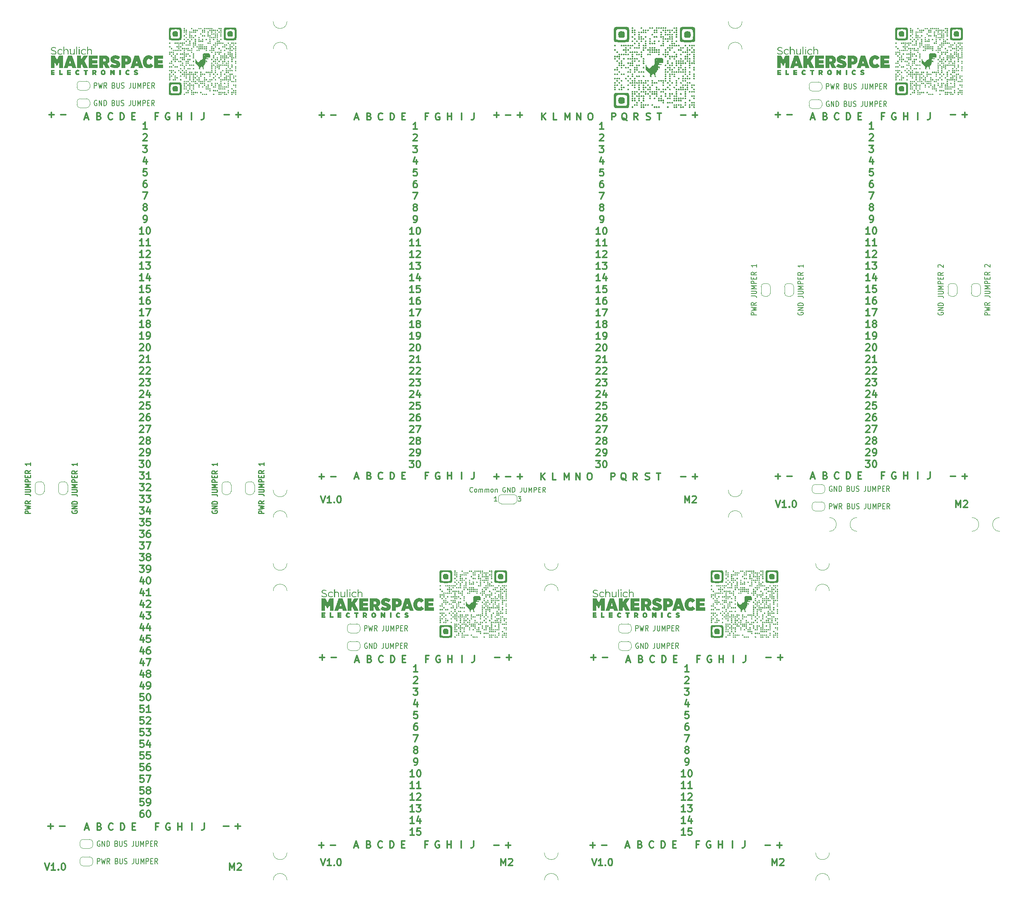
<source format=gto>
G04 #@! TF.GenerationSoftware,KiCad,Pcbnew,8.0.2*
G04 #@! TF.CreationDate,2024-05-07T14:07:03-06:00*
G04 #@! TF.ProjectId,Perfboard_Panel,50657266-626f-4617-9264-5f50616e656c,rev?*
G04 #@! TF.SameCoordinates,Original*
G04 #@! TF.FileFunction,Legend,Top*
G04 #@! TF.FilePolarity,Positive*
%FSLAX46Y46*%
G04 Gerber Fmt 4.6, Leading zero omitted, Abs format (unit mm)*
G04 Created by KiCad (PCBNEW 8.0.2) date 2024-05-07 14:07:03*
%MOMM*%
%LPD*%
G01*
G04 APERTURE LIST*
G04 Aperture macros list*
%AMFreePoly0*
4,1,19,0.500000,-0.750000,0.000000,-0.750000,0.000000,-0.744911,-0.071157,-0.744911,-0.207708,-0.704816,-0.327430,-0.627875,-0.420627,-0.520320,-0.479746,-0.390866,-0.500000,-0.250000,-0.500000,0.250000,-0.479746,0.390866,-0.420627,0.520320,-0.327430,0.627875,-0.207708,0.704816,-0.071157,0.744911,0.000000,0.744911,0.000000,0.750000,0.500000,0.750000,0.500000,-0.750000,0.500000,-0.750000,
$1*%
%AMFreePoly1*
4,1,19,0.000000,0.744911,0.071157,0.744911,0.207708,0.704816,0.327430,0.627875,0.420627,0.520320,0.479746,0.390866,0.500000,0.250000,0.500000,-0.250000,0.479746,-0.390866,0.420627,-0.520320,0.327430,-0.627875,0.207708,-0.704816,0.071157,-0.744911,0.000000,-0.744911,0.000000,-0.750000,-0.500000,-0.750000,-0.500000,0.750000,0.000000,0.750000,0.000000,0.744911,0.000000,0.744911,
$1*%
%AMFreePoly2*
4,1,19,0.000000,0.744911,0.071157,0.744911,0.207708,0.704816,0.327430,0.627875,0.420627,0.520320,0.479746,0.390866,0.500000,0.250000,0.500000,-0.250000,0.479746,-0.390866,0.420627,-0.520320,0.327430,-0.627875,0.207708,-0.704816,0.071157,-0.744911,0.000000,-0.744911,0.000000,-0.750000,-0.550000,-0.750000,-0.550000,0.750000,0.000000,0.750000,0.000000,0.744911,0.000000,0.744911,
$1*%
%AMFreePoly3*
4,1,19,0.550000,-0.750000,0.000000,-0.750000,0.000000,-0.744911,-0.071157,-0.744911,-0.207708,-0.704816,-0.327430,-0.627875,-0.420627,-0.520320,-0.479746,-0.390866,-0.500000,-0.250000,-0.500000,0.250000,-0.479746,0.390866,-0.420627,0.520320,-0.327430,0.627875,-0.207708,0.704816,-0.071157,0.744911,0.000000,0.744911,0.000000,0.750000,0.550000,0.750000,0.550000,-0.750000,0.550000,-0.750000,
$1*%
G04 Aperture macros list end*
%ADD10C,0.300000*%
%ADD11C,0.200000*%
%ADD12C,0.150000*%
%ADD13C,0.250000*%
%ADD14C,0.120000*%
%ADD15C,0.100000*%
%ADD16C,0.000000*%
%ADD17C,1.803200*%
%ADD18FreePoly0,0.000000*%
%ADD19FreePoly1,0.000000*%
%ADD20C,2.600000*%
%ADD21C,3.800000*%
%ADD22FreePoly0,90.000000*%
%ADD23FreePoly1,90.000000*%
%ADD24C,0.500000*%
%ADD25FreePoly2,0.000000*%
%ADD26R,1.000000X1.500000*%
%ADD27FreePoly3,0.000000*%
%ADD28FreePoly0,270.000000*%
%ADD29FreePoly1,270.000000*%
G04 APERTURE END LIST*
D10*
X120572510Y-67625114D02*
X120072510Y-67625114D01*
X120072510Y-68410828D02*
X120072510Y-66910828D01*
X120072510Y-66910828D02*
X120786796Y-66910828D01*
X166992510Y-185785114D02*
X167206796Y-185856542D01*
X167206796Y-185856542D02*
X167278225Y-185927971D01*
X167278225Y-185927971D02*
X167349653Y-186070828D01*
X167349653Y-186070828D02*
X167349653Y-186285114D01*
X167349653Y-186285114D02*
X167278225Y-186427971D01*
X167278225Y-186427971D02*
X167206796Y-186499400D01*
X167206796Y-186499400D02*
X167063939Y-186570828D01*
X167063939Y-186570828D02*
X166492510Y-186570828D01*
X166492510Y-186570828D02*
X166492510Y-185070828D01*
X166492510Y-185070828D02*
X166992510Y-185070828D01*
X166992510Y-185070828D02*
X167135368Y-185142257D01*
X167135368Y-185142257D02*
X167206796Y-185213685D01*
X167206796Y-185213685D02*
X167278225Y-185356542D01*
X167278225Y-185356542D02*
X167278225Y-185499400D01*
X167278225Y-185499400D02*
X167206796Y-185642257D01*
X167206796Y-185642257D02*
X167135368Y-185713685D01*
X167135368Y-185713685D02*
X166992510Y-185785114D01*
X166992510Y-185785114D02*
X166492510Y-185785114D01*
X97340225Y-150300828D02*
X97840225Y-151800828D01*
X97840225Y-151800828D02*
X98340225Y-150300828D01*
X99625939Y-151800828D02*
X98768796Y-151800828D01*
X99197367Y-151800828D02*
X99197367Y-150300828D01*
X99197367Y-150300828D02*
X99054510Y-150515114D01*
X99054510Y-150515114D02*
X98911653Y-150657971D01*
X98911653Y-150657971D02*
X98768796Y-150729400D01*
X100268795Y-151657971D02*
X100340224Y-151729400D01*
X100340224Y-151729400D02*
X100268795Y-151800828D01*
X100268795Y-151800828D02*
X100197367Y-151729400D01*
X100197367Y-151729400D02*
X100268795Y-151657971D01*
X100268795Y-151657971D02*
X100268795Y-151800828D01*
X101268796Y-150300828D02*
X101411653Y-150300828D01*
X101411653Y-150300828D02*
X101554510Y-150372257D01*
X101554510Y-150372257D02*
X101625939Y-150443685D01*
X101625939Y-150443685D02*
X101697367Y-150586542D01*
X101697367Y-150586542D02*
X101768796Y-150872257D01*
X101768796Y-150872257D02*
X101768796Y-151229400D01*
X101768796Y-151229400D02*
X101697367Y-151515114D01*
X101697367Y-151515114D02*
X101625939Y-151657971D01*
X101625939Y-151657971D02*
X101554510Y-151729400D01*
X101554510Y-151729400D02*
X101411653Y-151800828D01*
X101411653Y-151800828D02*
X101268796Y-151800828D01*
X101268796Y-151800828D02*
X101125939Y-151729400D01*
X101125939Y-151729400D02*
X101054510Y-151657971D01*
X101054510Y-151657971D02*
X100983081Y-151515114D01*
X100983081Y-151515114D02*
X100911653Y-151229400D01*
X100911653Y-151229400D02*
X100911653Y-150872257D01*
X100911653Y-150872257D02*
X100983081Y-150586542D01*
X100983081Y-150586542D02*
X101054510Y-150443685D01*
X101054510Y-150443685D02*
X101125939Y-150372257D01*
X101125939Y-150372257D02*
X101268796Y-150300828D01*
X57947653Y-150202828D02*
X58876225Y-150202828D01*
X58876225Y-150202828D02*
X58376225Y-150774257D01*
X58376225Y-150774257D02*
X58590510Y-150774257D01*
X58590510Y-150774257D02*
X58733368Y-150845685D01*
X58733368Y-150845685D02*
X58804796Y-150917114D01*
X58804796Y-150917114D02*
X58876225Y-151059971D01*
X58876225Y-151059971D02*
X58876225Y-151417114D01*
X58876225Y-151417114D02*
X58804796Y-151559971D01*
X58804796Y-151559971D02*
X58733368Y-151631400D01*
X58733368Y-151631400D02*
X58590510Y-151702828D01*
X58590510Y-151702828D02*
X58161939Y-151702828D01*
X58161939Y-151702828D02*
X58019082Y-151631400D01*
X58019082Y-151631400D02*
X57947653Y-151559971D01*
X59376224Y-150202828D02*
X60304796Y-150202828D01*
X60304796Y-150202828D02*
X59804796Y-150774257D01*
X59804796Y-150774257D02*
X60019081Y-150774257D01*
X60019081Y-150774257D02*
X60161939Y-150845685D01*
X60161939Y-150845685D02*
X60233367Y-150917114D01*
X60233367Y-150917114D02*
X60304796Y-151059971D01*
X60304796Y-151059971D02*
X60304796Y-151417114D01*
X60304796Y-151417114D02*
X60233367Y-151559971D01*
X60233367Y-151559971D02*
X60161939Y-151631400D01*
X60161939Y-151631400D02*
X60019081Y-151702828D01*
X60019081Y-151702828D02*
X59590510Y-151702828D01*
X59590510Y-151702828D02*
X59447653Y-151631400D01*
X59447653Y-151631400D02*
X59376224Y-151559971D01*
X69206510Y-68390828D02*
X69206510Y-66890828D01*
X176581082Y-189785685D02*
X176652510Y-189714257D01*
X176652510Y-189714257D02*
X176795368Y-189642828D01*
X176795368Y-189642828D02*
X177152510Y-189642828D01*
X177152510Y-189642828D02*
X177295368Y-189714257D01*
X177295368Y-189714257D02*
X177366796Y-189785685D01*
X177366796Y-189785685D02*
X177438225Y-189928542D01*
X177438225Y-189928542D02*
X177438225Y-190071400D01*
X177438225Y-190071400D02*
X177366796Y-190285685D01*
X177366796Y-190285685D02*
X176509653Y-191142828D01*
X176509653Y-191142828D02*
X177438225Y-191142828D01*
X116699082Y-132585685D02*
X116770510Y-132514257D01*
X116770510Y-132514257D02*
X116913368Y-132442828D01*
X116913368Y-132442828D02*
X117270510Y-132442828D01*
X117270510Y-132442828D02*
X117413368Y-132514257D01*
X117413368Y-132514257D02*
X117484796Y-132585685D01*
X117484796Y-132585685D02*
X117556225Y-132728542D01*
X117556225Y-132728542D02*
X117556225Y-132871400D01*
X117556225Y-132871400D02*
X117484796Y-133085685D01*
X117484796Y-133085685D02*
X116627653Y-133942828D01*
X116627653Y-133942828D02*
X117556225Y-133942828D01*
X118841939Y-132442828D02*
X118556224Y-132442828D01*
X118556224Y-132442828D02*
X118413367Y-132514257D01*
X118413367Y-132514257D02*
X118341939Y-132585685D01*
X118341939Y-132585685D02*
X118199081Y-132799971D01*
X118199081Y-132799971D02*
X118127653Y-133085685D01*
X118127653Y-133085685D02*
X118127653Y-133657114D01*
X118127653Y-133657114D02*
X118199081Y-133799971D01*
X118199081Y-133799971D02*
X118270510Y-133871400D01*
X118270510Y-133871400D02*
X118413367Y-133942828D01*
X118413367Y-133942828D02*
X118699081Y-133942828D01*
X118699081Y-133942828D02*
X118841939Y-133871400D01*
X118841939Y-133871400D02*
X118913367Y-133799971D01*
X118913367Y-133799971D02*
X118984796Y-133657114D01*
X118984796Y-133657114D02*
X118984796Y-133299971D01*
X118984796Y-133299971D02*
X118913367Y-133157114D01*
X118913367Y-133157114D02*
X118841939Y-133085685D01*
X118841939Y-133085685D02*
X118699081Y-133014257D01*
X118699081Y-133014257D02*
X118413367Y-133014257D01*
X118413367Y-133014257D02*
X118270510Y-133085685D01*
X118270510Y-133085685D02*
X118199081Y-133157114D01*
X118199081Y-133157114D02*
X118127653Y-133299971D01*
X155907368Y-226385400D02*
X157050226Y-226385400D01*
X156478797Y-226956828D02*
X156478797Y-225813971D01*
X58733368Y-191342828D02*
X58733368Y-192342828D01*
X58376225Y-190771400D02*
X58019082Y-191842828D01*
X58019082Y-191842828D02*
X58947653Y-191842828D01*
X59590510Y-192342828D02*
X59876224Y-192342828D01*
X59876224Y-192342828D02*
X60019081Y-192271400D01*
X60019081Y-192271400D02*
X60090510Y-192199971D01*
X60090510Y-192199971D02*
X60233367Y-191985685D01*
X60233367Y-191985685D02*
X60304796Y-191699971D01*
X60304796Y-191699971D02*
X60304796Y-191128542D01*
X60304796Y-191128542D02*
X60233367Y-190985685D01*
X60233367Y-190985685D02*
X60161939Y-190914257D01*
X60161939Y-190914257D02*
X60019081Y-190842828D01*
X60019081Y-190842828D02*
X59733367Y-190842828D01*
X59733367Y-190842828D02*
X59590510Y-190914257D01*
X59590510Y-190914257D02*
X59519081Y-190985685D01*
X59519081Y-190985685D02*
X59447653Y-191128542D01*
X59447653Y-191128542D02*
X59447653Y-191485685D01*
X59447653Y-191485685D02*
X59519081Y-191628542D01*
X59519081Y-191628542D02*
X59590510Y-191699971D01*
X59590510Y-191699971D02*
X59733367Y-191771400D01*
X59733367Y-191771400D02*
X60019081Y-191771400D01*
X60019081Y-191771400D02*
X60161939Y-191699971D01*
X60161939Y-191699971D02*
X60233367Y-191628542D01*
X60233367Y-191628542D02*
X60304796Y-191485685D01*
X117676225Y-211462828D02*
X116819082Y-211462828D01*
X117247653Y-211462828D02*
X117247653Y-209962828D01*
X117247653Y-209962828D02*
X117104796Y-210177114D01*
X117104796Y-210177114D02*
X116961939Y-210319971D01*
X116961939Y-210319971D02*
X116819082Y-210391400D01*
X118604796Y-209962828D02*
X118747653Y-209962828D01*
X118747653Y-209962828D02*
X118890510Y-210034257D01*
X118890510Y-210034257D02*
X118961939Y-210105685D01*
X118961939Y-210105685D02*
X119033367Y-210248542D01*
X119033367Y-210248542D02*
X119104796Y-210534257D01*
X119104796Y-210534257D02*
X119104796Y-210891400D01*
X119104796Y-210891400D02*
X119033367Y-211177114D01*
X119033367Y-211177114D02*
X118961939Y-211319971D01*
X118961939Y-211319971D02*
X118890510Y-211391400D01*
X118890510Y-211391400D02*
X118747653Y-211462828D01*
X118747653Y-211462828D02*
X118604796Y-211462828D01*
X118604796Y-211462828D02*
X118461939Y-211391400D01*
X118461939Y-211391400D02*
X118390510Y-211319971D01*
X118390510Y-211319971D02*
X118319081Y-211177114D01*
X118319081Y-211177114D02*
X118247653Y-210891400D01*
X118247653Y-210891400D02*
X118247653Y-210534257D01*
X118247653Y-210534257D02*
X118319081Y-210248542D01*
X118319081Y-210248542D02*
X118390510Y-210105685D01*
X118390510Y-210105685D02*
X118461939Y-210034257D01*
X118461939Y-210034257D02*
X118604796Y-209962828D01*
X123144225Y-145214257D02*
X123001368Y-145142828D01*
X123001368Y-145142828D02*
X122787082Y-145142828D01*
X122787082Y-145142828D02*
X122572796Y-145214257D01*
X122572796Y-145214257D02*
X122429939Y-145357114D01*
X122429939Y-145357114D02*
X122358510Y-145499971D01*
X122358510Y-145499971D02*
X122287082Y-145785685D01*
X122287082Y-145785685D02*
X122287082Y-145999971D01*
X122287082Y-145999971D02*
X122358510Y-146285685D01*
X122358510Y-146285685D02*
X122429939Y-146428542D01*
X122429939Y-146428542D02*
X122572796Y-146571400D01*
X122572796Y-146571400D02*
X122787082Y-146642828D01*
X122787082Y-146642828D02*
X122929939Y-146642828D01*
X122929939Y-146642828D02*
X123144225Y-146571400D01*
X123144225Y-146571400D02*
X123215653Y-146499971D01*
X123215653Y-146499971D02*
X123215653Y-145999971D01*
X123215653Y-145999971D02*
X122929939Y-145999971D01*
X64499369Y-221648257D02*
X64356512Y-221576828D01*
X64356512Y-221576828D02*
X64142226Y-221576828D01*
X64142226Y-221576828D02*
X63927940Y-221648257D01*
X63927940Y-221648257D02*
X63785083Y-221791114D01*
X63785083Y-221791114D02*
X63713654Y-221933971D01*
X63713654Y-221933971D02*
X63642226Y-222219685D01*
X63642226Y-222219685D02*
X63642226Y-222433971D01*
X63642226Y-222433971D02*
X63713654Y-222719685D01*
X63713654Y-222719685D02*
X63785083Y-222862542D01*
X63785083Y-222862542D02*
X63927940Y-223005400D01*
X63927940Y-223005400D02*
X64142226Y-223076828D01*
X64142226Y-223076828D02*
X64285083Y-223076828D01*
X64285083Y-223076828D02*
X64499369Y-223005400D01*
X64499369Y-223005400D02*
X64570797Y-222933971D01*
X64570797Y-222933971D02*
X64570797Y-222433971D01*
X64570797Y-222433971D02*
X64285083Y-222433971D01*
X158136225Y-111082828D02*
X157279082Y-111082828D01*
X157707653Y-111082828D02*
X157707653Y-109582828D01*
X157707653Y-109582828D02*
X157564796Y-109797114D01*
X157564796Y-109797114D02*
X157421939Y-109939971D01*
X157421939Y-109939971D02*
X157279082Y-110011400D01*
X158636224Y-109582828D02*
X159636224Y-109582828D01*
X159636224Y-109582828D02*
X158993367Y-111082828D01*
X176676225Y-216542828D02*
X175819082Y-216542828D01*
X176247653Y-216542828D02*
X176247653Y-215042828D01*
X176247653Y-215042828D02*
X176104796Y-215257114D01*
X176104796Y-215257114D02*
X175961939Y-215399971D01*
X175961939Y-215399971D02*
X175819082Y-215471400D01*
X177247653Y-215185685D02*
X177319081Y-215114257D01*
X177319081Y-215114257D02*
X177461939Y-215042828D01*
X177461939Y-215042828D02*
X177819081Y-215042828D01*
X177819081Y-215042828D02*
X177961939Y-215114257D01*
X177961939Y-215114257D02*
X178033367Y-215185685D01*
X178033367Y-215185685D02*
X178104796Y-215328542D01*
X178104796Y-215328542D02*
X178104796Y-215471400D01*
X178104796Y-215471400D02*
X178033367Y-215685685D01*
X178033367Y-215685685D02*
X177176224Y-216542828D01*
X177176224Y-216542828D02*
X178104796Y-216542828D01*
X196218510Y-67311400D02*
X197361368Y-67311400D01*
X196789939Y-67882828D02*
X196789939Y-66739971D01*
X114992510Y-67625114D02*
X115492510Y-67625114D01*
X115706796Y-68410828D02*
X114992510Y-68410828D01*
X114992510Y-68410828D02*
X114992510Y-66910828D01*
X114992510Y-66910828D02*
X115706796Y-66910828D01*
X158618510Y-185491400D02*
X159761368Y-185491400D01*
X127946510Y-146642828D02*
X127946510Y-145142828D01*
X215959082Y-124945685D02*
X216030510Y-124874257D01*
X216030510Y-124874257D02*
X216173368Y-124802828D01*
X216173368Y-124802828D02*
X216530510Y-124802828D01*
X216530510Y-124802828D02*
X216673368Y-124874257D01*
X216673368Y-124874257D02*
X216744796Y-124945685D01*
X216744796Y-124945685D02*
X216816225Y-125088542D01*
X216816225Y-125088542D02*
X216816225Y-125231400D01*
X216816225Y-125231400D02*
X216744796Y-125445685D01*
X216744796Y-125445685D02*
X215887653Y-126302828D01*
X215887653Y-126302828D02*
X216816225Y-126302828D01*
X217316224Y-124802828D02*
X218244796Y-124802828D01*
X218244796Y-124802828D02*
X217744796Y-125374257D01*
X217744796Y-125374257D02*
X217959081Y-125374257D01*
X217959081Y-125374257D02*
X218101939Y-125445685D01*
X218101939Y-125445685D02*
X218173367Y-125517114D01*
X218173367Y-125517114D02*
X218244796Y-125659971D01*
X218244796Y-125659971D02*
X218244796Y-126017114D01*
X218244796Y-126017114D02*
X218173367Y-126159971D01*
X218173367Y-126159971D02*
X218101939Y-126231400D01*
X218101939Y-126231400D02*
X217959081Y-126302828D01*
X217959081Y-126302828D02*
X217530510Y-126302828D01*
X217530510Y-126302828D02*
X217387653Y-126231400D01*
X217387653Y-126231400D02*
X217316224Y-126159971D01*
X158136225Y-95842828D02*
X157279082Y-95842828D01*
X157707653Y-95842828D02*
X157707653Y-94342828D01*
X157707653Y-94342828D02*
X157564796Y-94557114D01*
X157564796Y-94557114D02*
X157421939Y-94699971D01*
X157421939Y-94699971D02*
X157279082Y-94771400D01*
X159564796Y-95842828D02*
X158707653Y-95842828D01*
X159136224Y-95842828D02*
X159136224Y-94342828D01*
X159136224Y-94342828D02*
X158993367Y-94557114D01*
X158993367Y-94557114D02*
X158850510Y-94699971D01*
X158850510Y-94699971D02*
X158707653Y-94771400D01*
X215887653Y-142582828D02*
X216816225Y-142582828D01*
X216816225Y-142582828D02*
X216316225Y-143154257D01*
X216316225Y-143154257D02*
X216530510Y-143154257D01*
X216530510Y-143154257D02*
X216673368Y-143225685D01*
X216673368Y-143225685D02*
X216744796Y-143297114D01*
X216744796Y-143297114D02*
X216816225Y-143439971D01*
X216816225Y-143439971D02*
X216816225Y-143797114D01*
X216816225Y-143797114D02*
X216744796Y-143939971D01*
X216744796Y-143939971D02*
X216673368Y-144011400D01*
X216673368Y-144011400D02*
X216530510Y-144082828D01*
X216530510Y-144082828D02*
X216101939Y-144082828D01*
X216101939Y-144082828D02*
X215959082Y-144011400D01*
X215959082Y-144011400D02*
X215887653Y-143939971D01*
X217744796Y-142582828D02*
X217887653Y-142582828D01*
X217887653Y-142582828D02*
X218030510Y-142654257D01*
X218030510Y-142654257D02*
X218101939Y-142725685D01*
X218101939Y-142725685D02*
X218173367Y-142868542D01*
X218173367Y-142868542D02*
X218244796Y-143154257D01*
X218244796Y-143154257D02*
X218244796Y-143511400D01*
X218244796Y-143511400D02*
X218173367Y-143797114D01*
X218173367Y-143797114D02*
X218101939Y-143939971D01*
X218101939Y-143939971D02*
X218030510Y-144011400D01*
X218030510Y-144011400D02*
X217887653Y-144082828D01*
X217887653Y-144082828D02*
X217744796Y-144082828D01*
X217744796Y-144082828D02*
X217601939Y-144011400D01*
X217601939Y-144011400D02*
X217530510Y-143939971D01*
X217530510Y-143939971D02*
X217459081Y-143797114D01*
X217459081Y-143797114D02*
X217387653Y-143511400D01*
X217387653Y-143511400D02*
X217387653Y-143154257D01*
X217387653Y-143154257D02*
X217459081Y-142868542D01*
X217459081Y-142868542D02*
X217530510Y-142725685D01*
X217530510Y-142725685D02*
X217601939Y-142654257D01*
X217601939Y-142654257D02*
X217744796Y-142582828D01*
X59006796Y-87345685D02*
X58863939Y-87274257D01*
X58863939Y-87274257D02*
X58792510Y-87202828D01*
X58792510Y-87202828D02*
X58721082Y-87059971D01*
X58721082Y-87059971D02*
X58721082Y-86988542D01*
X58721082Y-86988542D02*
X58792510Y-86845685D01*
X58792510Y-86845685D02*
X58863939Y-86774257D01*
X58863939Y-86774257D02*
X59006796Y-86702828D01*
X59006796Y-86702828D02*
X59292510Y-86702828D01*
X59292510Y-86702828D02*
X59435368Y-86774257D01*
X59435368Y-86774257D02*
X59506796Y-86845685D01*
X59506796Y-86845685D02*
X59578225Y-86988542D01*
X59578225Y-86988542D02*
X59578225Y-87059971D01*
X59578225Y-87059971D02*
X59506796Y-87202828D01*
X59506796Y-87202828D02*
X59435368Y-87274257D01*
X59435368Y-87274257D02*
X59292510Y-87345685D01*
X59292510Y-87345685D02*
X59006796Y-87345685D01*
X59006796Y-87345685D02*
X58863939Y-87417114D01*
X58863939Y-87417114D02*
X58792510Y-87488542D01*
X58792510Y-87488542D02*
X58721082Y-87631400D01*
X58721082Y-87631400D02*
X58721082Y-87917114D01*
X58721082Y-87917114D02*
X58792510Y-88059971D01*
X58792510Y-88059971D02*
X58863939Y-88131400D01*
X58863939Y-88131400D02*
X59006796Y-88202828D01*
X59006796Y-88202828D02*
X59292510Y-88202828D01*
X59292510Y-88202828D02*
X59435368Y-88131400D01*
X59435368Y-88131400D02*
X59506796Y-88059971D01*
X59506796Y-88059971D02*
X59578225Y-87917114D01*
X59578225Y-87917114D02*
X59578225Y-87631400D01*
X59578225Y-87631400D02*
X59506796Y-87488542D01*
X59506796Y-87488542D02*
X59435368Y-87417114D01*
X59435368Y-87417114D02*
X59292510Y-87345685D01*
X216721082Y-71605685D02*
X216792510Y-71534257D01*
X216792510Y-71534257D02*
X216935368Y-71462828D01*
X216935368Y-71462828D02*
X217292510Y-71462828D01*
X217292510Y-71462828D02*
X217435368Y-71534257D01*
X217435368Y-71534257D02*
X217506796Y-71605685D01*
X217506796Y-71605685D02*
X217578225Y-71748542D01*
X217578225Y-71748542D02*
X217578225Y-71891400D01*
X217578225Y-71891400D02*
X217506796Y-72105685D01*
X217506796Y-72105685D02*
X216649653Y-72962828D01*
X216649653Y-72962828D02*
X217578225Y-72962828D01*
X158041082Y-71625685D02*
X158112510Y-71554257D01*
X158112510Y-71554257D02*
X158255368Y-71482828D01*
X158255368Y-71482828D02*
X158612510Y-71482828D01*
X158612510Y-71482828D02*
X158755368Y-71554257D01*
X158755368Y-71554257D02*
X158826796Y-71625685D01*
X158826796Y-71625685D02*
X158898225Y-71768542D01*
X158898225Y-71768542D02*
X158898225Y-71911400D01*
X158898225Y-71911400D02*
X158826796Y-72125685D01*
X158826796Y-72125685D02*
X157969653Y-72982828D01*
X157969653Y-72982828D02*
X158898225Y-72982828D01*
X175638510Y-67331400D02*
X176781368Y-67331400D01*
X114941368Y-226171114D02*
X115441368Y-226171114D01*
X115655654Y-226956828D02*
X114941368Y-226956828D01*
X114941368Y-226956828D02*
X114941368Y-225456828D01*
X114941368Y-225456828D02*
X115655654Y-225456828D01*
X118175368Y-81642828D02*
X117889653Y-81642828D01*
X117889653Y-81642828D02*
X117746796Y-81714257D01*
X117746796Y-81714257D02*
X117675368Y-81785685D01*
X117675368Y-81785685D02*
X117532510Y-81999971D01*
X117532510Y-81999971D02*
X117461082Y-82285685D01*
X117461082Y-82285685D02*
X117461082Y-82857114D01*
X117461082Y-82857114D02*
X117532510Y-82999971D01*
X117532510Y-82999971D02*
X117603939Y-83071400D01*
X117603939Y-83071400D02*
X117746796Y-83142828D01*
X117746796Y-83142828D02*
X118032510Y-83142828D01*
X118032510Y-83142828D02*
X118175368Y-83071400D01*
X118175368Y-83071400D02*
X118246796Y-82999971D01*
X118246796Y-82999971D02*
X118318225Y-82857114D01*
X118318225Y-82857114D02*
X118318225Y-82499971D01*
X118318225Y-82499971D02*
X118246796Y-82357114D01*
X118246796Y-82357114D02*
X118175368Y-82285685D01*
X118175368Y-82285685D02*
X118032510Y-82214257D01*
X118032510Y-82214257D02*
X117746796Y-82214257D01*
X117746796Y-82214257D02*
X117603939Y-82285685D01*
X117603939Y-82285685D02*
X117532510Y-82357114D01*
X117532510Y-82357114D02*
X117461082Y-82499971D01*
X137547368Y-226385400D02*
X138690226Y-226385400D01*
X138118797Y-226956828D02*
X138118797Y-225813971D01*
X130661082Y-66910828D02*
X130661082Y-67982257D01*
X130661082Y-67982257D02*
X130589653Y-68196542D01*
X130589653Y-68196542D02*
X130446796Y-68339400D01*
X130446796Y-68339400D02*
X130232510Y-68410828D01*
X130232510Y-68410828D02*
X130089653Y-68410828D01*
X158755368Y-81642828D02*
X158469653Y-81642828D01*
X158469653Y-81642828D02*
X158326796Y-81714257D01*
X158326796Y-81714257D02*
X158255368Y-81785685D01*
X158255368Y-81785685D02*
X158112510Y-81999971D01*
X158112510Y-81999971D02*
X158041082Y-82285685D01*
X158041082Y-82285685D02*
X158041082Y-82857114D01*
X158041082Y-82857114D02*
X158112510Y-82999971D01*
X158112510Y-82999971D02*
X158183939Y-83071400D01*
X158183939Y-83071400D02*
X158326796Y-83142828D01*
X158326796Y-83142828D02*
X158612510Y-83142828D01*
X158612510Y-83142828D02*
X158755368Y-83071400D01*
X158755368Y-83071400D02*
X158826796Y-82999971D01*
X158826796Y-82999971D02*
X158898225Y-82857114D01*
X158898225Y-82857114D02*
X158898225Y-82499971D01*
X158898225Y-82499971D02*
X158826796Y-82357114D01*
X158826796Y-82357114D02*
X158755368Y-82285685D01*
X158755368Y-82285685D02*
X158612510Y-82214257D01*
X158612510Y-82214257D02*
X158326796Y-82214257D01*
X158326796Y-82214257D02*
X158183939Y-82285685D01*
X158183939Y-82285685D02*
X158112510Y-82357114D01*
X158112510Y-82357114D02*
X158041082Y-82499971D01*
X117676225Y-221622828D02*
X116819082Y-221622828D01*
X117247653Y-221622828D02*
X117247653Y-220122828D01*
X117247653Y-220122828D02*
X117104796Y-220337114D01*
X117104796Y-220337114D02*
X116961939Y-220479971D01*
X116961939Y-220479971D02*
X116819082Y-220551400D01*
X118961939Y-220622828D02*
X118961939Y-221622828D01*
X118604796Y-220051400D02*
X118247653Y-221122828D01*
X118247653Y-221122828D02*
X119176224Y-221122828D01*
X178178510Y-146071400D02*
X179321368Y-146071400D01*
X178749939Y-146642828D02*
X178749939Y-145499971D01*
X158136225Y-116162828D02*
X157279082Y-116162828D01*
X157707653Y-116162828D02*
X157707653Y-114662828D01*
X157707653Y-114662828D02*
X157564796Y-114877114D01*
X157564796Y-114877114D02*
X157421939Y-115019971D01*
X157421939Y-115019971D02*
X157279082Y-115091400D01*
X158850510Y-116162828D02*
X159136224Y-116162828D01*
X159136224Y-116162828D02*
X159279081Y-116091400D01*
X159279081Y-116091400D02*
X159350510Y-116019971D01*
X159350510Y-116019971D02*
X159493367Y-115805685D01*
X159493367Y-115805685D02*
X159564796Y-115519971D01*
X159564796Y-115519971D02*
X159564796Y-114948542D01*
X159564796Y-114948542D02*
X159493367Y-114805685D01*
X159493367Y-114805685D02*
X159421939Y-114734257D01*
X159421939Y-114734257D02*
X159279081Y-114662828D01*
X159279081Y-114662828D02*
X158993367Y-114662828D01*
X158993367Y-114662828D02*
X158850510Y-114734257D01*
X158850510Y-114734257D02*
X158779081Y-114805685D01*
X158779081Y-114805685D02*
X158707653Y-114948542D01*
X158707653Y-114948542D02*
X158707653Y-115305685D01*
X158707653Y-115305685D02*
X158779081Y-115448542D01*
X158779081Y-115448542D02*
X158850510Y-115519971D01*
X158850510Y-115519971D02*
X158993367Y-115591400D01*
X158993367Y-115591400D02*
X159279081Y-115591400D01*
X159279081Y-115591400D02*
X159421939Y-115519971D01*
X159421939Y-115519971D02*
X159493367Y-115448542D01*
X159493367Y-115448542D02*
X159564796Y-115305685D01*
X117509653Y-192182828D02*
X118438225Y-192182828D01*
X118438225Y-192182828D02*
X117938225Y-192754257D01*
X117938225Y-192754257D02*
X118152510Y-192754257D01*
X118152510Y-192754257D02*
X118295368Y-192825685D01*
X118295368Y-192825685D02*
X118366796Y-192897114D01*
X118366796Y-192897114D02*
X118438225Y-193039971D01*
X118438225Y-193039971D02*
X118438225Y-193397114D01*
X118438225Y-193397114D02*
X118366796Y-193539971D01*
X118366796Y-193539971D02*
X118295368Y-193611400D01*
X118295368Y-193611400D02*
X118152510Y-193682828D01*
X118152510Y-193682828D02*
X117723939Y-193682828D01*
X117723939Y-193682828D02*
X117581082Y-193611400D01*
X117581082Y-193611400D02*
X117509653Y-193539971D01*
X170598225Y-66910828D02*
X171455368Y-66910828D01*
X171026796Y-68410828D02*
X171026796Y-66910828D01*
X155680225Y-145300828D02*
X155965939Y-145300828D01*
X155965939Y-145300828D02*
X156108796Y-145372257D01*
X156108796Y-145372257D02*
X156251653Y-145515114D01*
X156251653Y-145515114D02*
X156323082Y-145800828D01*
X156323082Y-145800828D02*
X156323082Y-146300828D01*
X156323082Y-146300828D02*
X156251653Y-146586542D01*
X156251653Y-146586542D02*
X156108796Y-146729400D01*
X156108796Y-146729400D02*
X155965939Y-146800828D01*
X155965939Y-146800828D02*
X155680225Y-146800828D01*
X155680225Y-146800828D02*
X155537368Y-146729400D01*
X155537368Y-146729400D02*
X155394510Y-146586542D01*
X155394510Y-146586542D02*
X155323082Y-146300828D01*
X155323082Y-146300828D02*
X155323082Y-145800828D01*
X155323082Y-145800828D02*
X155394510Y-145515114D01*
X155394510Y-145515114D02*
X155537368Y-145372257D01*
X155537368Y-145372257D02*
X155680225Y-145300828D01*
X118295368Y-195222828D02*
X118295368Y-196222828D01*
X117938225Y-194651400D02*
X117581082Y-195722828D01*
X117581082Y-195722828D02*
X118509653Y-195722828D01*
X96958510Y-146071400D02*
X98101368Y-146071400D01*
X97529939Y-146642828D02*
X97529939Y-145499971D01*
X157279082Y-135125685D02*
X157350510Y-135054257D01*
X157350510Y-135054257D02*
X157493368Y-134982828D01*
X157493368Y-134982828D02*
X157850510Y-134982828D01*
X157850510Y-134982828D02*
X157993368Y-135054257D01*
X157993368Y-135054257D02*
X158064796Y-135125685D01*
X158064796Y-135125685D02*
X158136225Y-135268542D01*
X158136225Y-135268542D02*
X158136225Y-135411400D01*
X158136225Y-135411400D02*
X158064796Y-135625685D01*
X158064796Y-135625685D02*
X157207653Y-136482828D01*
X157207653Y-136482828D02*
X158136225Y-136482828D01*
X158636224Y-134982828D02*
X159636224Y-134982828D01*
X159636224Y-134982828D02*
X158993367Y-136482828D01*
X217506796Y-79082828D02*
X216792510Y-79082828D01*
X216792510Y-79082828D02*
X216721082Y-79797114D01*
X216721082Y-79797114D02*
X216792510Y-79725685D01*
X216792510Y-79725685D02*
X216935368Y-79654257D01*
X216935368Y-79654257D02*
X217292510Y-79654257D01*
X217292510Y-79654257D02*
X217435368Y-79725685D01*
X217435368Y-79725685D02*
X217506796Y-79797114D01*
X217506796Y-79797114D02*
X217578225Y-79939971D01*
X217578225Y-79939971D02*
X217578225Y-80297114D01*
X217578225Y-80297114D02*
X217506796Y-80439971D01*
X217506796Y-80439971D02*
X217435368Y-80511400D01*
X217435368Y-80511400D02*
X217292510Y-80582828D01*
X217292510Y-80582828D02*
X216935368Y-80582828D01*
X216935368Y-80582828D02*
X216792510Y-80511400D01*
X216792510Y-80511400D02*
X216721082Y-80439971D01*
X196547368Y-226385400D02*
X197690226Y-226385400D01*
X197118797Y-226956828D02*
X197118797Y-225813971D01*
X120521368Y-226171114D02*
X120021368Y-226171114D01*
X120021368Y-226956828D02*
X120021368Y-225456828D01*
X120021368Y-225456828D02*
X120735654Y-225456828D01*
X157279082Y-119885685D02*
X157350510Y-119814257D01*
X157350510Y-119814257D02*
X157493368Y-119742828D01*
X157493368Y-119742828D02*
X157850510Y-119742828D01*
X157850510Y-119742828D02*
X157993368Y-119814257D01*
X157993368Y-119814257D02*
X158064796Y-119885685D01*
X158064796Y-119885685D02*
X158136225Y-120028542D01*
X158136225Y-120028542D02*
X158136225Y-120171400D01*
X158136225Y-120171400D02*
X158064796Y-120385685D01*
X158064796Y-120385685D02*
X157207653Y-121242828D01*
X157207653Y-121242828D02*
X158136225Y-121242828D01*
X159564796Y-121242828D02*
X158707653Y-121242828D01*
X159136224Y-121242828D02*
X159136224Y-119742828D01*
X159136224Y-119742828D02*
X158993367Y-119957114D01*
X158993367Y-119957114D02*
X158850510Y-120099971D01*
X158850510Y-120099971D02*
X158707653Y-120171400D01*
X127946510Y-68410828D02*
X127946510Y-66910828D01*
X52029653Y-68247971D02*
X51958225Y-68319400D01*
X51958225Y-68319400D02*
X51743939Y-68390828D01*
X51743939Y-68390828D02*
X51601082Y-68390828D01*
X51601082Y-68390828D02*
X51386796Y-68319400D01*
X51386796Y-68319400D02*
X51243939Y-68176542D01*
X51243939Y-68176542D02*
X51172510Y-68033685D01*
X51172510Y-68033685D02*
X51101082Y-67747971D01*
X51101082Y-67747971D02*
X51101082Y-67533685D01*
X51101082Y-67533685D02*
X51172510Y-67247971D01*
X51172510Y-67247971D02*
X51243939Y-67105114D01*
X51243939Y-67105114D02*
X51386796Y-66962257D01*
X51386796Y-66962257D02*
X51601082Y-66890828D01*
X51601082Y-66890828D02*
X51743939Y-66890828D01*
X51743939Y-66890828D02*
X51958225Y-66962257D01*
X51958225Y-66962257D02*
X52029653Y-67033685D01*
X66253654Y-223076828D02*
X66253654Y-221576828D01*
X66253654Y-222291114D02*
X67110797Y-222291114D01*
X67110797Y-223076828D02*
X67110797Y-221576828D01*
X175638510Y-146071400D02*
X176781368Y-146071400D01*
X134998510Y-67331400D02*
X136141368Y-67331400D01*
X135569939Y-67902828D02*
X135569939Y-66759971D01*
X204021082Y-67962257D02*
X204735368Y-67962257D01*
X203878225Y-68390828D02*
X204378225Y-66890828D01*
X204378225Y-66890828D02*
X204878225Y-68390828D01*
X178178510Y-67331400D02*
X179321368Y-67331400D01*
X178749939Y-67902828D02*
X178749939Y-66759971D01*
X215959082Y-117325685D02*
X216030510Y-117254257D01*
X216030510Y-117254257D02*
X216173368Y-117182828D01*
X216173368Y-117182828D02*
X216530510Y-117182828D01*
X216530510Y-117182828D02*
X216673368Y-117254257D01*
X216673368Y-117254257D02*
X216744796Y-117325685D01*
X216744796Y-117325685D02*
X216816225Y-117468542D01*
X216816225Y-117468542D02*
X216816225Y-117611400D01*
X216816225Y-117611400D02*
X216744796Y-117825685D01*
X216744796Y-117825685D02*
X215887653Y-118682828D01*
X215887653Y-118682828D02*
X216816225Y-118682828D01*
X217744796Y-117182828D02*
X217887653Y-117182828D01*
X217887653Y-117182828D02*
X218030510Y-117254257D01*
X218030510Y-117254257D02*
X218101939Y-117325685D01*
X218101939Y-117325685D02*
X218173367Y-117468542D01*
X218173367Y-117468542D02*
X218244796Y-117754257D01*
X218244796Y-117754257D02*
X218244796Y-118111400D01*
X218244796Y-118111400D02*
X218173367Y-118397114D01*
X218173367Y-118397114D02*
X218101939Y-118539971D01*
X218101939Y-118539971D02*
X218030510Y-118611400D01*
X218030510Y-118611400D02*
X217887653Y-118682828D01*
X217887653Y-118682828D02*
X217744796Y-118682828D01*
X217744796Y-118682828D02*
X217601939Y-118611400D01*
X217601939Y-118611400D02*
X217530510Y-118539971D01*
X217530510Y-118539971D02*
X217459081Y-118397114D01*
X217459081Y-118397114D02*
X217387653Y-118111400D01*
X217387653Y-118111400D02*
X217387653Y-117754257D01*
X217387653Y-117754257D02*
X217459081Y-117468542D01*
X217459081Y-117468542D02*
X217530510Y-117325685D01*
X217530510Y-117325685D02*
X217601939Y-117254257D01*
X217601939Y-117254257D02*
X217744796Y-117182828D01*
X57947653Y-145122828D02*
X58876225Y-145122828D01*
X58876225Y-145122828D02*
X58376225Y-145694257D01*
X58376225Y-145694257D02*
X58590510Y-145694257D01*
X58590510Y-145694257D02*
X58733368Y-145765685D01*
X58733368Y-145765685D02*
X58804796Y-145837114D01*
X58804796Y-145837114D02*
X58876225Y-145979971D01*
X58876225Y-145979971D02*
X58876225Y-146337114D01*
X58876225Y-146337114D02*
X58804796Y-146479971D01*
X58804796Y-146479971D02*
X58733368Y-146551400D01*
X58733368Y-146551400D02*
X58590510Y-146622828D01*
X58590510Y-146622828D02*
X58161939Y-146622828D01*
X58161939Y-146622828D02*
X58019082Y-146551400D01*
X58019082Y-146551400D02*
X57947653Y-146479971D01*
X60304796Y-146622828D02*
X59447653Y-146622828D01*
X59876224Y-146622828D02*
X59876224Y-145122828D01*
X59876224Y-145122828D02*
X59733367Y-145337114D01*
X59733367Y-145337114D02*
X59590510Y-145479971D01*
X59590510Y-145479971D02*
X59447653Y-145551400D01*
X127895368Y-226956828D02*
X127895368Y-225456828D01*
X216649653Y-84162828D02*
X217649653Y-84162828D01*
X217649653Y-84162828D02*
X217006796Y-85662828D01*
X59435368Y-81622828D02*
X59149653Y-81622828D01*
X59149653Y-81622828D02*
X59006796Y-81694257D01*
X59006796Y-81694257D02*
X58935368Y-81765685D01*
X58935368Y-81765685D02*
X58792510Y-81979971D01*
X58792510Y-81979971D02*
X58721082Y-82265685D01*
X58721082Y-82265685D02*
X58721082Y-82837114D01*
X58721082Y-82837114D02*
X58792510Y-82979971D01*
X58792510Y-82979971D02*
X58863939Y-83051400D01*
X58863939Y-83051400D02*
X59006796Y-83122828D01*
X59006796Y-83122828D02*
X59292510Y-83122828D01*
X59292510Y-83122828D02*
X59435368Y-83051400D01*
X59435368Y-83051400D02*
X59506796Y-82979971D01*
X59506796Y-82979971D02*
X59578225Y-82837114D01*
X59578225Y-82837114D02*
X59578225Y-82479971D01*
X59578225Y-82479971D02*
X59506796Y-82337114D01*
X59506796Y-82337114D02*
X59435368Y-82265685D01*
X59435368Y-82265685D02*
X59292510Y-82194257D01*
X59292510Y-82194257D02*
X59006796Y-82194257D01*
X59006796Y-82194257D02*
X58863939Y-82265685D01*
X58863939Y-82265685D02*
X58792510Y-82337114D01*
X58792510Y-82337114D02*
X58721082Y-82479971D01*
X177295368Y-199802828D02*
X177009653Y-199802828D01*
X177009653Y-199802828D02*
X176866796Y-199874257D01*
X176866796Y-199874257D02*
X176795368Y-199945685D01*
X176795368Y-199945685D02*
X176652510Y-200159971D01*
X176652510Y-200159971D02*
X176581082Y-200445685D01*
X176581082Y-200445685D02*
X176581082Y-201017114D01*
X176581082Y-201017114D02*
X176652510Y-201159971D01*
X176652510Y-201159971D02*
X176723939Y-201231400D01*
X176723939Y-201231400D02*
X176866796Y-201302828D01*
X176866796Y-201302828D02*
X177152510Y-201302828D01*
X177152510Y-201302828D02*
X177295368Y-201231400D01*
X177295368Y-201231400D02*
X177366796Y-201159971D01*
X177366796Y-201159971D02*
X177438225Y-201017114D01*
X177438225Y-201017114D02*
X177438225Y-200659971D01*
X177438225Y-200659971D02*
X177366796Y-200517114D01*
X177366796Y-200517114D02*
X177295368Y-200445685D01*
X177295368Y-200445685D02*
X177152510Y-200374257D01*
X177152510Y-200374257D02*
X176866796Y-200374257D01*
X176866796Y-200374257D02*
X176723939Y-200445685D01*
X176723939Y-200445685D02*
X176652510Y-200517114D01*
X176652510Y-200517114D02*
X176581082Y-200659971D01*
X57947653Y-160362828D02*
X58876225Y-160362828D01*
X58876225Y-160362828D02*
X58376225Y-160934257D01*
X58376225Y-160934257D02*
X58590510Y-160934257D01*
X58590510Y-160934257D02*
X58733368Y-161005685D01*
X58733368Y-161005685D02*
X58804796Y-161077114D01*
X58804796Y-161077114D02*
X58876225Y-161219971D01*
X58876225Y-161219971D02*
X58876225Y-161577114D01*
X58876225Y-161577114D02*
X58804796Y-161719971D01*
X58804796Y-161719971D02*
X58733368Y-161791400D01*
X58733368Y-161791400D02*
X58590510Y-161862828D01*
X58590510Y-161862828D02*
X58161939Y-161862828D01*
X58161939Y-161862828D02*
X58019082Y-161791400D01*
X58019082Y-161791400D02*
X57947653Y-161719971D01*
X59376224Y-160362828D02*
X60376224Y-160362828D01*
X60376224Y-160362828D02*
X59733367Y-161862828D01*
X46116226Y-222648257D02*
X46830512Y-222648257D01*
X45973369Y-223076828D02*
X46473369Y-221576828D01*
X46473369Y-221576828D02*
X46973369Y-223076828D01*
X176554510Y-151800828D02*
X176554510Y-150300828D01*
X176554510Y-150300828D02*
X177054510Y-151372257D01*
X177054510Y-151372257D02*
X177554510Y-150300828D01*
X177554510Y-150300828D02*
X177554510Y-151800828D01*
X178197368Y-150443685D02*
X178268796Y-150372257D01*
X178268796Y-150372257D02*
X178411654Y-150300828D01*
X178411654Y-150300828D02*
X178768796Y-150300828D01*
X178768796Y-150300828D02*
X178911654Y-150372257D01*
X178911654Y-150372257D02*
X178983082Y-150443685D01*
X178983082Y-150443685D02*
X179054511Y-150586542D01*
X179054511Y-150586542D02*
X179054511Y-150729400D01*
X179054511Y-150729400D02*
X178983082Y-150943685D01*
X178983082Y-150943685D02*
X178125939Y-151800828D01*
X178125939Y-151800828D02*
X179054511Y-151800828D01*
X170420225Y-145300828D02*
X171277368Y-145300828D01*
X170848796Y-146800828D02*
X170848796Y-145300828D01*
X118366796Y-197262828D02*
X117652510Y-197262828D01*
X117652510Y-197262828D02*
X117581082Y-197977114D01*
X117581082Y-197977114D02*
X117652510Y-197905685D01*
X117652510Y-197905685D02*
X117795368Y-197834257D01*
X117795368Y-197834257D02*
X118152510Y-197834257D01*
X118152510Y-197834257D02*
X118295368Y-197905685D01*
X118295368Y-197905685D02*
X118366796Y-197977114D01*
X118366796Y-197977114D02*
X118438225Y-198119971D01*
X118438225Y-198119971D02*
X118438225Y-198477114D01*
X118438225Y-198477114D02*
X118366796Y-198619971D01*
X118366796Y-198619971D02*
X118295368Y-198691400D01*
X118295368Y-198691400D02*
X118152510Y-198762828D01*
X118152510Y-198762828D02*
X117795368Y-198762828D01*
X117795368Y-198762828D02*
X117652510Y-198691400D01*
X117652510Y-198691400D02*
X117581082Y-198619971D01*
X57959082Y-122405685D02*
X58030510Y-122334257D01*
X58030510Y-122334257D02*
X58173368Y-122262828D01*
X58173368Y-122262828D02*
X58530510Y-122262828D01*
X58530510Y-122262828D02*
X58673368Y-122334257D01*
X58673368Y-122334257D02*
X58744796Y-122405685D01*
X58744796Y-122405685D02*
X58816225Y-122548542D01*
X58816225Y-122548542D02*
X58816225Y-122691400D01*
X58816225Y-122691400D02*
X58744796Y-122905685D01*
X58744796Y-122905685D02*
X57887653Y-123762828D01*
X57887653Y-123762828D02*
X58816225Y-123762828D01*
X59387653Y-122405685D02*
X59459081Y-122334257D01*
X59459081Y-122334257D02*
X59601939Y-122262828D01*
X59601939Y-122262828D02*
X59959081Y-122262828D01*
X59959081Y-122262828D02*
X60101939Y-122334257D01*
X60101939Y-122334257D02*
X60173367Y-122405685D01*
X60173367Y-122405685D02*
X60244796Y-122548542D01*
X60244796Y-122548542D02*
X60244796Y-122691400D01*
X60244796Y-122691400D02*
X60173367Y-122905685D01*
X60173367Y-122905685D02*
X59316224Y-123762828D01*
X59316224Y-123762828D02*
X60244796Y-123762828D01*
X116699082Y-130045685D02*
X116770510Y-129974257D01*
X116770510Y-129974257D02*
X116913368Y-129902828D01*
X116913368Y-129902828D02*
X117270510Y-129902828D01*
X117270510Y-129902828D02*
X117413368Y-129974257D01*
X117413368Y-129974257D02*
X117484796Y-130045685D01*
X117484796Y-130045685D02*
X117556225Y-130188542D01*
X117556225Y-130188542D02*
X117556225Y-130331400D01*
X117556225Y-130331400D02*
X117484796Y-130545685D01*
X117484796Y-130545685D02*
X116627653Y-131402828D01*
X116627653Y-131402828D02*
X117556225Y-131402828D01*
X118913367Y-129902828D02*
X118199081Y-129902828D01*
X118199081Y-129902828D02*
X118127653Y-130617114D01*
X118127653Y-130617114D02*
X118199081Y-130545685D01*
X118199081Y-130545685D02*
X118341939Y-130474257D01*
X118341939Y-130474257D02*
X118699081Y-130474257D01*
X118699081Y-130474257D02*
X118841939Y-130545685D01*
X118841939Y-130545685D02*
X118913367Y-130617114D01*
X118913367Y-130617114D02*
X118984796Y-130759971D01*
X118984796Y-130759971D02*
X118984796Y-131117114D01*
X118984796Y-131117114D02*
X118913367Y-131259971D01*
X118913367Y-131259971D02*
X118841939Y-131331400D01*
X118841939Y-131331400D02*
X118699081Y-131402828D01*
X118699081Y-131402828D02*
X118341939Y-131402828D01*
X118341939Y-131402828D02*
X118199081Y-131331400D01*
X118199081Y-131331400D02*
X118127653Y-131259971D01*
X57959082Y-124945685D02*
X58030510Y-124874257D01*
X58030510Y-124874257D02*
X58173368Y-124802828D01*
X58173368Y-124802828D02*
X58530510Y-124802828D01*
X58530510Y-124802828D02*
X58673368Y-124874257D01*
X58673368Y-124874257D02*
X58744796Y-124945685D01*
X58744796Y-124945685D02*
X58816225Y-125088542D01*
X58816225Y-125088542D02*
X58816225Y-125231400D01*
X58816225Y-125231400D02*
X58744796Y-125445685D01*
X58744796Y-125445685D02*
X57887653Y-126302828D01*
X57887653Y-126302828D02*
X58816225Y-126302828D01*
X59316224Y-124802828D02*
X60244796Y-124802828D01*
X60244796Y-124802828D02*
X59744796Y-125374257D01*
X59744796Y-125374257D02*
X59959081Y-125374257D01*
X59959081Y-125374257D02*
X60101939Y-125445685D01*
X60101939Y-125445685D02*
X60173367Y-125517114D01*
X60173367Y-125517114D02*
X60244796Y-125659971D01*
X60244796Y-125659971D02*
X60244796Y-126017114D01*
X60244796Y-126017114D02*
X60173367Y-126159971D01*
X60173367Y-126159971D02*
X60101939Y-126231400D01*
X60101939Y-126231400D02*
X59959081Y-126302828D01*
X59959081Y-126302828D02*
X59530510Y-126302828D01*
X59530510Y-126302828D02*
X59387653Y-126231400D01*
X59387653Y-126231400D02*
X59316224Y-126159971D01*
X204021082Y-146194257D02*
X204735368Y-146194257D01*
X203878225Y-146622828D02*
X204378225Y-145122828D01*
X204378225Y-145122828D02*
X204878225Y-146622828D01*
X148666796Y-68410828D02*
X147952510Y-68410828D01*
X147952510Y-68410828D02*
X147952510Y-66910828D01*
X117866796Y-205525685D02*
X117723939Y-205454257D01*
X117723939Y-205454257D02*
X117652510Y-205382828D01*
X117652510Y-205382828D02*
X117581082Y-205239971D01*
X117581082Y-205239971D02*
X117581082Y-205168542D01*
X117581082Y-205168542D02*
X117652510Y-205025685D01*
X117652510Y-205025685D02*
X117723939Y-204954257D01*
X117723939Y-204954257D02*
X117866796Y-204882828D01*
X117866796Y-204882828D02*
X118152510Y-204882828D01*
X118152510Y-204882828D02*
X118295368Y-204954257D01*
X118295368Y-204954257D02*
X118366796Y-205025685D01*
X118366796Y-205025685D02*
X118438225Y-205168542D01*
X118438225Y-205168542D02*
X118438225Y-205239971D01*
X118438225Y-205239971D02*
X118366796Y-205382828D01*
X118366796Y-205382828D02*
X118295368Y-205454257D01*
X118295368Y-205454257D02*
X118152510Y-205525685D01*
X118152510Y-205525685D02*
X117866796Y-205525685D01*
X117866796Y-205525685D02*
X117723939Y-205597114D01*
X117723939Y-205597114D02*
X117652510Y-205668542D01*
X117652510Y-205668542D02*
X117581082Y-205811400D01*
X117581082Y-205811400D02*
X117581082Y-206097114D01*
X117581082Y-206097114D02*
X117652510Y-206239971D01*
X117652510Y-206239971D02*
X117723939Y-206311400D01*
X117723939Y-206311400D02*
X117866796Y-206382828D01*
X117866796Y-206382828D02*
X118152510Y-206382828D01*
X118152510Y-206382828D02*
X118295368Y-206311400D01*
X118295368Y-206311400D02*
X118366796Y-206239971D01*
X118366796Y-206239971D02*
X118438225Y-206097114D01*
X118438225Y-206097114D02*
X118438225Y-205811400D01*
X118438225Y-205811400D02*
X118366796Y-205668542D01*
X118366796Y-205668542D02*
X118295368Y-205597114D01*
X118295368Y-205597114D02*
X118152510Y-205525685D01*
X58816225Y-111062828D02*
X57959082Y-111062828D01*
X58387653Y-111062828D02*
X58387653Y-109562828D01*
X58387653Y-109562828D02*
X58244796Y-109777114D01*
X58244796Y-109777114D02*
X58101939Y-109919971D01*
X58101939Y-109919971D02*
X57959082Y-109991400D01*
X59316224Y-109562828D02*
X60316224Y-109562828D01*
X60316224Y-109562828D02*
X59673367Y-111062828D01*
X58733368Y-168482828D02*
X58733368Y-169482828D01*
X58376225Y-167911400D02*
X58019082Y-168982828D01*
X58019082Y-168982828D02*
X58947653Y-168982828D01*
X59804796Y-167982828D02*
X59947653Y-167982828D01*
X59947653Y-167982828D02*
X60090510Y-168054257D01*
X60090510Y-168054257D02*
X60161939Y-168125685D01*
X60161939Y-168125685D02*
X60233367Y-168268542D01*
X60233367Y-168268542D02*
X60304796Y-168554257D01*
X60304796Y-168554257D02*
X60304796Y-168911400D01*
X60304796Y-168911400D02*
X60233367Y-169197114D01*
X60233367Y-169197114D02*
X60161939Y-169339971D01*
X60161939Y-169339971D02*
X60090510Y-169411400D01*
X60090510Y-169411400D02*
X59947653Y-169482828D01*
X59947653Y-169482828D02*
X59804796Y-169482828D01*
X59804796Y-169482828D02*
X59661939Y-169411400D01*
X59661939Y-169411400D02*
X59590510Y-169339971D01*
X59590510Y-169339971D02*
X59519081Y-169197114D01*
X59519081Y-169197114D02*
X59447653Y-168911400D01*
X59447653Y-168911400D02*
X59447653Y-168554257D01*
X59447653Y-168554257D02*
X59519081Y-168268542D01*
X59519081Y-168268542D02*
X59590510Y-168125685D01*
X59590510Y-168125685D02*
X59661939Y-168054257D01*
X59661939Y-168054257D02*
X59804796Y-167982828D01*
X71921082Y-66890828D02*
X71921082Y-67962257D01*
X71921082Y-67962257D02*
X71849653Y-68176542D01*
X71849653Y-68176542D02*
X71706796Y-68319400D01*
X71706796Y-68319400D02*
X71492510Y-68390828D01*
X71492510Y-68390828D02*
X71349653Y-68390828D01*
X117556225Y-103462828D02*
X116699082Y-103462828D01*
X117127653Y-103462828D02*
X117127653Y-101962828D01*
X117127653Y-101962828D02*
X116984796Y-102177114D01*
X116984796Y-102177114D02*
X116841939Y-102319971D01*
X116841939Y-102319971D02*
X116699082Y-102391400D01*
X118841939Y-102462828D02*
X118841939Y-103462828D01*
X118484796Y-101891400D02*
X118127653Y-102962828D01*
X118127653Y-102962828D02*
X119056224Y-102962828D01*
X56347654Y-222291114D02*
X56847654Y-222291114D01*
X57061940Y-223076828D02*
X56347654Y-223076828D01*
X56347654Y-223076828D02*
X56347654Y-221576828D01*
X56347654Y-221576828D02*
X57061940Y-221576828D01*
X49227654Y-222291114D02*
X49441940Y-222362542D01*
X49441940Y-222362542D02*
X49513369Y-222433971D01*
X49513369Y-222433971D02*
X49584797Y-222576828D01*
X49584797Y-222576828D02*
X49584797Y-222791114D01*
X49584797Y-222791114D02*
X49513369Y-222933971D01*
X49513369Y-222933971D02*
X49441940Y-223005400D01*
X49441940Y-223005400D02*
X49299083Y-223076828D01*
X49299083Y-223076828D02*
X48727654Y-223076828D01*
X48727654Y-223076828D02*
X48727654Y-221576828D01*
X48727654Y-221576828D02*
X49227654Y-221576828D01*
X49227654Y-221576828D02*
X49370512Y-221648257D01*
X49370512Y-221648257D02*
X49441940Y-221719685D01*
X49441940Y-221719685D02*
X49513369Y-221862542D01*
X49513369Y-221862542D02*
X49513369Y-222005400D01*
X49513369Y-222005400D02*
X49441940Y-222148257D01*
X49441940Y-222148257D02*
X49370512Y-222219685D01*
X49370512Y-222219685D02*
X49227654Y-222291114D01*
X49227654Y-222291114D02*
X48727654Y-222291114D01*
X117461082Y-71625685D02*
X117532510Y-71554257D01*
X117532510Y-71554257D02*
X117675368Y-71482828D01*
X117675368Y-71482828D02*
X118032510Y-71482828D01*
X118032510Y-71482828D02*
X118175368Y-71554257D01*
X118175368Y-71554257D02*
X118246796Y-71625685D01*
X118246796Y-71625685D02*
X118318225Y-71768542D01*
X118318225Y-71768542D02*
X118318225Y-71911400D01*
X118318225Y-71911400D02*
X118246796Y-72125685D01*
X118246796Y-72125685D02*
X117389653Y-72982828D01*
X117389653Y-72982828D02*
X118318225Y-72982828D01*
X207132510Y-145837114D02*
X207346796Y-145908542D01*
X207346796Y-145908542D02*
X207418225Y-145979971D01*
X207418225Y-145979971D02*
X207489653Y-146122828D01*
X207489653Y-146122828D02*
X207489653Y-146337114D01*
X207489653Y-146337114D02*
X207418225Y-146479971D01*
X207418225Y-146479971D02*
X207346796Y-146551400D01*
X207346796Y-146551400D02*
X207203939Y-146622828D01*
X207203939Y-146622828D02*
X206632510Y-146622828D01*
X206632510Y-146622828D02*
X206632510Y-145122828D01*
X206632510Y-145122828D02*
X207132510Y-145122828D01*
X207132510Y-145122828D02*
X207275368Y-145194257D01*
X207275368Y-145194257D02*
X207346796Y-145265685D01*
X207346796Y-145265685D02*
X207418225Y-145408542D01*
X207418225Y-145408542D02*
X207418225Y-145551400D01*
X207418225Y-145551400D02*
X207346796Y-145694257D01*
X207346796Y-145694257D02*
X207275368Y-145765685D01*
X207275368Y-145765685D02*
X207132510Y-145837114D01*
X207132510Y-145837114D02*
X206632510Y-145837114D01*
X61832510Y-67605114D02*
X61332510Y-67605114D01*
X61332510Y-68390828D02*
X61332510Y-66890828D01*
X61332510Y-66890828D02*
X62046796Y-66890828D01*
X183847368Y-226956828D02*
X183847368Y-225456828D01*
X183847368Y-226171114D02*
X184704511Y-226171114D01*
X184704511Y-226956828D02*
X184704511Y-225456828D01*
X57959082Y-137645685D02*
X58030510Y-137574257D01*
X58030510Y-137574257D02*
X58173368Y-137502828D01*
X58173368Y-137502828D02*
X58530510Y-137502828D01*
X58530510Y-137502828D02*
X58673368Y-137574257D01*
X58673368Y-137574257D02*
X58744796Y-137645685D01*
X58744796Y-137645685D02*
X58816225Y-137788542D01*
X58816225Y-137788542D02*
X58816225Y-137931400D01*
X58816225Y-137931400D02*
X58744796Y-138145685D01*
X58744796Y-138145685D02*
X57887653Y-139002828D01*
X57887653Y-139002828D02*
X58816225Y-139002828D01*
X59673367Y-138145685D02*
X59530510Y-138074257D01*
X59530510Y-138074257D02*
X59459081Y-138002828D01*
X59459081Y-138002828D02*
X59387653Y-137859971D01*
X59387653Y-137859971D02*
X59387653Y-137788542D01*
X59387653Y-137788542D02*
X59459081Y-137645685D01*
X59459081Y-137645685D02*
X59530510Y-137574257D01*
X59530510Y-137574257D02*
X59673367Y-137502828D01*
X59673367Y-137502828D02*
X59959081Y-137502828D01*
X59959081Y-137502828D02*
X60101939Y-137574257D01*
X60101939Y-137574257D02*
X60173367Y-137645685D01*
X60173367Y-137645685D02*
X60244796Y-137788542D01*
X60244796Y-137788542D02*
X60244796Y-137859971D01*
X60244796Y-137859971D02*
X60173367Y-138002828D01*
X60173367Y-138002828D02*
X60101939Y-138074257D01*
X60101939Y-138074257D02*
X59959081Y-138145685D01*
X59959081Y-138145685D02*
X59673367Y-138145685D01*
X59673367Y-138145685D02*
X59530510Y-138217114D01*
X59530510Y-138217114D02*
X59459081Y-138288542D01*
X59459081Y-138288542D02*
X59387653Y-138431400D01*
X59387653Y-138431400D02*
X59387653Y-138717114D01*
X59387653Y-138717114D02*
X59459081Y-138859971D01*
X59459081Y-138859971D02*
X59530510Y-138931400D01*
X59530510Y-138931400D02*
X59673367Y-139002828D01*
X59673367Y-139002828D02*
X59959081Y-139002828D01*
X59959081Y-139002828D02*
X60101939Y-138931400D01*
X60101939Y-138931400D02*
X60173367Y-138859971D01*
X60173367Y-138859971D02*
X60244796Y-138717114D01*
X60244796Y-138717114D02*
X60244796Y-138431400D01*
X60244796Y-138431400D02*
X60173367Y-138288542D01*
X60173367Y-138288542D02*
X60101939Y-138217114D01*
X60101939Y-138217114D02*
X59959081Y-138145685D01*
X158755368Y-77062828D02*
X158755368Y-78062828D01*
X158398225Y-76491400D02*
X158041082Y-77562828D01*
X158041082Y-77562828D02*
X158969653Y-77562828D01*
X53712510Y-68390828D02*
X53712510Y-66890828D01*
X53712510Y-66890828D02*
X54069653Y-66890828D01*
X54069653Y-66890828D02*
X54283939Y-66962257D01*
X54283939Y-66962257D02*
X54426796Y-67105114D01*
X54426796Y-67105114D02*
X54498225Y-67247971D01*
X54498225Y-67247971D02*
X54569653Y-67533685D01*
X54569653Y-67533685D02*
X54569653Y-67747971D01*
X54569653Y-67747971D02*
X54498225Y-68033685D01*
X54498225Y-68033685D02*
X54426796Y-68176542D01*
X54426796Y-68176542D02*
X54283939Y-68319400D01*
X54283939Y-68319400D02*
X54069653Y-68390828D01*
X54069653Y-68390828D02*
X53712510Y-68390828D01*
X210029653Y-68247971D02*
X209958225Y-68319400D01*
X209958225Y-68319400D02*
X209743939Y-68390828D01*
X209743939Y-68390828D02*
X209601082Y-68390828D01*
X209601082Y-68390828D02*
X209386796Y-68319400D01*
X209386796Y-68319400D02*
X209243939Y-68176542D01*
X209243939Y-68176542D02*
X209172510Y-68033685D01*
X209172510Y-68033685D02*
X209101082Y-67747971D01*
X209101082Y-67747971D02*
X209101082Y-67533685D01*
X209101082Y-67533685D02*
X209172510Y-67247971D01*
X209172510Y-67247971D02*
X209243939Y-67105114D01*
X209243939Y-67105114D02*
X209386796Y-66962257D01*
X209386796Y-66962257D02*
X209601082Y-66890828D01*
X209601082Y-66890828D02*
X209743939Y-66890828D01*
X209743939Y-66890828D02*
X209958225Y-66962257D01*
X209958225Y-66962257D02*
X210029653Y-67033685D01*
X214252510Y-145837114D02*
X214752510Y-145837114D01*
X214966796Y-146622828D02*
X214252510Y-146622828D01*
X214252510Y-146622828D02*
X214252510Y-145122828D01*
X214252510Y-145122828D02*
X214966796Y-145122828D01*
X137538510Y-67331400D02*
X138681368Y-67331400D01*
X155858225Y-66910828D02*
X156143939Y-66910828D01*
X156143939Y-66910828D02*
X156286796Y-66982257D01*
X156286796Y-66982257D02*
X156429653Y-67125114D01*
X156429653Y-67125114D02*
X156501082Y-67410828D01*
X156501082Y-67410828D02*
X156501082Y-67910828D01*
X156501082Y-67910828D02*
X156429653Y-68196542D01*
X156429653Y-68196542D02*
X156286796Y-68339400D01*
X156286796Y-68339400D02*
X156143939Y-68410828D01*
X156143939Y-68410828D02*
X155858225Y-68410828D01*
X155858225Y-68410828D02*
X155715368Y-68339400D01*
X155715368Y-68339400D02*
X155572510Y-68196542D01*
X155572510Y-68196542D02*
X155501082Y-67910828D01*
X155501082Y-67910828D02*
X155501082Y-67410828D01*
X155501082Y-67410828D02*
X155572510Y-67125114D01*
X155572510Y-67125114D02*
X155715368Y-66982257D01*
X155715368Y-66982257D02*
X155858225Y-66910828D01*
X117556225Y-98382828D02*
X116699082Y-98382828D01*
X117127653Y-98382828D02*
X117127653Y-96882828D01*
X117127653Y-96882828D02*
X116984796Y-97097114D01*
X116984796Y-97097114D02*
X116841939Y-97239971D01*
X116841939Y-97239971D02*
X116699082Y-97311400D01*
X118127653Y-97025685D02*
X118199081Y-96954257D01*
X118199081Y-96954257D02*
X118341939Y-96882828D01*
X118341939Y-96882828D02*
X118699081Y-96882828D01*
X118699081Y-96882828D02*
X118841939Y-96954257D01*
X118841939Y-96954257D02*
X118913367Y-97025685D01*
X118913367Y-97025685D02*
X118984796Y-97168542D01*
X118984796Y-97168542D02*
X118984796Y-97311400D01*
X118984796Y-97311400D02*
X118913367Y-97525685D01*
X118913367Y-97525685D02*
X118056224Y-98382828D01*
X118056224Y-98382828D02*
X118984796Y-98382828D01*
X57959082Y-140185685D02*
X58030510Y-140114257D01*
X58030510Y-140114257D02*
X58173368Y-140042828D01*
X58173368Y-140042828D02*
X58530510Y-140042828D01*
X58530510Y-140042828D02*
X58673368Y-140114257D01*
X58673368Y-140114257D02*
X58744796Y-140185685D01*
X58744796Y-140185685D02*
X58816225Y-140328542D01*
X58816225Y-140328542D02*
X58816225Y-140471400D01*
X58816225Y-140471400D02*
X58744796Y-140685685D01*
X58744796Y-140685685D02*
X57887653Y-141542828D01*
X57887653Y-141542828D02*
X58816225Y-141542828D01*
X59530510Y-141542828D02*
X59816224Y-141542828D01*
X59816224Y-141542828D02*
X59959081Y-141471400D01*
X59959081Y-141471400D02*
X60030510Y-141399971D01*
X60030510Y-141399971D02*
X60173367Y-141185685D01*
X60173367Y-141185685D02*
X60244796Y-140899971D01*
X60244796Y-140899971D02*
X60244796Y-140328542D01*
X60244796Y-140328542D02*
X60173367Y-140185685D01*
X60173367Y-140185685D02*
X60101939Y-140114257D01*
X60101939Y-140114257D02*
X59959081Y-140042828D01*
X59959081Y-140042828D02*
X59673367Y-140042828D01*
X59673367Y-140042828D02*
X59530510Y-140114257D01*
X59530510Y-140114257D02*
X59459081Y-140185685D01*
X59459081Y-140185685D02*
X59387653Y-140328542D01*
X59387653Y-140328542D02*
X59387653Y-140685685D01*
X59387653Y-140685685D02*
X59459081Y-140828542D01*
X59459081Y-140828542D02*
X59530510Y-140899971D01*
X59530510Y-140899971D02*
X59673367Y-140971400D01*
X59673367Y-140971400D02*
X59959081Y-140971400D01*
X59959081Y-140971400D02*
X60101939Y-140899971D01*
X60101939Y-140899971D02*
X60173367Y-140828542D01*
X60173367Y-140828542D02*
X60244796Y-140685685D01*
X158136225Y-113622828D02*
X157279082Y-113622828D01*
X157707653Y-113622828D02*
X157707653Y-112122828D01*
X157707653Y-112122828D02*
X157564796Y-112337114D01*
X157564796Y-112337114D02*
X157421939Y-112479971D01*
X157421939Y-112479971D02*
X157279082Y-112551400D01*
X158993367Y-112765685D02*
X158850510Y-112694257D01*
X158850510Y-112694257D02*
X158779081Y-112622828D01*
X158779081Y-112622828D02*
X158707653Y-112479971D01*
X158707653Y-112479971D02*
X158707653Y-112408542D01*
X158707653Y-112408542D02*
X158779081Y-112265685D01*
X158779081Y-112265685D02*
X158850510Y-112194257D01*
X158850510Y-112194257D02*
X158993367Y-112122828D01*
X158993367Y-112122828D02*
X159279081Y-112122828D01*
X159279081Y-112122828D02*
X159421939Y-112194257D01*
X159421939Y-112194257D02*
X159493367Y-112265685D01*
X159493367Y-112265685D02*
X159564796Y-112408542D01*
X159564796Y-112408542D02*
X159564796Y-112479971D01*
X159564796Y-112479971D02*
X159493367Y-112622828D01*
X159493367Y-112622828D02*
X159421939Y-112694257D01*
X159421939Y-112694257D02*
X159279081Y-112765685D01*
X159279081Y-112765685D02*
X158993367Y-112765685D01*
X158993367Y-112765685D02*
X158850510Y-112837114D01*
X158850510Y-112837114D02*
X158779081Y-112908542D01*
X158779081Y-112908542D02*
X158707653Y-113051400D01*
X158707653Y-113051400D02*
X158707653Y-113337114D01*
X158707653Y-113337114D02*
X158779081Y-113479971D01*
X158779081Y-113479971D02*
X158850510Y-113551400D01*
X158850510Y-113551400D02*
X158993367Y-113622828D01*
X158993367Y-113622828D02*
X159279081Y-113622828D01*
X159279081Y-113622828D02*
X159421939Y-113551400D01*
X159421939Y-113551400D02*
X159493367Y-113479971D01*
X159493367Y-113479971D02*
X159564796Y-113337114D01*
X159564796Y-113337114D02*
X159564796Y-113051400D01*
X159564796Y-113051400D02*
X159493367Y-112908542D01*
X159493367Y-112908542D02*
X159421939Y-112837114D01*
X159421939Y-112837114D02*
X159279081Y-112765685D01*
X177295368Y-195222828D02*
X177295368Y-196222828D01*
X176938225Y-194651400D02*
X176581082Y-195722828D01*
X176581082Y-195722828D02*
X177509653Y-195722828D01*
X123144225Y-66982257D02*
X123001368Y-66910828D01*
X123001368Y-66910828D02*
X122787082Y-66910828D01*
X122787082Y-66910828D02*
X122572796Y-66982257D01*
X122572796Y-66982257D02*
X122429939Y-67125114D01*
X122429939Y-67125114D02*
X122358510Y-67267971D01*
X122358510Y-67267971D02*
X122287082Y-67553685D01*
X122287082Y-67553685D02*
X122287082Y-67767971D01*
X122287082Y-67767971D02*
X122358510Y-68053685D01*
X122358510Y-68053685D02*
X122429939Y-68196542D01*
X122429939Y-68196542D02*
X122572796Y-68339400D01*
X122572796Y-68339400D02*
X122787082Y-68410828D01*
X122787082Y-68410828D02*
X122929939Y-68410828D01*
X122929939Y-68410828D02*
X123144225Y-68339400D01*
X123144225Y-68339400D02*
X123215653Y-68267971D01*
X123215653Y-68267971D02*
X123215653Y-67767971D01*
X123215653Y-67767971D02*
X122929939Y-67767971D01*
X171401368Y-226956828D02*
X171401368Y-225456828D01*
X171401368Y-225456828D02*
X171758511Y-225456828D01*
X171758511Y-225456828D02*
X171972797Y-225528257D01*
X171972797Y-225528257D02*
X172115654Y-225671114D01*
X172115654Y-225671114D02*
X172187083Y-225813971D01*
X172187083Y-225813971D02*
X172258511Y-226099685D01*
X172258511Y-226099685D02*
X172258511Y-226313971D01*
X172258511Y-226313971D02*
X172187083Y-226599685D01*
X172187083Y-226599685D02*
X172115654Y-226742542D01*
X172115654Y-226742542D02*
X171972797Y-226885400D01*
X171972797Y-226885400D02*
X171758511Y-226956828D01*
X171758511Y-226956828D02*
X171401368Y-226956828D01*
X58816225Y-103442828D02*
X57959082Y-103442828D01*
X58387653Y-103442828D02*
X58387653Y-101942828D01*
X58387653Y-101942828D02*
X58244796Y-102157114D01*
X58244796Y-102157114D02*
X58101939Y-102299971D01*
X58101939Y-102299971D02*
X57959082Y-102371400D01*
X60101939Y-102442828D02*
X60101939Y-103442828D01*
X59744796Y-101871400D02*
X59387653Y-102942828D01*
X59387653Y-102942828D02*
X60316224Y-102942828D01*
X216816225Y-111062828D02*
X215959082Y-111062828D01*
X216387653Y-111062828D02*
X216387653Y-109562828D01*
X216387653Y-109562828D02*
X216244796Y-109777114D01*
X216244796Y-109777114D02*
X216101939Y-109919971D01*
X216101939Y-109919971D02*
X215959082Y-109991400D01*
X217316224Y-109562828D02*
X218316224Y-109562828D01*
X218316224Y-109562828D02*
X217673367Y-111062828D01*
X215959082Y-130025685D02*
X216030510Y-129954257D01*
X216030510Y-129954257D02*
X216173368Y-129882828D01*
X216173368Y-129882828D02*
X216530510Y-129882828D01*
X216530510Y-129882828D02*
X216673368Y-129954257D01*
X216673368Y-129954257D02*
X216744796Y-130025685D01*
X216744796Y-130025685D02*
X216816225Y-130168542D01*
X216816225Y-130168542D02*
X216816225Y-130311400D01*
X216816225Y-130311400D02*
X216744796Y-130525685D01*
X216744796Y-130525685D02*
X215887653Y-131382828D01*
X215887653Y-131382828D02*
X216816225Y-131382828D01*
X218173367Y-129882828D02*
X217459081Y-129882828D01*
X217459081Y-129882828D02*
X217387653Y-130597114D01*
X217387653Y-130597114D02*
X217459081Y-130525685D01*
X217459081Y-130525685D02*
X217601939Y-130454257D01*
X217601939Y-130454257D02*
X217959081Y-130454257D01*
X217959081Y-130454257D02*
X218101939Y-130525685D01*
X218101939Y-130525685D02*
X218173367Y-130597114D01*
X218173367Y-130597114D02*
X218244796Y-130739971D01*
X218244796Y-130739971D02*
X218244796Y-131097114D01*
X218244796Y-131097114D02*
X218173367Y-131239971D01*
X218173367Y-131239971D02*
X218101939Y-131311400D01*
X218101939Y-131311400D02*
X217959081Y-131382828D01*
X217959081Y-131382828D02*
X217601939Y-131382828D01*
X217601939Y-131382828D02*
X217459081Y-131311400D01*
X217459081Y-131311400D02*
X217387653Y-131239971D01*
X59578225Y-70422828D02*
X58721082Y-70422828D01*
X59149653Y-70422828D02*
X59149653Y-68922828D01*
X59149653Y-68922828D02*
X59006796Y-69137114D01*
X59006796Y-69137114D02*
X58863939Y-69279971D01*
X58863939Y-69279971D02*
X58721082Y-69351400D01*
X59435368Y-77042828D02*
X59435368Y-78042828D01*
X59078225Y-76471400D02*
X58721082Y-77542828D01*
X58721082Y-77542828D02*
X59649653Y-77542828D01*
X166335653Y-68410828D02*
X165835653Y-67696542D01*
X165478510Y-68410828D02*
X165478510Y-66910828D01*
X165478510Y-66910828D02*
X166049939Y-66910828D01*
X166049939Y-66910828D02*
X166192796Y-66982257D01*
X166192796Y-66982257D02*
X166264225Y-67053685D01*
X166264225Y-67053685D02*
X166335653Y-67196542D01*
X166335653Y-67196542D02*
X166335653Y-67410828D01*
X166335653Y-67410828D02*
X166264225Y-67553685D01*
X166264225Y-67553685D02*
X166192796Y-67625114D01*
X166192796Y-67625114D02*
X166049939Y-67696542D01*
X166049939Y-67696542D02*
X165478510Y-67696542D01*
X104761082Y-67982257D02*
X105475368Y-67982257D01*
X104618225Y-68410828D02*
X105118225Y-66910828D01*
X105118225Y-66910828D02*
X105618225Y-68410828D01*
X216816225Y-103442828D02*
X215959082Y-103442828D01*
X216387653Y-103442828D02*
X216387653Y-101942828D01*
X216387653Y-101942828D02*
X216244796Y-102157114D01*
X216244796Y-102157114D02*
X216101939Y-102299971D01*
X216101939Y-102299971D02*
X215959082Y-102371400D01*
X218101939Y-102442828D02*
X218101939Y-103442828D01*
X217744796Y-101871400D02*
X217387653Y-102942828D01*
X217387653Y-102942828D02*
X218316224Y-102942828D01*
X104881082Y-186142257D02*
X105595368Y-186142257D01*
X104738225Y-186570828D02*
X105238225Y-185070828D01*
X105238225Y-185070828D02*
X105738225Y-186570828D01*
X116699082Y-122425685D02*
X116770510Y-122354257D01*
X116770510Y-122354257D02*
X116913368Y-122282828D01*
X116913368Y-122282828D02*
X117270510Y-122282828D01*
X117270510Y-122282828D02*
X117413368Y-122354257D01*
X117413368Y-122354257D02*
X117484796Y-122425685D01*
X117484796Y-122425685D02*
X117556225Y-122568542D01*
X117556225Y-122568542D02*
X117556225Y-122711400D01*
X117556225Y-122711400D02*
X117484796Y-122925685D01*
X117484796Y-122925685D02*
X116627653Y-123782828D01*
X116627653Y-123782828D02*
X117556225Y-123782828D01*
X118127653Y-122425685D02*
X118199081Y-122354257D01*
X118199081Y-122354257D02*
X118341939Y-122282828D01*
X118341939Y-122282828D02*
X118699081Y-122282828D01*
X118699081Y-122282828D02*
X118841939Y-122354257D01*
X118841939Y-122354257D02*
X118913367Y-122425685D01*
X118913367Y-122425685D02*
X118984796Y-122568542D01*
X118984796Y-122568542D02*
X118984796Y-122711400D01*
X118984796Y-122711400D02*
X118913367Y-122925685D01*
X118913367Y-122925685D02*
X118056224Y-123782828D01*
X118056224Y-123782828D02*
X118984796Y-123782828D01*
X99498510Y-146071400D02*
X100641368Y-146071400D01*
X58733368Y-188802828D02*
X58733368Y-189802828D01*
X58376225Y-188231400D02*
X58019082Y-189302828D01*
X58019082Y-189302828D02*
X58947653Y-189302828D01*
X59733367Y-188945685D02*
X59590510Y-188874257D01*
X59590510Y-188874257D02*
X59519081Y-188802828D01*
X59519081Y-188802828D02*
X59447653Y-188659971D01*
X59447653Y-188659971D02*
X59447653Y-188588542D01*
X59447653Y-188588542D02*
X59519081Y-188445685D01*
X59519081Y-188445685D02*
X59590510Y-188374257D01*
X59590510Y-188374257D02*
X59733367Y-188302828D01*
X59733367Y-188302828D02*
X60019081Y-188302828D01*
X60019081Y-188302828D02*
X60161939Y-188374257D01*
X60161939Y-188374257D02*
X60233367Y-188445685D01*
X60233367Y-188445685D02*
X60304796Y-188588542D01*
X60304796Y-188588542D02*
X60304796Y-188659971D01*
X60304796Y-188659971D02*
X60233367Y-188802828D01*
X60233367Y-188802828D02*
X60161939Y-188874257D01*
X60161939Y-188874257D02*
X60019081Y-188945685D01*
X60019081Y-188945685D02*
X59733367Y-188945685D01*
X59733367Y-188945685D02*
X59590510Y-189017114D01*
X59590510Y-189017114D02*
X59519081Y-189088542D01*
X59519081Y-189088542D02*
X59447653Y-189231400D01*
X59447653Y-189231400D02*
X59447653Y-189517114D01*
X59447653Y-189517114D02*
X59519081Y-189659971D01*
X59519081Y-189659971D02*
X59590510Y-189731400D01*
X59590510Y-189731400D02*
X59733367Y-189802828D01*
X59733367Y-189802828D02*
X60019081Y-189802828D01*
X60019081Y-189802828D02*
X60161939Y-189731400D01*
X60161939Y-189731400D02*
X60233367Y-189659971D01*
X60233367Y-189659971D02*
X60304796Y-189517114D01*
X60304796Y-189517114D02*
X60304796Y-189231400D01*
X60304796Y-189231400D02*
X60233367Y-189088542D01*
X60233367Y-189088542D02*
X60161939Y-189017114D01*
X60161939Y-189017114D02*
X60019081Y-188945685D01*
X157969653Y-84182828D02*
X158969653Y-84182828D01*
X158969653Y-84182828D02*
X158326796Y-85682828D01*
X215959082Y-127485685D02*
X216030510Y-127414257D01*
X216030510Y-127414257D02*
X216173368Y-127342828D01*
X216173368Y-127342828D02*
X216530510Y-127342828D01*
X216530510Y-127342828D02*
X216673368Y-127414257D01*
X216673368Y-127414257D02*
X216744796Y-127485685D01*
X216744796Y-127485685D02*
X216816225Y-127628542D01*
X216816225Y-127628542D02*
X216816225Y-127771400D01*
X216816225Y-127771400D02*
X216744796Y-127985685D01*
X216744796Y-127985685D02*
X215887653Y-128842828D01*
X215887653Y-128842828D02*
X216816225Y-128842828D01*
X218101939Y-127842828D02*
X218101939Y-128842828D01*
X217744796Y-127271400D02*
X217387653Y-128342828D01*
X217387653Y-128342828D02*
X218316224Y-128342828D01*
X158136225Y-93302828D02*
X157279082Y-93302828D01*
X157707653Y-93302828D02*
X157707653Y-91802828D01*
X157707653Y-91802828D02*
X157564796Y-92017114D01*
X157564796Y-92017114D02*
X157421939Y-92159971D01*
X157421939Y-92159971D02*
X157279082Y-92231400D01*
X159064796Y-91802828D02*
X159207653Y-91802828D01*
X159207653Y-91802828D02*
X159350510Y-91874257D01*
X159350510Y-91874257D02*
X159421939Y-91945685D01*
X159421939Y-91945685D02*
X159493367Y-92088542D01*
X159493367Y-92088542D02*
X159564796Y-92374257D01*
X159564796Y-92374257D02*
X159564796Y-92731400D01*
X159564796Y-92731400D02*
X159493367Y-93017114D01*
X159493367Y-93017114D02*
X159421939Y-93159971D01*
X159421939Y-93159971D02*
X159350510Y-93231400D01*
X159350510Y-93231400D02*
X159207653Y-93302828D01*
X159207653Y-93302828D02*
X159064796Y-93302828D01*
X159064796Y-93302828D02*
X158921939Y-93231400D01*
X158921939Y-93231400D02*
X158850510Y-93159971D01*
X158850510Y-93159971D02*
X158779081Y-93017114D01*
X158779081Y-93017114D02*
X158707653Y-92731400D01*
X158707653Y-92731400D02*
X158707653Y-92374257D01*
X158707653Y-92374257D02*
X158779081Y-92088542D01*
X158779081Y-92088542D02*
X158850510Y-91945685D01*
X158850510Y-91945685D02*
X158921939Y-91874257D01*
X158921939Y-91874257D02*
X159064796Y-91802828D01*
X57947653Y-165442828D02*
X58876225Y-165442828D01*
X58876225Y-165442828D02*
X58376225Y-166014257D01*
X58376225Y-166014257D02*
X58590510Y-166014257D01*
X58590510Y-166014257D02*
X58733368Y-166085685D01*
X58733368Y-166085685D02*
X58804796Y-166157114D01*
X58804796Y-166157114D02*
X58876225Y-166299971D01*
X58876225Y-166299971D02*
X58876225Y-166657114D01*
X58876225Y-166657114D02*
X58804796Y-166799971D01*
X58804796Y-166799971D02*
X58733368Y-166871400D01*
X58733368Y-166871400D02*
X58590510Y-166942828D01*
X58590510Y-166942828D02*
X58161939Y-166942828D01*
X58161939Y-166942828D02*
X58019082Y-166871400D01*
X58019082Y-166871400D02*
X57947653Y-166799971D01*
X59590510Y-166942828D02*
X59876224Y-166942828D01*
X59876224Y-166942828D02*
X60019081Y-166871400D01*
X60019081Y-166871400D02*
X60090510Y-166799971D01*
X60090510Y-166799971D02*
X60233367Y-166585685D01*
X60233367Y-166585685D02*
X60304796Y-166299971D01*
X60304796Y-166299971D02*
X60304796Y-165728542D01*
X60304796Y-165728542D02*
X60233367Y-165585685D01*
X60233367Y-165585685D02*
X60161939Y-165514257D01*
X60161939Y-165514257D02*
X60019081Y-165442828D01*
X60019081Y-165442828D02*
X59733367Y-165442828D01*
X59733367Y-165442828D02*
X59590510Y-165514257D01*
X59590510Y-165514257D02*
X59519081Y-165585685D01*
X59519081Y-165585685D02*
X59447653Y-165728542D01*
X59447653Y-165728542D02*
X59447653Y-166085685D01*
X59447653Y-166085685D02*
X59519081Y-166228542D01*
X59519081Y-166228542D02*
X59590510Y-166299971D01*
X59590510Y-166299971D02*
X59733367Y-166371400D01*
X59733367Y-166371400D02*
X60019081Y-166371400D01*
X60019081Y-166371400D02*
X60161939Y-166299971D01*
X60161939Y-166299971D02*
X60233367Y-166228542D01*
X60233367Y-166228542D02*
X60304796Y-166085685D01*
X148488796Y-146800828D02*
X147774510Y-146800828D01*
X147774510Y-146800828D02*
X147774510Y-145300828D01*
X229921082Y-66890828D02*
X229921082Y-67962257D01*
X229921082Y-67962257D02*
X229849653Y-68176542D01*
X229849653Y-68176542D02*
X229706796Y-68319400D01*
X229706796Y-68319400D02*
X229492510Y-68390828D01*
X229492510Y-68390828D02*
X229349653Y-68390828D01*
X236858510Y-67311400D02*
X238001368Y-67311400D01*
X237429939Y-67882828D02*
X237429939Y-66739971D01*
X217435368Y-77042828D02*
X217435368Y-78042828D01*
X217078225Y-76471400D02*
X216721082Y-77542828D01*
X216721082Y-77542828D02*
X217649653Y-77542828D01*
X176866796Y-205525685D02*
X176723939Y-205454257D01*
X176723939Y-205454257D02*
X176652510Y-205382828D01*
X176652510Y-205382828D02*
X176581082Y-205239971D01*
X176581082Y-205239971D02*
X176581082Y-205168542D01*
X176581082Y-205168542D02*
X176652510Y-205025685D01*
X176652510Y-205025685D02*
X176723939Y-204954257D01*
X176723939Y-204954257D02*
X176866796Y-204882828D01*
X176866796Y-204882828D02*
X177152510Y-204882828D01*
X177152510Y-204882828D02*
X177295368Y-204954257D01*
X177295368Y-204954257D02*
X177366796Y-205025685D01*
X177366796Y-205025685D02*
X177438225Y-205168542D01*
X177438225Y-205168542D02*
X177438225Y-205239971D01*
X177438225Y-205239971D02*
X177366796Y-205382828D01*
X177366796Y-205382828D02*
X177295368Y-205454257D01*
X177295368Y-205454257D02*
X177152510Y-205525685D01*
X177152510Y-205525685D02*
X176866796Y-205525685D01*
X176866796Y-205525685D02*
X176723939Y-205597114D01*
X176723939Y-205597114D02*
X176652510Y-205668542D01*
X176652510Y-205668542D02*
X176581082Y-205811400D01*
X176581082Y-205811400D02*
X176581082Y-206097114D01*
X176581082Y-206097114D02*
X176652510Y-206239971D01*
X176652510Y-206239971D02*
X176723939Y-206311400D01*
X176723939Y-206311400D02*
X176866796Y-206382828D01*
X176866796Y-206382828D02*
X177152510Y-206382828D01*
X177152510Y-206382828D02*
X177295368Y-206311400D01*
X177295368Y-206311400D02*
X177366796Y-206239971D01*
X177366796Y-206239971D02*
X177438225Y-206097114D01*
X177438225Y-206097114D02*
X177438225Y-205811400D01*
X177438225Y-205811400D02*
X177366796Y-205668542D01*
X177366796Y-205668542D02*
X177295368Y-205597114D01*
X177295368Y-205597114D02*
X177152510Y-205525685D01*
X158136225Y-108542828D02*
X157279082Y-108542828D01*
X157707653Y-108542828D02*
X157707653Y-107042828D01*
X157707653Y-107042828D02*
X157564796Y-107257114D01*
X157564796Y-107257114D02*
X157421939Y-107399971D01*
X157421939Y-107399971D02*
X157279082Y-107471400D01*
X159421939Y-107042828D02*
X159136224Y-107042828D01*
X159136224Y-107042828D02*
X158993367Y-107114257D01*
X158993367Y-107114257D02*
X158921939Y-107185685D01*
X158921939Y-107185685D02*
X158779081Y-107399971D01*
X158779081Y-107399971D02*
X158707653Y-107685685D01*
X158707653Y-107685685D02*
X158707653Y-108257114D01*
X158707653Y-108257114D02*
X158779081Y-108399971D01*
X158779081Y-108399971D02*
X158850510Y-108471400D01*
X158850510Y-108471400D02*
X158993367Y-108542828D01*
X158993367Y-108542828D02*
X159279081Y-108542828D01*
X159279081Y-108542828D02*
X159421939Y-108471400D01*
X159421939Y-108471400D02*
X159493367Y-108399971D01*
X159493367Y-108399971D02*
X159564796Y-108257114D01*
X159564796Y-108257114D02*
X159564796Y-107899971D01*
X159564796Y-107899971D02*
X159493367Y-107757114D01*
X159493367Y-107757114D02*
X159421939Y-107685685D01*
X159421939Y-107685685D02*
X159279081Y-107614257D01*
X159279081Y-107614257D02*
X158993367Y-107614257D01*
X158993367Y-107614257D02*
X158850510Y-107685685D01*
X158850510Y-107685685D02*
X158779081Y-107757114D01*
X158779081Y-107757114D02*
X158707653Y-107899971D01*
X117556225Y-108542828D02*
X116699082Y-108542828D01*
X117127653Y-108542828D02*
X117127653Y-107042828D01*
X117127653Y-107042828D02*
X116984796Y-107257114D01*
X116984796Y-107257114D02*
X116841939Y-107399971D01*
X116841939Y-107399971D02*
X116699082Y-107471400D01*
X118841939Y-107042828D02*
X118556224Y-107042828D01*
X118556224Y-107042828D02*
X118413367Y-107114257D01*
X118413367Y-107114257D02*
X118341939Y-107185685D01*
X118341939Y-107185685D02*
X118199081Y-107399971D01*
X118199081Y-107399971D02*
X118127653Y-107685685D01*
X118127653Y-107685685D02*
X118127653Y-108257114D01*
X118127653Y-108257114D02*
X118199081Y-108399971D01*
X118199081Y-108399971D02*
X118270510Y-108471400D01*
X118270510Y-108471400D02*
X118413367Y-108542828D01*
X118413367Y-108542828D02*
X118699081Y-108542828D01*
X118699081Y-108542828D02*
X118841939Y-108471400D01*
X118841939Y-108471400D02*
X118913367Y-108399971D01*
X118913367Y-108399971D02*
X118984796Y-108257114D01*
X118984796Y-108257114D02*
X118984796Y-107899971D01*
X118984796Y-107899971D02*
X118913367Y-107757114D01*
X118913367Y-107757114D02*
X118841939Y-107685685D01*
X118841939Y-107685685D02*
X118699081Y-107614257D01*
X118699081Y-107614257D02*
X118413367Y-107614257D01*
X118413367Y-107614257D02*
X118270510Y-107685685D01*
X118270510Y-107685685D02*
X118199081Y-107757114D01*
X118199081Y-107757114D02*
X118127653Y-107899971D01*
X52124797Y-222933971D02*
X52053369Y-223005400D01*
X52053369Y-223005400D02*
X51839083Y-223076828D01*
X51839083Y-223076828D02*
X51696226Y-223076828D01*
X51696226Y-223076828D02*
X51481940Y-223005400D01*
X51481940Y-223005400D02*
X51339083Y-222862542D01*
X51339083Y-222862542D02*
X51267654Y-222719685D01*
X51267654Y-222719685D02*
X51196226Y-222433971D01*
X51196226Y-222433971D02*
X51196226Y-222219685D01*
X51196226Y-222219685D02*
X51267654Y-221933971D01*
X51267654Y-221933971D02*
X51339083Y-221791114D01*
X51339083Y-221791114D02*
X51481940Y-221648257D01*
X51481940Y-221648257D02*
X51696226Y-221576828D01*
X51696226Y-221576828D02*
X51839083Y-221576828D01*
X51839083Y-221576828D02*
X52053369Y-221648257D01*
X52053369Y-221648257D02*
X52124797Y-221719685D01*
X214252510Y-67605114D02*
X214752510Y-67605114D01*
X214966796Y-68390828D02*
X214252510Y-68390828D01*
X214252510Y-68390828D02*
X214252510Y-66890828D01*
X214252510Y-66890828D02*
X214966796Y-66890828D01*
X57959082Y-130025685D02*
X58030510Y-129954257D01*
X58030510Y-129954257D02*
X58173368Y-129882828D01*
X58173368Y-129882828D02*
X58530510Y-129882828D01*
X58530510Y-129882828D02*
X58673368Y-129954257D01*
X58673368Y-129954257D02*
X58744796Y-130025685D01*
X58744796Y-130025685D02*
X58816225Y-130168542D01*
X58816225Y-130168542D02*
X58816225Y-130311400D01*
X58816225Y-130311400D02*
X58744796Y-130525685D01*
X58744796Y-130525685D02*
X57887653Y-131382828D01*
X57887653Y-131382828D02*
X58816225Y-131382828D01*
X60173367Y-129882828D02*
X59459081Y-129882828D01*
X59459081Y-129882828D02*
X59387653Y-130597114D01*
X59387653Y-130597114D02*
X59459081Y-130525685D01*
X59459081Y-130525685D02*
X59601939Y-130454257D01*
X59601939Y-130454257D02*
X59959081Y-130454257D01*
X59959081Y-130454257D02*
X60101939Y-130525685D01*
X60101939Y-130525685D02*
X60173367Y-130597114D01*
X60173367Y-130597114D02*
X60244796Y-130739971D01*
X60244796Y-130739971D02*
X60244796Y-131097114D01*
X60244796Y-131097114D02*
X60173367Y-131239971D01*
X60173367Y-131239971D02*
X60101939Y-131311400D01*
X60101939Y-131311400D02*
X59959081Y-131382828D01*
X59959081Y-131382828D02*
X59601939Y-131382828D01*
X59601939Y-131382828D02*
X59459081Y-131311400D01*
X59459081Y-131311400D02*
X59387653Y-131239971D01*
X58733368Y-181182828D02*
X58733368Y-182182828D01*
X58376225Y-180611400D02*
X58019082Y-181682828D01*
X58019082Y-181682828D02*
X58947653Y-181682828D01*
X60233367Y-180682828D02*
X59519081Y-180682828D01*
X59519081Y-180682828D02*
X59447653Y-181397114D01*
X59447653Y-181397114D02*
X59519081Y-181325685D01*
X59519081Y-181325685D02*
X59661939Y-181254257D01*
X59661939Y-181254257D02*
X60019081Y-181254257D01*
X60019081Y-181254257D02*
X60161939Y-181325685D01*
X60161939Y-181325685D02*
X60233367Y-181397114D01*
X60233367Y-181397114D02*
X60304796Y-181539971D01*
X60304796Y-181539971D02*
X60304796Y-181897114D01*
X60304796Y-181897114D02*
X60233367Y-182039971D01*
X60233367Y-182039971D02*
X60161939Y-182111400D01*
X60161939Y-182111400D02*
X60019081Y-182182828D01*
X60019081Y-182182828D02*
X59661939Y-182182828D01*
X59661939Y-182182828D02*
X59519081Y-182111400D01*
X59519081Y-182111400D02*
X59447653Y-182039971D01*
X116699082Y-124965685D02*
X116770510Y-124894257D01*
X116770510Y-124894257D02*
X116913368Y-124822828D01*
X116913368Y-124822828D02*
X117270510Y-124822828D01*
X117270510Y-124822828D02*
X117413368Y-124894257D01*
X117413368Y-124894257D02*
X117484796Y-124965685D01*
X117484796Y-124965685D02*
X117556225Y-125108542D01*
X117556225Y-125108542D02*
X117556225Y-125251400D01*
X117556225Y-125251400D02*
X117484796Y-125465685D01*
X117484796Y-125465685D02*
X116627653Y-126322828D01*
X116627653Y-126322828D02*
X117556225Y-126322828D01*
X118056224Y-124822828D02*
X118984796Y-124822828D01*
X118984796Y-124822828D02*
X118484796Y-125394257D01*
X118484796Y-125394257D02*
X118699081Y-125394257D01*
X118699081Y-125394257D02*
X118841939Y-125465685D01*
X118841939Y-125465685D02*
X118913367Y-125537114D01*
X118913367Y-125537114D02*
X118984796Y-125679971D01*
X118984796Y-125679971D02*
X118984796Y-126037114D01*
X118984796Y-126037114D02*
X118913367Y-126179971D01*
X118913367Y-126179971D02*
X118841939Y-126251400D01*
X118841939Y-126251400D02*
X118699081Y-126322828D01*
X118699081Y-126322828D02*
X118270510Y-126322828D01*
X118270510Y-126322828D02*
X118127653Y-126251400D01*
X118127653Y-126251400D02*
X118056224Y-126179971D01*
X117556225Y-116162828D02*
X116699082Y-116162828D01*
X117127653Y-116162828D02*
X117127653Y-114662828D01*
X117127653Y-114662828D02*
X116984796Y-114877114D01*
X116984796Y-114877114D02*
X116841939Y-115019971D01*
X116841939Y-115019971D02*
X116699082Y-115091400D01*
X118270510Y-116162828D02*
X118556224Y-116162828D01*
X118556224Y-116162828D02*
X118699081Y-116091400D01*
X118699081Y-116091400D02*
X118770510Y-116019971D01*
X118770510Y-116019971D02*
X118913367Y-115805685D01*
X118913367Y-115805685D02*
X118984796Y-115519971D01*
X118984796Y-115519971D02*
X118984796Y-114948542D01*
X118984796Y-114948542D02*
X118913367Y-114805685D01*
X118913367Y-114805685D02*
X118841939Y-114734257D01*
X118841939Y-114734257D02*
X118699081Y-114662828D01*
X118699081Y-114662828D02*
X118413367Y-114662828D01*
X118413367Y-114662828D02*
X118270510Y-114734257D01*
X118270510Y-114734257D02*
X118199081Y-114805685D01*
X118199081Y-114805685D02*
X118127653Y-114948542D01*
X118127653Y-114948542D02*
X118127653Y-115305685D01*
X118127653Y-115305685D02*
X118199081Y-115448542D01*
X118199081Y-115448542D02*
X118270510Y-115519971D01*
X118270510Y-115519971D02*
X118413367Y-115591400D01*
X118413367Y-115591400D02*
X118699081Y-115591400D01*
X118699081Y-115591400D02*
X118841939Y-115519971D01*
X118841939Y-115519971D02*
X118913367Y-115448542D01*
X118913367Y-115448542D02*
X118984796Y-115305685D01*
X96958510Y-67331400D02*
X98101368Y-67331400D01*
X97529939Y-67902828D02*
X97529939Y-66759971D01*
X158136225Y-98382828D02*
X157279082Y-98382828D01*
X157707653Y-98382828D02*
X157707653Y-96882828D01*
X157707653Y-96882828D02*
X157564796Y-97097114D01*
X157564796Y-97097114D02*
X157421939Y-97239971D01*
X157421939Y-97239971D02*
X157279082Y-97311400D01*
X158707653Y-97025685D02*
X158779081Y-96954257D01*
X158779081Y-96954257D02*
X158921939Y-96882828D01*
X158921939Y-96882828D02*
X159279081Y-96882828D01*
X159279081Y-96882828D02*
X159421939Y-96954257D01*
X159421939Y-96954257D02*
X159493367Y-97025685D01*
X159493367Y-97025685D02*
X159564796Y-97168542D01*
X159564796Y-97168542D02*
X159564796Y-97311400D01*
X159564796Y-97311400D02*
X159493367Y-97525685D01*
X159493367Y-97525685D02*
X158636224Y-98382828D01*
X158636224Y-98382828D02*
X159564796Y-98382828D01*
X58804796Y-206082828D02*
X58090510Y-206082828D01*
X58090510Y-206082828D02*
X58019082Y-206797114D01*
X58019082Y-206797114D02*
X58090510Y-206725685D01*
X58090510Y-206725685D02*
X58233368Y-206654257D01*
X58233368Y-206654257D02*
X58590510Y-206654257D01*
X58590510Y-206654257D02*
X58733368Y-206725685D01*
X58733368Y-206725685D02*
X58804796Y-206797114D01*
X58804796Y-206797114D02*
X58876225Y-206939971D01*
X58876225Y-206939971D02*
X58876225Y-207297114D01*
X58876225Y-207297114D02*
X58804796Y-207439971D01*
X58804796Y-207439971D02*
X58733368Y-207511400D01*
X58733368Y-207511400D02*
X58590510Y-207582828D01*
X58590510Y-207582828D02*
X58233368Y-207582828D01*
X58233368Y-207582828D02*
X58090510Y-207511400D01*
X58090510Y-207511400D02*
X58019082Y-207439971D01*
X60233367Y-206082828D02*
X59519081Y-206082828D01*
X59519081Y-206082828D02*
X59447653Y-206797114D01*
X59447653Y-206797114D02*
X59519081Y-206725685D01*
X59519081Y-206725685D02*
X59661939Y-206654257D01*
X59661939Y-206654257D02*
X60019081Y-206654257D01*
X60019081Y-206654257D02*
X60161939Y-206725685D01*
X60161939Y-206725685D02*
X60233367Y-206797114D01*
X60233367Y-206797114D02*
X60304796Y-206939971D01*
X60304796Y-206939971D02*
X60304796Y-207297114D01*
X60304796Y-207297114D02*
X60233367Y-207439971D01*
X60233367Y-207439971D02*
X60161939Y-207511400D01*
X60161939Y-207511400D02*
X60019081Y-207582828D01*
X60019081Y-207582828D02*
X59661939Y-207582828D01*
X59661939Y-207582828D02*
X59519081Y-207511400D01*
X59519081Y-207511400D02*
X59447653Y-207439971D01*
X46021082Y-67962257D02*
X46735368Y-67962257D01*
X45878225Y-68390828D02*
X46378225Y-66890828D01*
X46378225Y-66890828D02*
X46878225Y-68390828D01*
X57947653Y-152742828D02*
X58876225Y-152742828D01*
X58876225Y-152742828D02*
X58376225Y-153314257D01*
X58376225Y-153314257D02*
X58590510Y-153314257D01*
X58590510Y-153314257D02*
X58733368Y-153385685D01*
X58733368Y-153385685D02*
X58804796Y-153457114D01*
X58804796Y-153457114D02*
X58876225Y-153599971D01*
X58876225Y-153599971D02*
X58876225Y-153957114D01*
X58876225Y-153957114D02*
X58804796Y-154099971D01*
X58804796Y-154099971D02*
X58733368Y-154171400D01*
X58733368Y-154171400D02*
X58590510Y-154242828D01*
X58590510Y-154242828D02*
X58161939Y-154242828D01*
X58161939Y-154242828D02*
X58019082Y-154171400D01*
X58019082Y-154171400D02*
X57947653Y-154099971D01*
X60161939Y-153242828D02*
X60161939Y-154242828D01*
X59804796Y-152671400D02*
X59447653Y-153742828D01*
X59447653Y-153742828D02*
X60376224Y-153742828D01*
X78858510Y-67311400D02*
X80001368Y-67311400D01*
X79429939Y-67882828D02*
X79429939Y-66739971D01*
X234318510Y-146051400D02*
X235461368Y-146051400D01*
X215959082Y-140185685D02*
X216030510Y-140114257D01*
X216030510Y-140114257D02*
X216173368Y-140042828D01*
X216173368Y-140042828D02*
X216530510Y-140042828D01*
X216530510Y-140042828D02*
X216673368Y-140114257D01*
X216673368Y-140114257D02*
X216744796Y-140185685D01*
X216744796Y-140185685D02*
X216816225Y-140328542D01*
X216816225Y-140328542D02*
X216816225Y-140471400D01*
X216816225Y-140471400D02*
X216744796Y-140685685D01*
X216744796Y-140685685D02*
X215887653Y-141542828D01*
X215887653Y-141542828D02*
X216816225Y-141542828D01*
X217530510Y-141542828D02*
X217816224Y-141542828D01*
X217816224Y-141542828D02*
X217959081Y-141471400D01*
X217959081Y-141471400D02*
X218030510Y-141399971D01*
X218030510Y-141399971D02*
X218173367Y-141185685D01*
X218173367Y-141185685D02*
X218244796Y-140899971D01*
X218244796Y-140899971D02*
X218244796Y-140328542D01*
X218244796Y-140328542D02*
X218173367Y-140185685D01*
X218173367Y-140185685D02*
X218101939Y-140114257D01*
X218101939Y-140114257D02*
X217959081Y-140042828D01*
X217959081Y-140042828D02*
X217673367Y-140042828D01*
X217673367Y-140042828D02*
X217530510Y-140114257D01*
X217530510Y-140114257D02*
X217459081Y-140185685D01*
X217459081Y-140185685D02*
X217387653Y-140328542D01*
X217387653Y-140328542D02*
X217387653Y-140685685D01*
X217387653Y-140685685D02*
X217459081Y-140828542D01*
X217459081Y-140828542D02*
X217530510Y-140899971D01*
X217530510Y-140899971D02*
X217673367Y-140971400D01*
X217673367Y-140971400D02*
X217959081Y-140971400D01*
X217959081Y-140971400D02*
X218101939Y-140899971D01*
X218101939Y-140899971D02*
X218173367Y-140828542D01*
X218173367Y-140828542D02*
X218244796Y-140685685D01*
X117676225Y-219082828D02*
X116819082Y-219082828D01*
X117247653Y-219082828D02*
X117247653Y-217582828D01*
X117247653Y-217582828D02*
X117104796Y-217797114D01*
X117104796Y-217797114D02*
X116961939Y-217939971D01*
X116961939Y-217939971D02*
X116819082Y-218011400D01*
X118176224Y-217582828D02*
X119104796Y-217582828D01*
X119104796Y-217582828D02*
X118604796Y-218154257D01*
X118604796Y-218154257D02*
X118819081Y-218154257D01*
X118819081Y-218154257D02*
X118961939Y-218225685D01*
X118961939Y-218225685D02*
X119033367Y-218297114D01*
X119033367Y-218297114D02*
X119104796Y-218439971D01*
X119104796Y-218439971D02*
X119104796Y-218797114D01*
X119104796Y-218797114D02*
X119033367Y-218939971D01*
X119033367Y-218939971D02*
X118961939Y-219011400D01*
X118961939Y-219011400D02*
X118819081Y-219082828D01*
X118819081Y-219082828D02*
X118390510Y-219082828D01*
X118390510Y-219082828D02*
X118247653Y-219011400D01*
X118247653Y-219011400D02*
X118176224Y-218939971D01*
X216816225Y-98362828D02*
X215959082Y-98362828D01*
X216387653Y-98362828D02*
X216387653Y-96862828D01*
X216387653Y-96862828D02*
X216244796Y-97077114D01*
X216244796Y-97077114D02*
X216101939Y-97219971D01*
X216101939Y-97219971D02*
X215959082Y-97291400D01*
X217387653Y-97005685D02*
X217459081Y-96934257D01*
X217459081Y-96934257D02*
X217601939Y-96862828D01*
X217601939Y-96862828D02*
X217959081Y-96862828D01*
X217959081Y-96862828D02*
X218101939Y-96934257D01*
X218101939Y-96934257D02*
X218173367Y-97005685D01*
X218173367Y-97005685D02*
X218244796Y-97148542D01*
X218244796Y-97148542D02*
X218244796Y-97291400D01*
X218244796Y-97291400D02*
X218173367Y-97505685D01*
X218173367Y-97505685D02*
X217316224Y-98362828D01*
X217316224Y-98362828D02*
X218244796Y-98362828D01*
X196218510Y-146051400D02*
X197361368Y-146051400D01*
X196789939Y-146622828D02*
X196789939Y-145479971D01*
X76318510Y-67311400D02*
X77461368Y-67311400D01*
X216816225Y-108522828D02*
X215959082Y-108522828D01*
X216387653Y-108522828D02*
X216387653Y-107022828D01*
X216387653Y-107022828D02*
X216244796Y-107237114D01*
X216244796Y-107237114D02*
X216101939Y-107379971D01*
X216101939Y-107379971D02*
X215959082Y-107451400D01*
X218101939Y-107022828D02*
X217816224Y-107022828D01*
X217816224Y-107022828D02*
X217673367Y-107094257D01*
X217673367Y-107094257D02*
X217601939Y-107165685D01*
X217601939Y-107165685D02*
X217459081Y-107379971D01*
X217459081Y-107379971D02*
X217387653Y-107665685D01*
X217387653Y-107665685D02*
X217387653Y-108237114D01*
X217387653Y-108237114D02*
X217459081Y-108379971D01*
X217459081Y-108379971D02*
X217530510Y-108451400D01*
X217530510Y-108451400D02*
X217673367Y-108522828D01*
X217673367Y-108522828D02*
X217959081Y-108522828D01*
X217959081Y-108522828D02*
X218101939Y-108451400D01*
X218101939Y-108451400D02*
X218173367Y-108379971D01*
X218173367Y-108379971D02*
X218244796Y-108237114D01*
X218244796Y-108237114D02*
X218244796Y-107879971D01*
X218244796Y-107879971D02*
X218173367Y-107737114D01*
X218173367Y-107737114D02*
X218101939Y-107665685D01*
X218101939Y-107665685D02*
X217959081Y-107594257D01*
X217959081Y-107594257D02*
X217673367Y-107594257D01*
X217673367Y-107594257D02*
X217530510Y-107665685D01*
X217530510Y-107665685D02*
X217459081Y-107737114D01*
X217459081Y-107737114D02*
X217387653Y-107879971D01*
X58733368Y-218782828D02*
X58447653Y-218782828D01*
X58447653Y-218782828D02*
X58304796Y-218854257D01*
X58304796Y-218854257D02*
X58233368Y-218925685D01*
X58233368Y-218925685D02*
X58090510Y-219139971D01*
X58090510Y-219139971D02*
X58019082Y-219425685D01*
X58019082Y-219425685D02*
X58019082Y-219997114D01*
X58019082Y-219997114D02*
X58090510Y-220139971D01*
X58090510Y-220139971D02*
X58161939Y-220211400D01*
X58161939Y-220211400D02*
X58304796Y-220282828D01*
X58304796Y-220282828D02*
X58590510Y-220282828D01*
X58590510Y-220282828D02*
X58733368Y-220211400D01*
X58733368Y-220211400D02*
X58804796Y-220139971D01*
X58804796Y-220139971D02*
X58876225Y-219997114D01*
X58876225Y-219997114D02*
X58876225Y-219639971D01*
X58876225Y-219639971D02*
X58804796Y-219497114D01*
X58804796Y-219497114D02*
X58733368Y-219425685D01*
X58733368Y-219425685D02*
X58590510Y-219354257D01*
X58590510Y-219354257D02*
X58304796Y-219354257D01*
X58304796Y-219354257D02*
X58161939Y-219425685D01*
X58161939Y-219425685D02*
X58090510Y-219497114D01*
X58090510Y-219497114D02*
X58019082Y-219639971D01*
X59804796Y-218782828D02*
X59947653Y-218782828D01*
X59947653Y-218782828D02*
X60090510Y-218854257D01*
X60090510Y-218854257D02*
X60161939Y-218925685D01*
X60161939Y-218925685D02*
X60233367Y-219068542D01*
X60233367Y-219068542D02*
X60304796Y-219354257D01*
X60304796Y-219354257D02*
X60304796Y-219711400D01*
X60304796Y-219711400D02*
X60233367Y-219997114D01*
X60233367Y-219997114D02*
X60161939Y-220139971D01*
X60161939Y-220139971D02*
X60090510Y-220211400D01*
X60090510Y-220211400D02*
X59947653Y-220282828D01*
X59947653Y-220282828D02*
X59804796Y-220282828D01*
X59804796Y-220282828D02*
X59661939Y-220211400D01*
X59661939Y-220211400D02*
X59590510Y-220139971D01*
X59590510Y-220139971D02*
X59519081Y-219997114D01*
X59519081Y-219997114D02*
X59447653Y-219711400D01*
X59447653Y-219711400D02*
X59447653Y-219354257D01*
X59447653Y-219354257D02*
X59519081Y-219068542D01*
X59519081Y-219068542D02*
X59590510Y-218925685D01*
X59590510Y-218925685D02*
X59661939Y-218854257D01*
X59661939Y-218854257D02*
X59804796Y-218782828D01*
X117676225Y-216542828D02*
X116819082Y-216542828D01*
X117247653Y-216542828D02*
X117247653Y-215042828D01*
X117247653Y-215042828D02*
X117104796Y-215257114D01*
X117104796Y-215257114D02*
X116961939Y-215399971D01*
X116961939Y-215399971D02*
X116819082Y-215471400D01*
X118247653Y-215185685D02*
X118319081Y-215114257D01*
X118319081Y-215114257D02*
X118461939Y-215042828D01*
X118461939Y-215042828D02*
X118819081Y-215042828D01*
X118819081Y-215042828D02*
X118961939Y-215114257D01*
X118961939Y-215114257D02*
X119033367Y-215185685D01*
X119033367Y-215185685D02*
X119104796Y-215328542D01*
X119104796Y-215328542D02*
X119104796Y-215471400D01*
X119104796Y-215471400D02*
X119033367Y-215685685D01*
X119033367Y-215685685D02*
X118176224Y-216542828D01*
X118176224Y-216542828D02*
X119104796Y-216542828D01*
X58816225Y-108522828D02*
X57959082Y-108522828D01*
X58387653Y-108522828D02*
X58387653Y-107022828D01*
X58387653Y-107022828D02*
X58244796Y-107237114D01*
X58244796Y-107237114D02*
X58101939Y-107379971D01*
X58101939Y-107379971D02*
X57959082Y-107451400D01*
X60101939Y-107022828D02*
X59816224Y-107022828D01*
X59816224Y-107022828D02*
X59673367Y-107094257D01*
X59673367Y-107094257D02*
X59601939Y-107165685D01*
X59601939Y-107165685D02*
X59459081Y-107379971D01*
X59459081Y-107379971D02*
X59387653Y-107665685D01*
X59387653Y-107665685D02*
X59387653Y-108237114D01*
X59387653Y-108237114D02*
X59459081Y-108379971D01*
X59459081Y-108379971D02*
X59530510Y-108451400D01*
X59530510Y-108451400D02*
X59673367Y-108522828D01*
X59673367Y-108522828D02*
X59959081Y-108522828D01*
X59959081Y-108522828D02*
X60101939Y-108451400D01*
X60101939Y-108451400D02*
X60173367Y-108379971D01*
X60173367Y-108379971D02*
X60244796Y-108237114D01*
X60244796Y-108237114D02*
X60244796Y-107879971D01*
X60244796Y-107879971D02*
X60173367Y-107737114D01*
X60173367Y-107737114D02*
X60101939Y-107665685D01*
X60101939Y-107665685D02*
X59959081Y-107594257D01*
X59959081Y-107594257D02*
X59673367Y-107594257D01*
X59673367Y-107594257D02*
X59530510Y-107665685D01*
X59530510Y-107665685D02*
X59459081Y-107737114D01*
X59459081Y-107737114D02*
X59387653Y-107879971D01*
X76207368Y-222251400D02*
X77350226Y-222251400D01*
X118318225Y-70442828D02*
X117461082Y-70442828D01*
X117889653Y-70442828D02*
X117889653Y-68942828D01*
X117889653Y-68942828D02*
X117746796Y-69157114D01*
X117746796Y-69157114D02*
X117603939Y-69299971D01*
X117603939Y-69299971D02*
X117461082Y-69371400D01*
X207132510Y-67605114D02*
X207346796Y-67676542D01*
X207346796Y-67676542D02*
X207418225Y-67747971D01*
X207418225Y-67747971D02*
X207489653Y-67890828D01*
X207489653Y-67890828D02*
X207489653Y-68105114D01*
X207489653Y-68105114D02*
X207418225Y-68247971D01*
X207418225Y-68247971D02*
X207346796Y-68319400D01*
X207346796Y-68319400D02*
X207203939Y-68390828D01*
X207203939Y-68390828D02*
X206632510Y-68390828D01*
X206632510Y-68390828D02*
X206632510Y-66890828D01*
X206632510Y-66890828D02*
X207132510Y-66890828D01*
X207132510Y-66890828D02*
X207275368Y-66962257D01*
X207275368Y-66962257D02*
X207346796Y-67033685D01*
X207346796Y-67033685D02*
X207418225Y-67176542D01*
X207418225Y-67176542D02*
X207418225Y-67319400D01*
X207418225Y-67319400D02*
X207346796Y-67462257D01*
X207346796Y-67462257D02*
X207275368Y-67533685D01*
X207275368Y-67533685D02*
X207132510Y-67605114D01*
X207132510Y-67605114D02*
X206632510Y-67605114D01*
X114992510Y-145857114D02*
X115492510Y-145857114D01*
X115706796Y-146642828D02*
X114992510Y-146642828D01*
X114992510Y-146642828D02*
X114992510Y-145142828D01*
X114992510Y-145142828D02*
X115706796Y-145142828D01*
X176676225Y-224162828D02*
X175819082Y-224162828D01*
X176247653Y-224162828D02*
X176247653Y-222662828D01*
X176247653Y-222662828D02*
X176104796Y-222877114D01*
X176104796Y-222877114D02*
X175961939Y-223019971D01*
X175961939Y-223019971D02*
X175819082Y-223091400D01*
X178033367Y-222662828D02*
X177319081Y-222662828D01*
X177319081Y-222662828D02*
X177247653Y-223377114D01*
X177247653Y-223377114D02*
X177319081Y-223305685D01*
X177319081Y-223305685D02*
X177461939Y-223234257D01*
X177461939Y-223234257D02*
X177819081Y-223234257D01*
X177819081Y-223234257D02*
X177961939Y-223305685D01*
X177961939Y-223305685D02*
X178033367Y-223377114D01*
X178033367Y-223377114D02*
X178104796Y-223519971D01*
X178104796Y-223519971D02*
X178104796Y-223877114D01*
X178104796Y-223877114D02*
X178033367Y-224019971D01*
X178033367Y-224019971D02*
X177961939Y-224091400D01*
X177961939Y-224091400D02*
X177819081Y-224162828D01*
X177819081Y-224162828D02*
X177461939Y-224162828D01*
X177461939Y-224162828D02*
X177319081Y-224091400D01*
X177319081Y-224091400D02*
X177247653Y-224019971D01*
X58816225Y-116142828D02*
X57959082Y-116142828D01*
X58387653Y-116142828D02*
X58387653Y-114642828D01*
X58387653Y-114642828D02*
X58244796Y-114857114D01*
X58244796Y-114857114D02*
X58101939Y-114999971D01*
X58101939Y-114999971D02*
X57959082Y-115071400D01*
X59530510Y-116142828D02*
X59816224Y-116142828D01*
X59816224Y-116142828D02*
X59959081Y-116071400D01*
X59959081Y-116071400D02*
X60030510Y-115999971D01*
X60030510Y-115999971D02*
X60173367Y-115785685D01*
X60173367Y-115785685D02*
X60244796Y-115499971D01*
X60244796Y-115499971D02*
X60244796Y-114928542D01*
X60244796Y-114928542D02*
X60173367Y-114785685D01*
X60173367Y-114785685D02*
X60101939Y-114714257D01*
X60101939Y-114714257D02*
X59959081Y-114642828D01*
X59959081Y-114642828D02*
X59673367Y-114642828D01*
X59673367Y-114642828D02*
X59530510Y-114714257D01*
X59530510Y-114714257D02*
X59459081Y-114785685D01*
X59459081Y-114785685D02*
X59387653Y-114928542D01*
X59387653Y-114928542D02*
X59387653Y-115285685D01*
X59387653Y-115285685D02*
X59459081Y-115428542D01*
X59459081Y-115428542D02*
X59530510Y-115499971D01*
X59530510Y-115499971D02*
X59673367Y-115571400D01*
X59673367Y-115571400D02*
X59959081Y-115571400D01*
X59959081Y-115571400D02*
X60101939Y-115499971D01*
X60101939Y-115499971D02*
X60173367Y-115428542D01*
X60173367Y-115428542D02*
X60244796Y-115285685D01*
X216649653Y-74002828D02*
X217578225Y-74002828D01*
X217578225Y-74002828D02*
X217078225Y-74574257D01*
X217078225Y-74574257D02*
X217292510Y-74574257D01*
X217292510Y-74574257D02*
X217435368Y-74645685D01*
X217435368Y-74645685D02*
X217506796Y-74717114D01*
X217506796Y-74717114D02*
X217578225Y-74859971D01*
X217578225Y-74859971D02*
X217578225Y-75217114D01*
X217578225Y-75217114D02*
X217506796Y-75359971D01*
X217506796Y-75359971D02*
X217435368Y-75431400D01*
X217435368Y-75431400D02*
X217292510Y-75502828D01*
X217292510Y-75502828D02*
X216863939Y-75502828D01*
X216863939Y-75502828D02*
X216721082Y-75431400D01*
X216721082Y-75431400D02*
X216649653Y-75359971D01*
X115112510Y-185785114D02*
X115612510Y-185785114D01*
X115826796Y-186570828D02*
X115112510Y-186570828D01*
X115112510Y-186570828D02*
X115112510Y-185070828D01*
X115112510Y-185070828D02*
X115826796Y-185070828D01*
X117556225Y-106002828D02*
X116699082Y-106002828D01*
X117127653Y-106002828D02*
X117127653Y-104502828D01*
X117127653Y-104502828D02*
X116984796Y-104717114D01*
X116984796Y-104717114D02*
X116841939Y-104859971D01*
X116841939Y-104859971D02*
X116699082Y-104931400D01*
X118913367Y-104502828D02*
X118199081Y-104502828D01*
X118199081Y-104502828D02*
X118127653Y-105217114D01*
X118127653Y-105217114D02*
X118199081Y-105145685D01*
X118199081Y-105145685D02*
X118341939Y-105074257D01*
X118341939Y-105074257D02*
X118699081Y-105074257D01*
X118699081Y-105074257D02*
X118841939Y-105145685D01*
X118841939Y-105145685D02*
X118913367Y-105217114D01*
X118913367Y-105217114D02*
X118984796Y-105359971D01*
X118984796Y-105359971D02*
X118984796Y-105717114D01*
X118984796Y-105717114D02*
X118913367Y-105859971D01*
X118913367Y-105859971D02*
X118841939Y-105931400D01*
X118841939Y-105931400D02*
X118699081Y-106002828D01*
X118699081Y-106002828D02*
X118341939Y-106002828D01*
X118341939Y-106002828D02*
X118199081Y-105931400D01*
X118199081Y-105931400D02*
X118127653Y-105859971D01*
X117556225Y-95842828D02*
X116699082Y-95842828D01*
X117127653Y-95842828D02*
X117127653Y-94342828D01*
X117127653Y-94342828D02*
X116984796Y-94557114D01*
X116984796Y-94557114D02*
X116841939Y-94699971D01*
X116841939Y-94699971D02*
X116699082Y-94771400D01*
X118984796Y-95842828D02*
X118127653Y-95842828D01*
X118556224Y-95842828D02*
X118556224Y-94342828D01*
X118556224Y-94342828D02*
X118413367Y-94557114D01*
X118413367Y-94557114D02*
X118270510Y-94699971D01*
X118270510Y-94699971D02*
X118127653Y-94771400D01*
X116699082Y-137665685D02*
X116770510Y-137594257D01*
X116770510Y-137594257D02*
X116913368Y-137522828D01*
X116913368Y-137522828D02*
X117270510Y-137522828D01*
X117270510Y-137522828D02*
X117413368Y-137594257D01*
X117413368Y-137594257D02*
X117484796Y-137665685D01*
X117484796Y-137665685D02*
X117556225Y-137808542D01*
X117556225Y-137808542D02*
X117556225Y-137951400D01*
X117556225Y-137951400D02*
X117484796Y-138165685D01*
X117484796Y-138165685D02*
X116627653Y-139022828D01*
X116627653Y-139022828D02*
X117556225Y-139022828D01*
X118413367Y-138165685D02*
X118270510Y-138094257D01*
X118270510Y-138094257D02*
X118199081Y-138022828D01*
X118199081Y-138022828D02*
X118127653Y-137879971D01*
X118127653Y-137879971D02*
X118127653Y-137808542D01*
X118127653Y-137808542D02*
X118199081Y-137665685D01*
X118199081Y-137665685D02*
X118270510Y-137594257D01*
X118270510Y-137594257D02*
X118413367Y-137522828D01*
X118413367Y-137522828D02*
X118699081Y-137522828D01*
X118699081Y-137522828D02*
X118841939Y-137594257D01*
X118841939Y-137594257D02*
X118913367Y-137665685D01*
X118913367Y-137665685D02*
X118984796Y-137808542D01*
X118984796Y-137808542D02*
X118984796Y-137879971D01*
X118984796Y-137879971D02*
X118913367Y-138022828D01*
X118913367Y-138022828D02*
X118841939Y-138094257D01*
X118841939Y-138094257D02*
X118699081Y-138165685D01*
X118699081Y-138165685D02*
X118413367Y-138165685D01*
X118413367Y-138165685D02*
X118270510Y-138237114D01*
X118270510Y-138237114D02*
X118199081Y-138308542D01*
X118199081Y-138308542D02*
X118127653Y-138451400D01*
X118127653Y-138451400D02*
X118127653Y-138737114D01*
X118127653Y-138737114D02*
X118199081Y-138879971D01*
X118199081Y-138879971D02*
X118270510Y-138951400D01*
X118270510Y-138951400D02*
X118413367Y-139022828D01*
X118413367Y-139022828D02*
X118699081Y-139022828D01*
X118699081Y-139022828D02*
X118841939Y-138951400D01*
X118841939Y-138951400D02*
X118913367Y-138879971D01*
X118913367Y-138879971D02*
X118984796Y-138737114D01*
X118984796Y-138737114D02*
X118984796Y-138451400D01*
X118984796Y-138451400D02*
X118913367Y-138308542D01*
X118913367Y-138308542D02*
X118841939Y-138237114D01*
X118841939Y-138237114D02*
X118699081Y-138165685D01*
X135178510Y-185491400D02*
X136321368Y-185491400D01*
X179692510Y-185785114D02*
X179192510Y-185785114D01*
X179192510Y-186570828D02*
X179192510Y-185070828D01*
X179192510Y-185070828D02*
X179906796Y-185070828D01*
X58733368Y-178642828D02*
X58733368Y-179642828D01*
X58376225Y-178071400D02*
X58019082Y-179142828D01*
X58019082Y-179142828D02*
X58947653Y-179142828D01*
X60161939Y-178642828D02*
X60161939Y-179642828D01*
X59804796Y-178071400D02*
X59447653Y-179142828D01*
X59447653Y-179142828D02*
X60376224Y-179142828D01*
X135007368Y-226385400D02*
X136150226Y-226385400D01*
X117746796Y-87365685D02*
X117603939Y-87294257D01*
X117603939Y-87294257D02*
X117532510Y-87222828D01*
X117532510Y-87222828D02*
X117461082Y-87079971D01*
X117461082Y-87079971D02*
X117461082Y-87008542D01*
X117461082Y-87008542D02*
X117532510Y-86865685D01*
X117532510Y-86865685D02*
X117603939Y-86794257D01*
X117603939Y-86794257D02*
X117746796Y-86722828D01*
X117746796Y-86722828D02*
X118032510Y-86722828D01*
X118032510Y-86722828D02*
X118175368Y-86794257D01*
X118175368Y-86794257D02*
X118246796Y-86865685D01*
X118246796Y-86865685D02*
X118318225Y-87008542D01*
X118318225Y-87008542D02*
X118318225Y-87079971D01*
X118318225Y-87079971D02*
X118246796Y-87222828D01*
X118246796Y-87222828D02*
X118175368Y-87294257D01*
X118175368Y-87294257D02*
X118032510Y-87365685D01*
X118032510Y-87365685D02*
X117746796Y-87365685D01*
X117746796Y-87365685D02*
X117603939Y-87437114D01*
X117603939Y-87437114D02*
X117532510Y-87508542D01*
X117532510Y-87508542D02*
X117461082Y-87651400D01*
X117461082Y-87651400D02*
X117461082Y-87937114D01*
X117461082Y-87937114D02*
X117532510Y-88079971D01*
X117532510Y-88079971D02*
X117603939Y-88151400D01*
X117603939Y-88151400D02*
X117746796Y-88222828D01*
X117746796Y-88222828D02*
X118032510Y-88222828D01*
X118032510Y-88222828D02*
X118175368Y-88151400D01*
X118175368Y-88151400D02*
X118246796Y-88079971D01*
X118246796Y-88079971D02*
X118318225Y-87937114D01*
X118318225Y-87937114D02*
X118318225Y-87651400D01*
X118318225Y-87651400D02*
X118246796Y-87508542D01*
X118246796Y-87508542D02*
X118175368Y-87437114D01*
X118175368Y-87437114D02*
X118032510Y-87365685D01*
X179521368Y-226171114D02*
X179021368Y-226171114D01*
X179021368Y-226956828D02*
X179021368Y-225456828D01*
X179021368Y-225456828D02*
X179735654Y-225456828D01*
X38024510Y-222251400D02*
X39167368Y-222251400D01*
X38595939Y-222822828D02*
X38595939Y-221679971D01*
X104761082Y-146214257D02*
X105475368Y-146214257D01*
X104618225Y-146642828D02*
X105118225Y-145142828D01*
X105118225Y-145142828D02*
X105618225Y-146642828D01*
X158898225Y-70442828D02*
X158041082Y-70442828D01*
X158469653Y-70442828D02*
X158469653Y-68942828D01*
X158469653Y-68942828D02*
X158326796Y-69157114D01*
X158326796Y-69157114D02*
X158183939Y-69299971D01*
X158183939Y-69299971D02*
X158041082Y-69371400D01*
X210029653Y-146479971D02*
X209958225Y-146551400D01*
X209958225Y-146551400D02*
X209743939Y-146622828D01*
X209743939Y-146622828D02*
X209601082Y-146622828D01*
X209601082Y-146622828D02*
X209386796Y-146551400D01*
X209386796Y-146551400D02*
X209243939Y-146408542D01*
X209243939Y-146408542D02*
X209172510Y-146265685D01*
X209172510Y-146265685D02*
X209101082Y-145979971D01*
X209101082Y-145979971D02*
X209101082Y-145765685D01*
X209101082Y-145765685D02*
X209172510Y-145479971D01*
X209172510Y-145479971D02*
X209243939Y-145337114D01*
X209243939Y-145337114D02*
X209386796Y-145194257D01*
X209386796Y-145194257D02*
X209601082Y-145122828D01*
X209601082Y-145122828D02*
X209743939Y-145122828D01*
X209743939Y-145122828D02*
X209958225Y-145194257D01*
X209958225Y-145194257D02*
X210029653Y-145265685D01*
X116699082Y-140205685D02*
X116770510Y-140134257D01*
X116770510Y-140134257D02*
X116913368Y-140062828D01*
X116913368Y-140062828D02*
X117270510Y-140062828D01*
X117270510Y-140062828D02*
X117413368Y-140134257D01*
X117413368Y-140134257D02*
X117484796Y-140205685D01*
X117484796Y-140205685D02*
X117556225Y-140348542D01*
X117556225Y-140348542D02*
X117556225Y-140491400D01*
X117556225Y-140491400D02*
X117484796Y-140705685D01*
X117484796Y-140705685D02*
X116627653Y-141562828D01*
X116627653Y-141562828D02*
X117556225Y-141562828D01*
X118270510Y-141562828D02*
X118556224Y-141562828D01*
X118556224Y-141562828D02*
X118699081Y-141491400D01*
X118699081Y-141491400D02*
X118770510Y-141419971D01*
X118770510Y-141419971D02*
X118913367Y-141205685D01*
X118913367Y-141205685D02*
X118984796Y-140919971D01*
X118984796Y-140919971D02*
X118984796Y-140348542D01*
X118984796Y-140348542D02*
X118913367Y-140205685D01*
X118913367Y-140205685D02*
X118841939Y-140134257D01*
X118841939Y-140134257D02*
X118699081Y-140062828D01*
X118699081Y-140062828D02*
X118413367Y-140062828D01*
X118413367Y-140062828D02*
X118270510Y-140134257D01*
X118270510Y-140134257D02*
X118199081Y-140205685D01*
X118199081Y-140205685D02*
X118127653Y-140348542D01*
X118127653Y-140348542D02*
X118127653Y-140705685D01*
X118127653Y-140705685D02*
X118199081Y-140848542D01*
X118199081Y-140848542D02*
X118270510Y-140919971D01*
X118270510Y-140919971D02*
X118413367Y-140991400D01*
X118413367Y-140991400D02*
X118699081Y-140991400D01*
X118699081Y-140991400D02*
X118841939Y-140919971D01*
X118841939Y-140919971D02*
X118913367Y-140848542D01*
X118913367Y-140848542D02*
X118984796Y-140705685D01*
X56252510Y-67605114D02*
X56752510Y-67605114D01*
X56966796Y-68390828D02*
X56252510Y-68390828D01*
X56252510Y-68390828D02*
X56252510Y-66890828D01*
X56252510Y-66890828D02*
X56966796Y-66890828D01*
X57947653Y-162902828D02*
X58876225Y-162902828D01*
X58876225Y-162902828D02*
X58376225Y-163474257D01*
X58376225Y-163474257D02*
X58590510Y-163474257D01*
X58590510Y-163474257D02*
X58733368Y-163545685D01*
X58733368Y-163545685D02*
X58804796Y-163617114D01*
X58804796Y-163617114D02*
X58876225Y-163759971D01*
X58876225Y-163759971D02*
X58876225Y-164117114D01*
X58876225Y-164117114D02*
X58804796Y-164259971D01*
X58804796Y-164259971D02*
X58733368Y-164331400D01*
X58733368Y-164331400D02*
X58590510Y-164402828D01*
X58590510Y-164402828D02*
X58161939Y-164402828D01*
X58161939Y-164402828D02*
X58019082Y-164331400D01*
X58019082Y-164331400D02*
X57947653Y-164259971D01*
X59733367Y-163545685D02*
X59590510Y-163474257D01*
X59590510Y-163474257D02*
X59519081Y-163402828D01*
X59519081Y-163402828D02*
X59447653Y-163259971D01*
X59447653Y-163259971D02*
X59447653Y-163188542D01*
X59447653Y-163188542D02*
X59519081Y-163045685D01*
X59519081Y-163045685D02*
X59590510Y-162974257D01*
X59590510Y-162974257D02*
X59733367Y-162902828D01*
X59733367Y-162902828D02*
X60019081Y-162902828D01*
X60019081Y-162902828D02*
X60161939Y-162974257D01*
X60161939Y-162974257D02*
X60233367Y-163045685D01*
X60233367Y-163045685D02*
X60304796Y-163188542D01*
X60304796Y-163188542D02*
X60304796Y-163259971D01*
X60304796Y-163259971D02*
X60233367Y-163402828D01*
X60233367Y-163402828D02*
X60161939Y-163474257D01*
X60161939Y-163474257D02*
X60019081Y-163545685D01*
X60019081Y-163545685D02*
X59733367Y-163545685D01*
X59733367Y-163545685D02*
X59590510Y-163617114D01*
X59590510Y-163617114D02*
X59519081Y-163688542D01*
X59519081Y-163688542D02*
X59447653Y-163831400D01*
X59447653Y-163831400D02*
X59447653Y-164117114D01*
X59447653Y-164117114D02*
X59519081Y-164259971D01*
X59519081Y-164259971D02*
X59590510Y-164331400D01*
X59590510Y-164331400D02*
X59733367Y-164402828D01*
X59733367Y-164402828D02*
X60019081Y-164402828D01*
X60019081Y-164402828D02*
X60161939Y-164331400D01*
X60161939Y-164331400D02*
X60233367Y-164259971D01*
X60233367Y-164259971D02*
X60304796Y-164117114D01*
X60304796Y-164117114D02*
X60304796Y-163831400D01*
X60304796Y-163831400D02*
X60233367Y-163688542D01*
X60233367Y-163688542D02*
X60161939Y-163617114D01*
X60161939Y-163617114D02*
X60019081Y-163545685D01*
X116699082Y-119885685D02*
X116770510Y-119814257D01*
X116770510Y-119814257D02*
X116913368Y-119742828D01*
X116913368Y-119742828D02*
X117270510Y-119742828D01*
X117270510Y-119742828D02*
X117413368Y-119814257D01*
X117413368Y-119814257D02*
X117484796Y-119885685D01*
X117484796Y-119885685D02*
X117556225Y-120028542D01*
X117556225Y-120028542D02*
X117556225Y-120171400D01*
X117556225Y-120171400D02*
X117484796Y-120385685D01*
X117484796Y-120385685D02*
X116627653Y-121242828D01*
X116627653Y-121242828D02*
X117556225Y-121242828D01*
X118984796Y-121242828D02*
X118127653Y-121242828D01*
X118556224Y-121242828D02*
X118556224Y-119742828D01*
X118556224Y-119742828D02*
X118413367Y-119957114D01*
X118413367Y-119957114D02*
X118270510Y-120099971D01*
X118270510Y-120099971D02*
X118127653Y-120171400D01*
X176509653Y-202342828D02*
X177509653Y-202342828D01*
X177509653Y-202342828D02*
X176866796Y-203842828D01*
X117581082Y-189785685D02*
X117652510Y-189714257D01*
X117652510Y-189714257D02*
X117795368Y-189642828D01*
X117795368Y-189642828D02*
X118152510Y-189642828D01*
X118152510Y-189642828D02*
X118295368Y-189714257D01*
X118295368Y-189714257D02*
X118366796Y-189785685D01*
X118366796Y-189785685D02*
X118438225Y-189928542D01*
X118438225Y-189928542D02*
X118438225Y-190071400D01*
X118438225Y-190071400D02*
X118366796Y-190285685D01*
X118366796Y-190285685D02*
X117509653Y-191142828D01*
X117509653Y-191142828D02*
X118438225Y-191142828D01*
X58863939Y-90742828D02*
X59149653Y-90742828D01*
X59149653Y-90742828D02*
X59292510Y-90671400D01*
X59292510Y-90671400D02*
X59363939Y-90599971D01*
X59363939Y-90599971D02*
X59506796Y-90385685D01*
X59506796Y-90385685D02*
X59578225Y-90099971D01*
X59578225Y-90099971D02*
X59578225Y-89528542D01*
X59578225Y-89528542D02*
X59506796Y-89385685D01*
X59506796Y-89385685D02*
X59435368Y-89314257D01*
X59435368Y-89314257D02*
X59292510Y-89242828D01*
X59292510Y-89242828D02*
X59006796Y-89242828D01*
X59006796Y-89242828D02*
X58863939Y-89314257D01*
X58863939Y-89314257D02*
X58792510Y-89385685D01*
X58792510Y-89385685D02*
X58721082Y-89528542D01*
X58721082Y-89528542D02*
X58721082Y-89885685D01*
X58721082Y-89885685D02*
X58792510Y-90028542D01*
X58792510Y-90028542D02*
X58863939Y-90099971D01*
X58863939Y-90099971D02*
X59006796Y-90171400D01*
X59006796Y-90171400D02*
X59292510Y-90171400D01*
X59292510Y-90171400D02*
X59435368Y-90099971D01*
X59435368Y-90099971D02*
X59506796Y-90028542D01*
X59506796Y-90028542D02*
X59578225Y-89885685D01*
X168163082Y-68339400D02*
X168377368Y-68410828D01*
X168377368Y-68410828D02*
X168734510Y-68410828D01*
X168734510Y-68410828D02*
X168877368Y-68339400D01*
X168877368Y-68339400D02*
X168948796Y-68267971D01*
X168948796Y-68267971D02*
X169020225Y-68125114D01*
X169020225Y-68125114D02*
X169020225Y-67982257D01*
X169020225Y-67982257D02*
X168948796Y-67839400D01*
X168948796Y-67839400D02*
X168877368Y-67767971D01*
X168877368Y-67767971D02*
X168734510Y-67696542D01*
X168734510Y-67696542D02*
X168448796Y-67625114D01*
X168448796Y-67625114D02*
X168305939Y-67553685D01*
X168305939Y-67553685D02*
X168234510Y-67482257D01*
X168234510Y-67482257D02*
X168163082Y-67339400D01*
X168163082Y-67339400D02*
X168163082Y-67196542D01*
X168163082Y-67196542D02*
X168234510Y-67053685D01*
X168234510Y-67053685D02*
X168305939Y-66982257D01*
X168305939Y-66982257D02*
X168448796Y-66910828D01*
X168448796Y-66910828D02*
X168805939Y-66910828D01*
X168805939Y-66910828D02*
X169020225Y-66982257D01*
X117389653Y-74022828D02*
X118318225Y-74022828D01*
X118318225Y-74022828D02*
X117818225Y-74594257D01*
X117818225Y-74594257D02*
X118032510Y-74594257D01*
X118032510Y-74594257D02*
X118175368Y-74665685D01*
X118175368Y-74665685D02*
X118246796Y-74737114D01*
X118246796Y-74737114D02*
X118318225Y-74879971D01*
X118318225Y-74879971D02*
X118318225Y-75237114D01*
X118318225Y-75237114D02*
X118246796Y-75379971D01*
X118246796Y-75379971D02*
X118175368Y-75451400D01*
X118175368Y-75451400D02*
X118032510Y-75522828D01*
X118032510Y-75522828D02*
X117603939Y-75522828D01*
X117603939Y-75522828D02*
X117461082Y-75451400D01*
X117461082Y-75451400D02*
X117389653Y-75379971D01*
X58804796Y-216242828D02*
X58090510Y-216242828D01*
X58090510Y-216242828D02*
X58019082Y-216957114D01*
X58019082Y-216957114D02*
X58090510Y-216885685D01*
X58090510Y-216885685D02*
X58233368Y-216814257D01*
X58233368Y-216814257D02*
X58590510Y-216814257D01*
X58590510Y-216814257D02*
X58733368Y-216885685D01*
X58733368Y-216885685D02*
X58804796Y-216957114D01*
X58804796Y-216957114D02*
X58876225Y-217099971D01*
X58876225Y-217099971D02*
X58876225Y-217457114D01*
X58876225Y-217457114D02*
X58804796Y-217599971D01*
X58804796Y-217599971D02*
X58733368Y-217671400D01*
X58733368Y-217671400D02*
X58590510Y-217742828D01*
X58590510Y-217742828D02*
X58233368Y-217742828D01*
X58233368Y-217742828D02*
X58090510Y-217671400D01*
X58090510Y-217671400D02*
X58019082Y-217599971D01*
X59590510Y-217742828D02*
X59876224Y-217742828D01*
X59876224Y-217742828D02*
X60019081Y-217671400D01*
X60019081Y-217671400D02*
X60090510Y-217599971D01*
X60090510Y-217599971D02*
X60233367Y-217385685D01*
X60233367Y-217385685D02*
X60304796Y-217099971D01*
X60304796Y-217099971D02*
X60304796Y-216528542D01*
X60304796Y-216528542D02*
X60233367Y-216385685D01*
X60233367Y-216385685D02*
X60161939Y-216314257D01*
X60161939Y-216314257D02*
X60019081Y-216242828D01*
X60019081Y-216242828D02*
X59733367Y-216242828D01*
X59733367Y-216242828D02*
X59590510Y-216314257D01*
X59590510Y-216314257D02*
X59519081Y-216385685D01*
X59519081Y-216385685D02*
X59447653Y-216528542D01*
X59447653Y-216528542D02*
X59447653Y-216885685D01*
X59447653Y-216885685D02*
X59519081Y-217028542D01*
X59519081Y-217028542D02*
X59590510Y-217099971D01*
X59590510Y-217099971D02*
X59733367Y-217171400D01*
X59733367Y-217171400D02*
X60019081Y-217171400D01*
X60019081Y-217171400D02*
X60161939Y-217099971D01*
X60161939Y-217099971D02*
X60233367Y-217028542D01*
X60233367Y-217028542D02*
X60304796Y-216885685D01*
X58804796Y-213702828D02*
X58090510Y-213702828D01*
X58090510Y-213702828D02*
X58019082Y-214417114D01*
X58019082Y-214417114D02*
X58090510Y-214345685D01*
X58090510Y-214345685D02*
X58233368Y-214274257D01*
X58233368Y-214274257D02*
X58590510Y-214274257D01*
X58590510Y-214274257D02*
X58733368Y-214345685D01*
X58733368Y-214345685D02*
X58804796Y-214417114D01*
X58804796Y-214417114D02*
X58876225Y-214559971D01*
X58876225Y-214559971D02*
X58876225Y-214917114D01*
X58876225Y-214917114D02*
X58804796Y-215059971D01*
X58804796Y-215059971D02*
X58733368Y-215131400D01*
X58733368Y-215131400D02*
X58590510Y-215202828D01*
X58590510Y-215202828D02*
X58233368Y-215202828D01*
X58233368Y-215202828D02*
X58090510Y-215131400D01*
X58090510Y-215131400D02*
X58019082Y-215059971D01*
X59733367Y-214345685D02*
X59590510Y-214274257D01*
X59590510Y-214274257D02*
X59519081Y-214202828D01*
X59519081Y-214202828D02*
X59447653Y-214059971D01*
X59447653Y-214059971D02*
X59447653Y-213988542D01*
X59447653Y-213988542D02*
X59519081Y-213845685D01*
X59519081Y-213845685D02*
X59590510Y-213774257D01*
X59590510Y-213774257D02*
X59733367Y-213702828D01*
X59733367Y-213702828D02*
X60019081Y-213702828D01*
X60019081Y-213702828D02*
X60161939Y-213774257D01*
X60161939Y-213774257D02*
X60233367Y-213845685D01*
X60233367Y-213845685D02*
X60304796Y-213988542D01*
X60304796Y-213988542D02*
X60304796Y-214059971D01*
X60304796Y-214059971D02*
X60233367Y-214202828D01*
X60233367Y-214202828D02*
X60161939Y-214274257D01*
X60161939Y-214274257D02*
X60019081Y-214345685D01*
X60019081Y-214345685D02*
X59733367Y-214345685D01*
X59733367Y-214345685D02*
X59590510Y-214417114D01*
X59590510Y-214417114D02*
X59519081Y-214488542D01*
X59519081Y-214488542D02*
X59447653Y-214631400D01*
X59447653Y-214631400D02*
X59447653Y-214917114D01*
X59447653Y-214917114D02*
X59519081Y-215059971D01*
X59519081Y-215059971D02*
X59590510Y-215131400D01*
X59590510Y-215131400D02*
X59733367Y-215202828D01*
X59733367Y-215202828D02*
X60019081Y-215202828D01*
X60019081Y-215202828D02*
X60161939Y-215131400D01*
X60161939Y-215131400D02*
X60233367Y-215059971D01*
X60233367Y-215059971D02*
X60304796Y-214917114D01*
X60304796Y-214917114D02*
X60304796Y-214631400D01*
X60304796Y-214631400D02*
X60233367Y-214488542D01*
X60233367Y-214488542D02*
X60161939Y-214417114D01*
X60161939Y-214417114D02*
X60019081Y-214345685D01*
X117676225Y-214002828D02*
X116819082Y-214002828D01*
X117247653Y-214002828D02*
X117247653Y-212502828D01*
X117247653Y-212502828D02*
X117104796Y-212717114D01*
X117104796Y-212717114D02*
X116961939Y-212859971D01*
X116961939Y-212859971D02*
X116819082Y-212931400D01*
X119104796Y-214002828D02*
X118247653Y-214002828D01*
X118676224Y-214002828D02*
X118676224Y-212502828D01*
X118676224Y-212502828D02*
X118533367Y-212717114D01*
X118533367Y-212717114D02*
X118390510Y-212859971D01*
X118390510Y-212859971D02*
X118247653Y-212931400D01*
X150492510Y-68410828D02*
X150492510Y-66910828D01*
X150492510Y-66910828D02*
X150992510Y-67982257D01*
X150992510Y-67982257D02*
X151492510Y-66910828D01*
X151492510Y-66910828D02*
X151492510Y-68410828D01*
X156340225Y-229300828D02*
X156840225Y-230800828D01*
X156840225Y-230800828D02*
X157340225Y-229300828D01*
X158625939Y-230800828D02*
X157768796Y-230800828D01*
X158197367Y-230800828D02*
X158197367Y-229300828D01*
X158197367Y-229300828D02*
X158054510Y-229515114D01*
X158054510Y-229515114D02*
X157911653Y-229657971D01*
X157911653Y-229657971D02*
X157768796Y-229729400D01*
X159268795Y-230657971D02*
X159340224Y-230729400D01*
X159340224Y-230729400D02*
X159268795Y-230800828D01*
X159268795Y-230800828D02*
X159197367Y-230729400D01*
X159197367Y-230729400D02*
X159268795Y-230657971D01*
X159268795Y-230657971D02*
X159268795Y-230800828D01*
X160268796Y-229300828D02*
X160411653Y-229300828D01*
X160411653Y-229300828D02*
X160554510Y-229372257D01*
X160554510Y-229372257D02*
X160625939Y-229443685D01*
X160625939Y-229443685D02*
X160697367Y-229586542D01*
X160697367Y-229586542D02*
X160768796Y-229872257D01*
X160768796Y-229872257D02*
X160768796Y-230229400D01*
X160768796Y-230229400D02*
X160697367Y-230515114D01*
X160697367Y-230515114D02*
X160625939Y-230657971D01*
X160625939Y-230657971D02*
X160554510Y-230729400D01*
X160554510Y-230729400D02*
X160411653Y-230800828D01*
X160411653Y-230800828D02*
X160268796Y-230800828D01*
X160268796Y-230800828D02*
X160125939Y-230729400D01*
X160125939Y-230729400D02*
X160054510Y-230657971D01*
X160054510Y-230657971D02*
X159983081Y-230515114D01*
X159983081Y-230515114D02*
X159911653Y-230229400D01*
X159911653Y-230229400D02*
X159911653Y-229872257D01*
X159911653Y-229872257D02*
X159983081Y-229586542D01*
X159983081Y-229586542D02*
X160054510Y-229443685D01*
X160054510Y-229443685D02*
X160125939Y-229372257D01*
X160125939Y-229372257D02*
X160268796Y-229300828D01*
X58733368Y-186262828D02*
X58733368Y-187262828D01*
X58376225Y-185691400D02*
X58019082Y-186762828D01*
X58019082Y-186762828D02*
X58947653Y-186762828D01*
X59376224Y-185762828D02*
X60376224Y-185762828D01*
X60376224Y-185762828D02*
X59733367Y-187262828D01*
X176509653Y-192182828D02*
X177438225Y-192182828D01*
X177438225Y-192182828D02*
X176938225Y-192754257D01*
X176938225Y-192754257D02*
X177152510Y-192754257D01*
X177152510Y-192754257D02*
X177295368Y-192825685D01*
X177295368Y-192825685D02*
X177366796Y-192897114D01*
X177366796Y-192897114D02*
X177438225Y-193039971D01*
X177438225Y-193039971D02*
X177438225Y-193397114D01*
X177438225Y-193397114D02*
X177366796Y-193539971D01*
X177366796Y-193539971D02*
X177295368Y-193611400D01*
X177295368Y-193611400D02*
X177152510Y-193682828D01*
X177152510Y-193682828D02*
X176723939Y-193682828D01*
X176723939Y-193682828D02*
X176581082Y-193611400D01*
X176581082Y-193611400D02*
X176509653Y-193539971D01*
X118175368Y-77062828D02*
X118175368Y-78062828D01*
X117818225Y-76491400D02*
X117461082Y-77562828D01*
X117461082Y-77562828D02*
X118389653Y-77562828D01*
X37340225Y-230300828D02*
X37840225Y-231800828D01*
X37840225Y-231800828D02*
X38340225Y-230300828D01*
X39625939Y-231800828D02*
X38768796Y-231800828D01*
X39197367Y-231800828D02*
X39197367Y-230300828D01*
X39197367Y-230300828D02*
X39054510Y-230515114D01*
X39054510Y-230515114D02*
X38911653Y-230657971D01*
X38911653Y-230657971D02*
X38768796Y-230729400D01*
X40268795Y-231657971D02*
X40340224Y-231729400D01*
X40340224Y-231729400D02*
X40268795Y-231800828D01*
X40268795Y-231800828D02*
X40197367Y-231729400D01*
X40197367Y-231729400D02*
X40268795Y-231657971D01*
X40268795Y-231657971D02*
X40268795Y-231800828D01*
X41268796Y-230300828D02*
X41411653Y-230300828D01*
X41411653Y-230300828D02*
X41554510Y-230372257D01*
X41554510Y-230372257D02*
X41625939Y-230443685D01*
X41625939Y-230443685D02*
X41697367Y-230586542D01*
X41697367Y-230586542D02*
X41768796Y-230872257D01*
X41768796Y-230872257D02*
X41768796Y-231229400D01*
X41768796Y-231229400D02*
X41697367Y-231515114D01*
X41697367Y-231515114D02*
X41625939Y-231657971D01*
X41625939Y-231657971D02*
X41554510Y-231729400D01*
X41554510Y-231729400D02*
X41411653Y-231800828D01*
X41411653Y-231800828D02*
X41268796Y-231800828D01*
X41268796Y-231800828D02*
X41125939Y-231729400D01*
X41125939Y-231729400D02*
X41054510Y-231657971D01*
X41054510Y-231657971D02*
X40983081Y-231515114D01*
X40983081Y-231515114D02*
X40911653Y-231229400D01*
X40911653Y-231229400D02*
X40911653Y-230872257D01*
X40911653Y-230872257D02*
X40983081Y-230586542D01*
X40983081Y-230586542D02*
X41054510Y-230443685D01*
X41054510Y-230443685D02*
X41125939Y-230372257D01*
X41125939Y-230372257D02*
X41268796Y-230300828D01*
X171572510Y-186570828D02*
X171572510Y-185070828D01*
X171572510Y-185070828D02*
X171929653Y-185070828D01*
X171929653Y-185070828D02*
X172143939Y-185142257D01*
X172143939Y-185142257D02*
X172286796Y-185285114D01*
X172286796Y-185285114D02*
X172358225Y-185427971D01*
X172358225Y-185427971D02*
X172429653Y-185713685D01*
X172429653Y-185713685D02*
X172429653Y-185927971D01*
X172429653Y-185927971D02*
X172358225Y-186213685D01*
X172358225Y-186213685D02*
X172286796Y-186356542D01*
X172286796Y-186356542D02*
X172143939Y-186499400D01*
X172143939Y-186499400D02*
X171929653Y-186570828D01*
X171929653Y-186570828D02*
X171572510Y-186570828D01*
X152854510Y-146800828D02*
X152854510Y-145300828D01*
X152854510Y-145300828D02*
X153711653Y-146800828D01*
X153711653Y-146800828D02*
X153711653Y-145300828D01*
X110769653Y-68267971D02*
X110698225Y-68339400D01*
X110698225Y-68339400D02*
X110483939Y-68410828D01*
X110483939Y-68410828D02*
X110341082Y-68410828D01*
X110341082Y-68410828D02*
X110126796Y-68339400D01*
X110126796Y-68339400D02*
X109983939Y-68196542D01*
X109983939Y-68196542D02*
X109912510Y-68053685D01*
X109912510Y-68053685D02*
X109841082Y-67767971D01*
X109841082Y-67767971D02*
X109841082Y-67553685D01*
X109841082Y-67553685D02*
X109912510Y-67267971D01*
X109912510Y-67267971D02*
X109983939Y-67125114D01*
X109983939Y-67125114D02*
X110126796Y-66982257D01*
X110126796Y-66982257D02*
X110341082Y-66910828D01*
X110341082Y-66910828D02*
X110483939Y-66910828D01*
X110483939Y-66910828D02*
X110698225Y-66982257D01*
X110698225Y-66982257D02*
X110769653Y-67053685D01*
X158136225Y-100922828D02*
X157279082Y-100922828D01*
X157707653Y-100922828D02*
X157707653Y-99422828D01*
X157707653Y-99422828D02*
X157564796Y-99637114D01*
X157564796Y-99637114D02*
X157421939Y-99779971D01*
X157421939Y-99779971D02*
X157279082Y-99851400D01*
X158636224Y-99422828D02*
X159564796Y-99422828D01*
X159564796Y-99422828D02*
X159064796Y-99994257D01*
X159064796Y-99994257D02*
X159279081Y-99994257D01*
X159279081Y-99994257D02*
X159421939Y-100065685D01*
X159421939Y-100065685D02*
X159493367Y-100137114D01*
X159493367Y-100137114D02*
X159564796Y-100279971D01*
X159564796Y-100279971D02*
X159564796Y-100637114D01*
X159564796Y-100637114D02*
X159493367Y-100779971D01*
X159493367Y-100779971D02*
X159421939Y-100851400D01*
X159421939Y-100851400D02*
X159279081Y-100922828D01*
X159279081Y-100922828D02*
X158850510Y-100922828D01*
X158850510Y-100922828D02*
X158707653Y-100851400D01*
X158707653Y-100851400D02*
X158636224Y-100779971D01*
X216816225Y-105982828D02*
X215959082Y-105982828D01*
X216387653Y-105982828D02*
X216387653Y-104482828D01*
X216387653Y-104482828D02*
X216244796Y-104697114D01*
X216244796Y-104697114D02*
X216101939Y-104839971D01*
X216101939Y-104839971D02*
X215959082Y-104911400D01*
X218173367Y-104482828D02*
X217459081Y-104482828D01*
X217459081Y-104482828D02*
X217387653Y-105197114D01*
X217387653Y-105197114D02*
X217459081Y-105125685D01*
X217459081Y-105125685D02*
X217601939Y-105054257D01*
X217601939Y-105054257D02*
X217959081Y-105054257D01*
X217959081Y-105054257D02*
X218101939Y-105125685D01*
X218101939Y-105125685D02*
X218173367Y-105197114D01*
X218173367Y-105197114D02*
X218244796Y-105339971D01*
X218244796Y-105339971D02*
X218244796Y-105697114D01*
X218244796Y-105697114D02*
X218173367Y-105839971D01*
X218173367Y-105839971D02*
X218101939Y-105911400D01*
X218101939Y-105911400D02*
X217959081Y-105982828D01*
X217959081Y-105982828D02*
X217601939Y-105982828D01*
X217601939Y-105982828D02*
X217459081Y-105911400D01*
X217459081Y-105911400D02*
X217387653Y-105839971D01*
X58804796Y-201002828D02*
X58090510Y-201002828D01*
X58090510Y-201002828D02*
X58019082Y-201717114D01*
X58019082Y-201717114D02*
X58090510Y-201645685D01*
X58090510Y-201645685D02*
X58233368Y-201574257D01*
X58233368Y-201574257D02*
X58590510Y-201574257D01*
X58590510Y-201574257D02*
X58733368Y-201645685D01*
X58733368Y-201645685D02*
X58804796Y-201717114D01*
X58804796Y-201717114D02*
X58876225Y-201859971D01*
X58876225Y-201859971D02*
X58876225Y-202217114D01*
X58876225Y-202217114D02*
X58804796Y-202359971D01*
X58804796Y-202359971D02*
X58733368Y-202431400D01*
X58733368Y-202431400D02*
X58590510Y-202502828D01*
X58590510Y-202502828D02*
X58233368Y-202502828D01*
X58233368Y-202502828D02*
X58090510Y-202431400D01*
X58090510Y-202431400D02*
X58019082Y-202359971D01*
X59376224Y-201002828D02*
X60304796Y-201002828D01*
X60304796Y-201002828D02*
X59804796Y-201574257D01*
X59804796Y-201574257D02*
X60019081Y-201574257D01*
X60019081Y-201574257D02*
X60161939Y-201645685D01*
X60161939Y-201645685D02*
X60233367Y-201717114D01*
X60233367Y-201717114D02*
X60304796Y-201859971D01*
X60304796Y-201859971D02*
X60304796Y-202217114D01*
X60304796Y-202217114D02*
X60233367Y-202359971D01*
X60233367Y-202359971D02*
X60161939Y-202431400D01*
X60161939Y-202431400D02*
X60019081Y-202502828D01*
X60019081Y-202502828D02*
X59590510Y-202502828D01*
X59590510Y-202502828D02*
X59447653Y-202431400D01*
X59447653Y-202431400D02*
X59376224Y-202359971D01*
X117556225Y-113622828D02*
X116699082Y-113622828D01*
X117127653Y-113622828D02*
X117127653Y-112122828D01*
X117127653Y-112122828D02*
X116984796Y-112337114D01*
X116984796Y-112337114D02*
X116841939Y-112479971D01*
X116841939Y-112479971D02*
X116699082Y-112551400D01*
X118413367Y-112765685D02*
X118270510Y-112694257D01*
X118270510Y-112694257D02*
X118199081Y-112622828D01*
X118199081Y-112622828D02*
X118127653Y-112479971D01*
X118127653Y-112479971D02*
X118127653Y-112408542D01*
X118127653Y-112408542D02*
X118199081Y-112265685D01*
X118199081Y-112265685D02*
X118270510Y-112194257D01*
X118270510Y-112194257D02*
X118413367Y-112122828D01*
X118413367Y-112122828D02*
X118699081Y-112122828D01*
X118699081Y-112122828D02*
X118841939Y-112194257D01*
X118841939Y-112194257D02*
X118913367Y-112265685D01*
X118913367Y-112265685D02*
X118984796Y-112408542D01*
X118984796Y-112408542D02*
X118984796Y-112479971D01*
X118984796Y-112479971D02*
X118913367Y-112622828D01*
X118913367Y-112622828D02*
X118841939Y-112694257D01*
X118841939Y-112694257D02*
X118699081Y-112765685D01*
X118699081Y-112765685D02*
X118413367Y-112765685D01*
X118413367Y-112765685D02*
X118270510Y-112837114D01*
X118270510Y-112837114D02*
X118199081Y-112908542D01*
X118199081Y-112908542D02*
X118127653Y-113051400D01*
X118127653Y-113051400D02*
X118127653Y-113337114D01*
X118127653Y-113337114D02*
X118199081Y-113479971D01*
X118199081Y-113479971D02*
X118270510Y-113551400D01*
X118270510Y-113551400D02*
X118413367Y-113622828D01*
X118413367Y-113622828D02*
X118699081Y-113622828D01*
X118699081Y-113622828D02*
X118841939Y-113551400D01*
X118841939Y-113551400D02*
X118913367Y-113479971D01*
X118913367Y-113479971D02*
X118984796Y-113337114D01*
X118984796Y-113337114D02*
X118984796Y-113051400D01*
X118984796Y-113051400D02*
X118913367Y-112908542D01*
X118913367Y-112908542D02*
X118841939Y-112837114D01*
X118841939Y-112837114D02*
X118699081Y-112765685D01*
X112401368Y-226956828D02*
X112401368Y-225456828D01*
X112401368Y-225456828D02*
X112758511Y-225456828D01*
X112758511Y-225456828D02*
X112972797Y-225528257D01*
X112972797Y-225528257D02*
X113115654Y-225671114D01*
X113115654Y-225671114D02*
X113187083Y-225813971D01*
X113187083Y-225813971D02*
X113258511Y-226099685D01*
X113258511Y-226099685D02*
X113258511Y-226313971D01*
X113258511Y-226313971D02*
X113187083Y-226599685D01*
X113187083Y-226599685D02*
X113115654Y-226742542D01*
X113115654Y-226742542D02*
X112972797Y-226885400D01*
X112972797Y-226885400D02*
X112758511Y-226956828D01*
X112758511Y-226956828D02*
X112401368Y-226956828D01*
X118438225Y-188602828D02*
X117581082Y-188602828D01*
X118009653Y-188602828D02*
X118009653Y-187102828D01*
X118009653Y-187102828D02*
X117866796Y-187317114D01*
X117866796Y-187317114D02*
X117723939Y-187459971D01*
X117723939Y-187459971D02*
X117581082Y-187531400D01*
X124898510Y-146642828D02*
X124898510Y-145142828D01*
X124898510Y-145857114D02*
X125755653Y-145857114D01*
X125755653Y-146642828D02*
X125755653Y-145142828D01*
X66158510Y-68390828D02*
X66158510Y-66890828D01*
X66158510Y-67605114D02*
X67015653Y-67605114D01*
X67015653Y-68390828D02*
X67015653Y-66890828D01*
X117556225Y-111082828D02*
X116699082Y-111082828D01*
X117127653Y-111082828D02*
X117127653Y-109582828D01*
X117127653Y-109582828D02*
X116984796Y-109797114D01*
X116984796Y-109797114D02*
X116841939Y-109939971D01*
X116841939Y-109939971D02*
X116699082Y-110011400D01*
X118056224Y-109582828D02*
X119056224Y-109582828D01*
X119056224Y-109582828D02*
X118413367Y-111082828D01*
X219832510Y-67605114D02*
X219332510Y-67605114D01*
X219332510Y-68390828D02*
X219332510Y-66890828D01*
X219332510Y-66890828D02*
X220046796Y-66890828D01*
X117603939Y-90762828D02*
X117889653Y-90762828D01*
X117889653Y-90762828D02*
X118032510Y-90691400D01*
X118032510Y-90691400D02*
X118103939Y-90619971D01*
X118103939Y-90619971D02*
X118246796Y-90405685D01*
X118246796Y-90405685D02*
X118318225Y-90119971D01*
X118318225Y-90119971D02*
X118318225Y-89548542D01*
X118318225Y-89548542D02*
X118246796Y-89405685D01*
X118246796Y-89405685D02*
X118175368Y-89334257D01*
X118175368Y-89334257D02*
X118032510Y-89262828D01*
X118032510Y-89262828D02*
X117746796Y-89262828D01*
X117746796Y-89262828D02*
X117603939Y-89334257D01*
X117603939Y-89334257D02*
X117532510Y-89405685D01*
X117532510Y-89405685D02*
X117461082Y-89548542D01*
X117461082Y-89548542D02*
X117461082Y-89905685D01*
X117461082Y-89905685D02*
X117532510Y-90048542D01*
X117532510Y-90048542D02*
X117603939Y-90119971D01*
X117603939Y-90119971D02*
X117746796Y-90191400D01*
X117746796Y-90191400D02*
X118032510Y-90191400D01*
X118032510Y-90191400D02*
X118175368Y-90119971D01*
X118175368Y-90119971D02*
X118246796Y-90048542D01*
X118246796Y-90048542D02*
X118318225Y-89905685D01*
X158326796Y-87365685D02*
X158183939Y-87294257D01*
X158183939Y-87294257D02*
X158112510Y-87222828D01*
X158112510Y-87222828D02*
X158041082Y-87079971D01*
X158041082Y-87079971D02*
X158041082Y-87008542D01*
X158041082Y-87008542D02*
X158112510Y-86865685D01*
X158112510Y-86865685D02*
X158183939Y-86794257D01*
X158183939Y-86794257D02*
X158326796Y-86722828D01*
X158326796Y-86722828D02*
X158612510Y-86722828D01*
X158612510Y-86722828D02*
X158755368Y-86794257D01*
X158755368Y-86794257D02*
X158826796Y-86865685D01*
X158826796Y-86865685D02*
X158898225Y-87008542D01*
X158898225Y-87008542D02*
X158898225Y-87079971D01*
X158898225Y-87079971D02*
X158826796Y-87222828D01*
X158826796Y-87222828D02*
X158755368Y-87294257D01*
X158755368Y-87294257D02*
X158612510Y-87365685D01*
X158612510Y-87365685D02*
X158326796Y-87365685D01*
X158326796Y-87365685D02*
X158183939Y-87437114D01*
X158183939Y-87437114D02*
X158112510Y-87508542D01*
X158112510Y-87508542D02*
X158041082Y-87651400D01*
X158041082Y-87651400D02*
X158041082Y-87937114D01*
X158041082Y-87937114D02*
X158112510Y-88079971D01*
X158112510Y-88079971D02*
X158183939Y-88151400D01*
X158183939Y-88151400D02*
X158326796Y-88222828D01*
X158326796Y-88222828D02*
X158612510Y-88222828D01*
X158612510Y-88222828D02*
X158755368Y-88151400D01*
X158755368Y-88151400D02*
X158826796Y-88079971D01*
X158826796Y-88079971D02*
X158898225Y-87937114D01*
X158898225Y-87937114D02*
X158898225Y-87651400D01*
X158898225Y-87651400D02*
X158826796Y-87508542D01*
X158826796Y-87508542D02*
X158755368Y-87437114D01*
X158755368Y-87437114D02*
X158612510Y-87365685D01*
X198758510Y-146051400D02*
X199901368Y-146051400D01*
X57947653Y-157822828D02*
X58876225Y-157822828D01*
X58876225Y-157822828D02*
X58376225Y-158394257D01*
X58376225Y-158394257D02*
X58590510Y-158394257D01*
X58590510Y-158394257D02*
X58733368Y-158465685D01*
X58733368Y-158465685D02*
X58804796Y-158537114D01*
X58804796Y-158537114D02*
X58876225Y-158679971D01*
X58876225Y-158679971D02*
X58876225Y-159037114D01*
X58876225Y-159037114D02*
X58804796Y-159179971D01*
X58804796Y-159179971D02*
X58733368Y-159251400D01*
X58733368Y-159251400D02*
X58590510Y-159322828D01*
X58590510Y-159322828D02*
X58161939Y-159322828D01*
X58161939Y-159322828D02*
X58019082Y-159251400D01*
X58019082Y-159251400D02*
X57947653Y-159179971D01*
X60161939Y-157822828D02*
X59876224Y-157822828D01*
X59876224Y-157822828D02*
X59733367Y-157894257D01*
X59733367Y-157894257D02*
X59661939Y-157965685D01*
X59661939Y-157965685D02*
X59519081Y-158179971D01*
X59519081Y-158179971D02*
X59447653Y-158465685D01*
X59447653Y-158465685D02*
X59447653Y-159037114D01*
X59447653Y-159037114D02*
X59519081Y-159179971D01*
X59519081Y-159179971D02*
X59590510Y-159251400D01*
X59590510Y-159251400D02*
X59733367Y-159322828D01*
X59733367Y-159322828D02*
X60019081Y-159322828D01*
X60019081Y-159322828D02*
X60161939Y-159251400D01*
X60161939Y-159251400D02*
X60233367Y-159179971D01*
X60233367Y-159179971D02*
X60304796Y-159037114D01*
X60304796Y-159037114D02*
X60304796Y-158679971D01*
X60304796Y-158679971D02*
X60233367Y-158537114D01*
X60233367Y-158537114D02*
X60161939Y-158465685D01*
X60161939Y-158465685D02*
X60019081Y-158394257D01*
X60019081Y-158394257D02*
X59733367Y-158394257D01*
X59733367Y-158394257D02*
X59590510Y-158465685D01*
X59590510Y-158465685D02*
X59519081Y-158537114D01*
X59519081Y-158537114D02*
X59447653Y-158679971D01*
X130661082Y-145142828D02*
X130661082Y-146214257D01*
X130661082Y-146214257D02*
X130589653Y-146428542D01*
X130589653Y-146428542D02*
X130446796Y-146571400D01*
X130446796Y-146571400D02*
X130232510Y-146642828D01*
X130232510Y-146642828D02*
X130089653Y-146642828D01*
X123093083Y-225528257D02*
X122950226Y-225456828D01*
X122950226Y-225456828D02*
X122735940Y-225456828D01*
X122735940Y-225456828D02*
X122521654Y-225528257D01*
X122521654Y-225528257D02*
X122378797Y-225671114D01*
X122378797Y-225671114D02*
X122307368Y-225813971D01*
X122307368Y-225813971D02*
X122235940Y-226099685D01*
X122235940Y-226099685D02*
X122235940Y-226313971D01*
X122235940Y-226313971D02*
X122307368Y-226599685D01*
X122307368Y-226599685D02*
X122378797Y-226742542D01*
X122378797Y-226742542D02*
X122521654Y-226885400D01*
X122521654Y-226885400D02*
X122735940Y-226956828D01*
X122735940Y-226956828D02*
X122878797Y-226956828D01*
X122878797Y-226956828D02*
X123093083Y-226885400D01*
X123093083Y-226885400D02*
X123164511Y-226813971D01*
X123164511Y-226813971D02*
X123164511Y-226313971D01*
X123164511Y-226313971D02*
X122878797Y-226313971D01*
X184018510Y-186570828D02*
X184018510Y-185070828D01*
X184018510Y-185785114D02*
X184875653Y-185785114D01*
X184875653Y-186570828D02*
X184875653Y-185070828D01*
X99498510Y-67331400D02*
X100641368Y-67331400D01*
X124847368Y-226956828D02*
X124847368Y-225456828D01*
X124847368Y-226171114D02*
X125704511Y-226171114D01*
X125704511Y-226956828D02*
X125704511Y-225456828D01*
X116699082Y-135125685D02*
X116770510Y-135054257D01*
X116770510Y-135054257D02*
X116913368Y-134982828D01*
X116913368Y-134982828D02*
X117270510Y-134982828D01*
X117270510Y-134982828D02*
X117413368Y-135054257D01*
X117413368Y-135054257D02*
X117484796Y-135125685D01*
X117484796Y-135125685D02*
X117556225Y-135268542D01*
X117556225Y-135268542D02*
X117556225Y-135411400D01*
X117556225Y-135411400D02*
X117484796Y-135625685D01*
X117484796Y-135625685D02*
X116627653Y-136482828D01*
X116627653Y-136482828D02*
X117556225Y-136482828D01*
X118056224Y-134982828D02*
X119056224Y-134982828D01*
X119056224Y-134982828D02*
X118413367Y-136482828D01*
X57887653Y-142582828D02*
X58816225Y-142582828D01*
X58816225Y-142582828D02*
X58316225Y-143154257D01*
X58316225Y-143154257D02*
X58530510Y-143154257D01*
X58530510Y-143154257D02*
X58673368Y-143225685D01*
X58673368Y-143225685D02*
X58744796Y-143297114D01*
X58744796Y-143297114D02*
X58816225Y-143439971D01*
X58816225Y-143439971D02*
X58816225Y-143797114D01*
X58816225Y-143797114D02*
X58744796Y-143939971D01*
X58744796Y-143939971D02*
X58673368Y-144011400D01*
X58673368Y-144011400D02*
X58530510Y-144082828D01*
X58530510Y-144082828D02*
X58101939Y-144082828D01*
X58101939Y-144082828D02*
X57959082Y-144011400D01*
X57959082Y-144011400D02*
X57887653Y-143939971D01*
X59744796Y-142582828D02*
X59887653Y-142582828D01*
X59887653Y-142582828D02*
X60030510Y-142654257D01*
X60030510Y-142654257D02*
X60101939Y-142725685D01*
X60101939Y-142725685D02*
X60173367Y-142868542D01*
X60173367Y-142868542D02*
X60244796Y-143154257D01*
X60244796Y-143154257D02*
X60244796Y-143511400D01*
X60244796Y-143511400D02*
X60173367Y-143797114D01*
X60173367Y-143797114D02*
X60101939Y-143939971D01*
X60101939Y-143939971D02*
X60030510Y-144011400D01*
X60030510Y-144011400D02*
X59887653Y-144082828D01*
X59887653Y-144082828D02*
X59744796Y-144082828D01*
X59744796Y-144082828D02*
X59601939Y-144011400D01*
X59601939Y-144011400D02*
X59530510Y-143939971D01*
X59530510Y-143939971D02*
X59459081Y-143797114D01*
X59459081Y-143797114D02*
X59387653Y-143511400D01*
X59387653Y-143511400D02*
X59387653Y-143154257D01*
X59387653Y-143154257D02*
X59459081Y-142868542D01*
X59459081Y-142868542D02*
X59530510Y-142725685D01*
X59530510Y-142725685D02*
X59601939Y-142654257D01*
X59601939Y-142654257D02*
X59744796Y-142582828D01*
X145412510Y-68410828D02*
X145412510Y-66910828D01*
X146269653Y-68410828D02*
X145626796Y-67553685D01*
X146269653Y-66910828D02*
X145412510Y-67767971D01*
X58816225Y-113602828D02*
X57959082Y-113602828D01*
X58387653Y-113602828D02*
X58387653Y-112102828D01*
X58387653Y-112102828D02*
X58244796Y-112317114D01*
X58244796Y-112317114D02*
X58101939Y-112459971D01*
X58101939Y-112459971D02*
X57959082Y-112531400D01*
X59673367Y-112745685D02*
X59530510Y-112674257D01*
X59530510Y-112674257D02*
X59459081Y-112602828D01*
X59459081Y-112602828D02*
X59387653Y-112459971D01*
X59387653Y-112459971D02*
X59387653Y-112388542D01*
X59387653Y-112388542D02*
X59459081Y-112245685D01*
X59459081Y-112245685D02*
X59530510Y-112174257D01*
X59530510Y-112174257D02*
X59673367Y-112102828D01*
X59673367Y-112102828D02*
X59959081Y-112102828D01*
X59959081Y-112102828D02*
X60101939Y-112174257D01*
X60101939Y-112174257D02*
X60173367Y-112245685D01*
X60173367Y-112245685D02*
X60244796Y-112388542D01*
X60244796Y-112388542D02*
X60244796Y-112459971D01*
X60244796Y-112459971D02*
X60173367Y-112602828D01*
X60173367Y-112602828D02*
X60101939Y-112674257D01*
X60101939Y-112674257D02*
X59959081Y-112745685D01*
X59959081Y-112745685D02*
X59673367Y-112745685D01*
X59673367Y-112745685D02*
X59530510Y-112817114D01*
X59530510Y-112817114D02*
X59459081Y-112888542D01*
X59459081Y-112888542D02*
X59387653Y-113031400D01*
X59387653Y-113031400D02*
X59387653Y-113317114D01*
X59387653Y-113317114D02*
X59459081Y-113459971D01*
X59459081Y-113459971D02*
X59530510Y-113531400D01*
X59530510Y-113531400D02*
X59673367Y-113602828D01*
X59673367Y-113602828D02*
X59959081Y-113602828D01*
X59959081Y-113602828D02*
X60101939Y-113531400D01*
X60101939Y-113531400D02*
X60173367Y-113459971D01*
X60173367Y-113459971D02*
X60244796Y-113317114D01*
X60244796Y-113317114D02*
X60244796Y-113031400D01*
X60244796Y-113031400D02*
X60173367Y-112888542D01*
X60173367Y-112888542D02*
X60101939Y-112817114D01*
X60101939Y-112817114D02*
X59959081Y-112745685D01*
X215959082Y-132565685D02*
X216030510Y-132494257D01*
X216030510Y-132494257D02*
X216173368Y-132422828D01*
X216173368Y-132422828D02*
X216530510Y-132422828D01*
X216530510Y-132422828D02*
X216673368Y-132494257D01*
X216673368Y-132494257D02*
X216744796Y-132565685D01*
X216744796Y-132565685D02*
X216816225Y-132708542D01*
X216816225Y-132708542D02*
X216816225Y-132851400D01*
X216816225Y-132851400D02*
X216744796Y-133065685D01*
X216744796Y-133065685D02*
X215887653Y-133922828D01*
X215887653Y-133922828D02*
X216816225Y-133922828D01*
X218101939Y-132422828D02*
X217816224Y-132422828D01*
X217816224Y-132422828D02*
X217673367Y-132494257D01*
X217673367Y-132494257D02*
X217601939Y-132565685D01*
X217601939Y-132565685D02*
X217459081Y-132779971D01*
X217459081Y-132779971D02*
X217387653Y-133065685D01*
X217387653Y-133065685D02*
X217387653Y-133637114D01*
X217387653Y-133637114D02*
X217459081Y-133779971D01*
X217459081Y-133779971D02*
X217530510Y-133851400D01*
X217530510Y-133851400D02*
X217673367Y-133922828D01*
X217673367Y-133922828D02*
X217959081Y-133922828D01*
X217959081Y-133922828D02*
X218101939Y-133851400D01*
X218101939Y-133851400D02*
X218173367Y-133779971D01*
X218173367Y-133779971D02*
X218244796Y-133637114D01*
X218244796Y-133637114D02*
X218244796Y-133279971D01*
X218244796Y-133279971D02*
X218173367Y-133137114D01*
X218173367Y-133137114D02*
X218101939Y-133065685D01*
X218101939Y-133065685D02*
X217959081Y-132994257D01*
X217959081Y-132994257D02*
X217673367Y-132994257D01*
X217673367Y-132994257D02*
X217530510Y-133065685D01*
X217530510Y-133065685D02*
X217459081Y-133137114D01*
X217459081Y-133137114D02*
X217387653Y-133279971D01*
X187066510Y-186570828D02*
X187066510Y-185070828D01*
X140078510Y-146071400D02*
X141221368Y-146071400D01*
X140649939Y-146642828D02*
X140649939Y-145499971D01*
X117723939Y-208922828D02*
X118009653Y-208922828D01*
X118009653Y-208922828D02*
X118152510Y-208851400D01*
X118152510Y-208851400D02*
X118223939Y-208779971D01*
X118223939Y-208779971D02*
X118366796Y-208565685D01*
X118366796Y-208565685D02*
X118438225Y-208279971D01*
X118438225Y-208279971D02*
X118438225Y-207708542D01*
X118438225Y-207708542D02*
X118366796Y-207565685D01*
X118366796Y-207565685D02*
X118295368Y-207494257D01*
X118295368Y-207494257D02*
X118152510Y-207422828D01*
X118152510Y-207422828D02*
X117866796Y-207422828D01*
X117866796Y-207422828D02*
X117723939Y-207494257D01*
X117723939Y-207494257D02*
X117652510Y-207565685D01*
X117652510Y-207565685D02*
X117581082Y-207708542D01*
X117581082Y-207708542D02*
X117581082Y-208065685D01*
X117581082Y-208065685D02*
X117652510Y-208208542D01*
X117652510Y-208208542D02*
X117723939Y-208279971D01*
X117723939Y-208279971D02*
X117866796Y-208351400D01*
X117866796Y-208351400D02*
X118152510Y-208351400D01*
X118152510Y-208351400D02*
X118295368Y-208279971D01*
X118295368Y-208279971D02*
X118366796Y-208208542D01*
X118366796Y-208208542D02*
X118438225Y-208065685D01*
X116699082Y-117345685D02*
X116770510Y-117274257D01*
X116770510Y-117274257D02*
X116913368Y-117202828D01*
X116913368Y-117202828D02*
X117270510Y-117202828D01*
X117270510Y-117202828D02*
X117413368Y-117274257D01*
X117413368Y-117274257D02*
X117484796Y-117345685D01*
X117484796Y-117345685D02*
X117556225Y-117488542D01*
X117556225Y-117488542D02*
X117556225Y-117631400D01*
X117556225Y-117631400D02*
X117484796Y-117845685D01*
X117484796Y-117845685D02*
X116627653Y-118702828D01*
X116627653Y-118702828D02*
X117556225Y-118702828D01*
X118484796Y-117202828D02*
X118627653Y-117202828D01*
X118627653Y-117202828D02*
X118770510Y-117274257D01*
X118770510Y-117274257D02*
X118841939Y-117345685D01*
X118841939Y-117345685D02*
X118913367Y-117488542D01*
X118913367Y-117488542D02*
X118984796Y-117774257D01*
X118984796Y-117774257D02*
X118984796Y-118131400D01*
X118984796Y-118131400D02*
X118913367Y-118417114D01*
X118913367Y-118417114D02*
X118841939Y-118559971D01*
X118841939Y-118559971D02*
X118770510Y-118631400D01*
X118770510Y-118631400D02*
X118627653Y-118702828D01*
X118627653Y-118702828D02*
X118484796Y-118702828D01*
X118484796Y-118702828D02*
X118341939Y-118631400D01*
X118341939Y-118631400D02*
X118270510Y-118559971D01*
X118270510Y-118559971D02*
X118199081Y-118417114D01*
X118199081Y-118417114D02*
X118127653Y-118131400D01*
X118127653Y-118131400D02*
X118127653Y-117774257D01*
X118127653Y-117774257D02*
X118199081Y-117488542D01*
X118199081Y-117488542D02*
X118270510Y-117345685D01*
X118270510Y-117345685D02*
X118341939Y-117274257D01*
X118341939Y-117274257D02*
X118484796Y-117202828D01*
X177438225Y-188602828D02*
X176581082Y-188602828D01*
X177009653Y-188602828D02*
X177009653Y-187102828D01*
X177009653Y-187102828D02*
X176866796Y-187317114D01*
X176866796Y-187317114D02*
X176723939Y-187459971D01*
X176723939Y-187459971D02*
X176581082Y-187531400D01*
X58733368Y-171022828D02*
X58733368Y-172022828D01*
X58376225Y-170451400D02*
X58019082Y-171522828D01*
X58019082Y-171522828D02*
X58947653Y-171522828D01*
X60304796Y-172022828D02*
X59447653Y-172022828D01*
X59876224Y-172022828D02*
X59876224Y-170522828D01*
X59876224Y-170522828D02*
X59733367Y-170737114D01*
X59733367Y-170737114D02*
X59590510Y-170879971D01*
X59590510Y-170879971D02*
X59447653Y-170951400D01*
X217006796Y-87345685D02*
X216863939Y-87274257D01*
X216863939Y-87274257D02*
X216792510Y-87202828D01*
X216792510Y-87202828D02*
X216721082Y-87059971D01*
X216721082Y-87059971D02*
X216721082Y-86988542D01*
X216721082Y-86988542D02*
X216792510Y-86845685D01*
X216792510Y-86845685D02*
X216863939Y-86774257D01*
X216863939Y-86774257D02*
X217006796Y-86702828D01*
X217006796Y-86702828D02*
X217292510Y-86702828D01*
X217292510Y-86702828D02*
X217435368Y-86774257D01*
X217435368Y-86774257D02*
X217506796Y-86845685D01*
X217506796Y-86845685D02*
X217578225Y-86988542D01*
X217578225Y-86988542D02*
X217578225Y-87059971D01*
X217578225Y-87059971D02*
X217506796Y-87202828D01*
X217506796Y-87202828D02*
X217435368Y-87274257D01*
X217435368Y-87274257D02*
X217292510Y-87345685D01*
X217292510Y-87345685D02*
X217006796Y-87345685D01*
X217006796Y-87345685D02*
X216863939Y-87417114D01*
X216863939Y-87417114D02*
X216792510Y-87488542D01*
X216792510Y-87488542D02*
X216721082Y-87631400D01*
X216721082Y-87631400D02*
X216721082Y-87917114D01*
X216721082Y-87917114D02*
X216792510Y-88059971D01*
X216792510Y-88059971D02*
X216863939Y-88131400D01*
X216863939Y-88131400D02*
X217006796Y-88202828D01*
X217006796Y-88202828D02*
X217292510Y-88202828D01*
X217292510Y-88202828D02*
X217435368Y-88131400D01*
X217435368Y-88131400D02*
X217506796Y-88059971D01*
X217506796Y-88059971D02*
X217578225Y-87917114D01*
X217578225Y-87917114D02*
X217578225Y-87631400D01*
X217578225Y-87631400D02*
X217506796Y-87488542D01*
X217506796Y-87488542D02*
X217435368Y-87417114D01*
X217435368Y-87417114D02*
X217292510Y-87345685D01*
X38218510Y-67311400D02*
X39361368Y-67311400D01*
X38789939Y-67882828D02*
X38789939Y-66739971D01*
X99447368Y-226385400D02*
X100590226Y-226385400D01*
X61927654Y-222291114D02*
X61427654Y-222291114D01*
X61427654Y-223076828D02*
X61427654Y-221576828D01*
X61427654Y-221576828D02*
X62141940Y-221576828D01*
X174112510Y-185785114D02*
X174612510Y-185785114D01*
X174826796Y-186570828D02*
X174112510Y-186570828D01*
X174112510Y-186570828D02*
X174112510Y-185070828D01*
X174112510Y-185070828D02*
X174826796Y-185070828D01*
X117556225Y-93302828D02*
X116699082Y-93302828D01*
X117127653Y-93302828D02*
X117127653Y-91802828D01*
X117127653Y-91802828D02*
X116984796Y-92017114D01*
X116984796Y-92017114D02*
X116841939Y-92159971D01*
X116841939Y-92159971D02*
X116699082Y-92231400D01*
X118484796Y-91802828D02*
X118627653Y-91802828D01*
X118627653Y-91802828D02*
X118770510Y-91874257D01*
X118770510Y-91874257D02*
X118841939Y-91945685D01*
X118841939Y-91945685D02*
X118913367Y-92088542D01*
X118913367Y-92088542D02*
X118984796Y-92374257D01*
X118984796Y-92374257D02*
X118984796Y-92731400D01*
X118984796Y-92731400D02*
X118913367Y-93017114D01*
X118913367Y-93017114D02*
X118841939Y-93159971D01*
X118841939Y-93159971D02*
X118770510Y-93231400D01*
X118770510Y-93231400D02*
X118627653Y-93302828D01*
X118627653Y-93302828D02*
X118484796Y-93302828D01*
X118484796Y-93302828D02*
X118341939Y-93231400D01*
X118341939Y-93231400D02*
X118270510Y-93159971D01*
X118270510Y-93159971D02*
X118199081Y-93017114D01*
X118199081Y-93017114D02*
X118127653Y-92731400D01*
X118127653Y-92731400D02*
X118127653Y-92374257D01*
X118127653Y-92374257D02*
X118199081Y-92088542D01*
X118199081Y-92088542D02*
X118270510Y-91945685D01*
X118270510Y-91945685D02*
X118341939Y-91874257D01*
X118341939Y-91874257D02*
X118484796Y-91802828D01*
X189781082Y-185070828D02*
X189781082Y-186142257D01*
X189781082Y-186142257D02*
X189709653Y-186356542D01*
X189709653Y-186356542D02*
X189566796Y-186499400D01*
X189566796Y-186499400D02*
X189352510Y-186570828D01*
X189352510Y-186570828D02*
X189209653Y-186570828D01*
X117676225Y-224162828D02*
X116819082Y-224162828D01*
X117247653Y-224162828D02*
X117247653Y-222662828D01*
X117247653Y-222662828D02*
X117104796Y-222877114D01*
X117104796Y-222877114D02*
X116961939Y-223019971D01*
X116961939Y-223019971D02*
X116819082Y-223091400D01*
X119033367Y-222662828D02*
X118319081Y-222662828D01*
X118319081Y-222662828D02*
X118247653Y-223377114D01*
X118247653Y-223377114D02*
X118319081Y-223305685D01*
X118319081Y-223305685D02*
X118461939Y-223234257D01*
X118461939Y-223234257D02*
X118819081Y-223234257D01*
X118819081Y-223234257D02*
X118961939Y-223305685D01*
X118961939Y-223305685D02*
X119033367Y-223377114D01*
X119033367Y-223377114D02*
X119104796Y-223519971D01*
X119104796Y-223519971D02*
X119104796Y-223877114D01*
X119104796Y-223877114D02*
X119033367Y-224019971D01*
X119033367Y-224019971D02*
X118961939Y-224091400D01*
X118961939Y-224091400D02*
X118819081Y-224162828D01*
X118819081Y-224162828D02*
X118461939Y-224162828D01*
X118461939Y-224162828D02*
X118319081Y-224091400D01*
X118319081Y-224091400D02*
X118247653Y-224019971D01*
X130781082Y-185070828D02*
X130781082Y-186142257D01*
X130781082Y-186142257D02*
X130709653Y-186356542D01*
X130709653Y-186356542D02*
X130566796Y-186499400D01*
X130566796Y-186499400D02*
X130352510Y-186570828D01*
X130352510Y-186570828D02*
X130209653Y-186570828D01*
X72016226Y-221576828D02*
X72016226Y-222648257D01*
X72016226Y-222648257D02*
X71944797Y-222862542D01*
X71944797Y-222862542D02*
X71801940Y-223005400D01*
X71801940Y-223005400D02*
X71587654Y-223076828D01*
X71587654Y-223076828D02*
X71444797Y-223076828D01*
X58804796Y-193382828D02*
X58090510Y-193382828D01*
X58090510Y-193382828D02*
X58019082Y-194097114D01*
X58019082Y-194097114D02*
X58090510Y-194025685D01*
X58090510Y-194025685D02*
X58233368Y-193954257D01*
X58233368Y-193954257D02*
X58590510Y-193954257D01*
X58590510Y-193954257D02*
X58733368Y-194025685D01*
X58733368Y-194025685D02*
X58804796Y-194097114D01*
X58804796Y-194097114D02*
X58876225Y-194239971D01*
X58876225Y-194239971D02*
X58876225Y-194597114D01*
X58876225Y-194597114D02*
X58804796Y-194739971D01*
X58804796Y-194739971D02*
X58733368Y-194811400D01*
X58733368Y-194811400D02*
X58590510Y-194882828D01*
X58590510Y-194882828D02*
X58233368Y-194882828D01*
X58233368Y-194882828D02*
X58090510Y-194811400D01*
X58090510Y-194811400D02*
X58019082Y-194739971D01*
X59804796Y-193382828D02*
X59947653Y-193382828D01*
X59947653Y-193382828D02*
X60090510Y-193454257D01*
X60090510Y-193454257D02*
X60161939Y-193525685D01*
X60161939Y-193525685D02*
X60233367Y-193668542D01*
X60233367Y-193668542D02*
X60304796Y-193954257D01*
X60304796Y-193954257D02*
X60304796Y-194311400D01*
X60304796Y-194311400D02*
X60233367Y-194597114D01*
X60233367Y-194597114D02*
X60161939Y-194739971D01*
X60161939Y-194739971D02*
X60090510Y-194811400D01*
X60090510Y-194811400D02*
X59947653Y-194882828D01*
X59947653Y-194882828D02*
X59804796Y-194882828D01*
X59804796Y-194882828D02*
X59661939Y-194811400D01*
X59661939Y-194811400D02*
X59590510Y-194739971D01*
X59590510Y-194739971D02*
X59519081Y-194597114D01*
X59519081Y-194597114D02*
X59447653Y-194311400D01*
X59447653Y-194311400D02*
X59447653Y-193954257D01*
X59447653Y-193954257D02*
X59519081Y-193668542D01*
X59519081Y-193668542D02*
X59590510Y-193525685D01*
X59590510Y-193525685D02*
X59661939Y-193454257D01*
X59661939Y-193454257D02*
X59804796Y-193382828D01*
X158447368Y-226385400D02*
X159590226Y-226385400D01*
X182264225Y-185142257D02*
X182121368Y-185070828D01*
X182121368Y-185070828D02*
X181907082Y-185070828D01*
X181907082Y-185070828D02*
X181692796Y-185142257D01*
X181692796Y-185142257D02*
X181549939Y-185285114D01*
X181549939Y-185285114D02*
X181478510Y-185427971D01*
X181478510Y-185427971D02*
X181407082Y-185713685D01*
X181407082Y-185713685D02*
X181407082Y-185927971D01*
X181407082Y-185927971D02*
X181478510Y-186213685D01*
X181478510Y-186213685D02*
X181549939Y-186356542D01*
X181549939Y-186356542D02*
X181692796Y-186499400D01*
X181692796Y-186499400D02*
X181907082Y-186570828D01*
X181907082Y-186570828D02*
X182049939Y-186570828D01*
X182049939Y-186570828D02*
X182264225Y-186499400D01*
X182264225Y-186499400D02*
X182335653Y-186427971D01*
X182335653Y-186427971D02*
X182335653Y-185927971D01*
X182335653Y-185927971D02*
X182049939Y-185927971D01*
X158136225Y-106002828D02*
X157279082Y-106002828D01*
X157707653Y-106002828D02*
X157707653Y-104502828D01*
X157707653Y-104502828D02*
X157564796Y-104717114D01*
X157564796Y-104717114D02*
X157421939Y-104859971D01*
X157421939Y-104859971D02*
X157279082Y-104931400D01*
X159493367Y-104502828D02*
X158779081Y-104502828D01*
X158779081Y-104502828D02*
X158707653Y-105217114D01*
X158707653Y-105217114D02*
X158779081Y-105145685D01*
X158779081Y-105145685D02*
X158921939Y-105074257D01*
X158921939Y-105074257D02*
X159279081Y-105074257D01*
X159279081Y-105074257D02*
X159421939Y-105145685D01*
X159421939Y-105145685D02*
X159493367Y-105217114D01*
X159493367Y-105217114D02*
X159564796Y-105359971D01*
X159564796Y-105359971D02*
X159564796Y-105717114D01*
X159564796Y-105717114D02*
X159493367Y-105859971D01*
X159493367Y-105859971D02*
X159421939Y-105931400D01*
X159421939Y-105931400D02*
X159279081Y-106002828D01*
X159279081Y-106002828D02*
X158921939Y-106002828D01*
X158921939Y-106002828D02*
X158779081Y-105931400D01*
X158779081Y-105931400D02*
X158707653Y-105859971D01*
X176723939Y-208922828D02*
X177009653Y-208922828D01*
X177009653Y-208922828D02*
X177152510Y-208851400D01*
X177152510Y-208851400D02*
X177223939Y-208779971D01*
X177223939Y-208779971D02*
X177366796Y-208565685D01*
X177366796Y-208565685D02*
X177438225Y-208279971D01*
X177438225Y-208279971D02*
X177438225Y-207708542D01*
X177438225Y-207708542D02*
X177366796Y-207565685D01*
X177366796Y-207565685D02*
X177295368Y-207494257D01*
X177295368Y-207494257D02*
X177152510Y-207422828D01*
X177152510Y-207422828D02*
X176866796Y-207422828D01*
X176866796Y-207422828D02*
X176723939Y-207494257D01*
X176723939Y-207494257D02*
X176652510Y-207565685D01*
X176652510Y-207565685D02*
X176581082Y-207708542D01*
X176581082Y-207708542D02*
X176581082Y-208065685D01*
X176581082Y-208065685D02*
X176652510Y-208208542D01*
X176652510Y-208208542D02*
X176723939Y-208279971D01*
X176723939Y-208279971D02*
X176866796Y-208351400D01*
X176866796Y-208351400D02*
X177152510Y-208351400D01*
X177152510Y-208351400D02*
X177295368Y-208279971D01*
X177295368Y-208279971D02*
X177366796Y-208208542D01*
X177366796Y-208208542D02*
X177438225Y-208065685D01*
X107821368Y-226171114D02*
X108035654Y-226242542D01*
X108035654Y-226242542D02*
X108107083Y-226313971D01*
X108107083Y-226313971D02*
X108178511Y-226456828D01*
X108178511Y-226456828D02*
X108178511Y-226671114D01*
X108178511Y-226671114D02*
X108107083Y-226813971D01*
X108107083Y-226813971D02*
X108035654Y-226885400D01*
X108035654Y-226885400D02*
X107892797Y-226956828D01*
X107892797Y-226956828D02*
X107321368Y-226956828D01*
X107321368Y-226956828D02*
X107321368Y-225456828D01*
X107321368Y-225456828D02*
X107821368Y-225456828D01*
X107821368Y-225456828D02*
X107964226Y-225528257D01*
X107964226Y-225528257D02*
X108035654Y-225599685D01*
X108035654Y-225599685D02*
X108107083Y-225742542D01*
X108107083Y-225742542D02*
X108107083Y-225885400D01*
X108107083Y-225885400D02*
X108035654Y-226028257D01*
X108035654Y-226028257D02*
X107964226Y-226099685D01*
X107964226Y-226099685D02*
X107821368Y-226171114D01*
X107821368Y-226171114D02*
X107321368Y-226171114D01*
X163881082Y-186142257D02*
X164595368Y-186142257D01*
X163738225Y-186570828D02*
X164238225Y-185070828D01*
X164238225Y-185070828D02*
X164738225Y-186570828D01*
X58733368Y-183722828D02*
X58733368Y-184722828D01*
X58376225Y-183151400D02*
X58019082Y-184222828D01*
X58019082Y-184222828D02*
X58947653Y-184222828D01*
X60161939Y-183222828D02*
X59876224Y-183222828D01*
X59876224Y-183222828D02*
X59733367Y-183294257D01*
X59733367Y-183294257D02*
X59661939Y-183365685D01*
X59661939Y-183365685D02*
X59519081Y-183579971D01*
X59519081Y-183579971D02*
X59447653Y-183865685D01*
X59447653Y-183865685D02*
X59447653Y-184437114D01*
X59447653Y-184437114D02*
X59519081Y-184579971D01*
X59519081Y-184579971D02*
X59590510Y-184651400D01*
X59590510Y-184651400D02*
X59733367Y-184722828D01*
X59733367Y-184722828D02*
X60019081Y-184722828D01*
X60019081Y-184722828D02*
X60161939Y-184651400D01*
X60161939Y-184651400D02*
X60233367Y-184579971D01*
X60233367Y-184579971D02*
X60304796Y-184437114D01*
X60304796Y-184437114D02*
X60304796Y-184079971D01*
X60304796Y-184079971D02*
X60233367Y-183937114D01*
X60233367Y-183937114D02*
X60161939Y-183865685D01*
X60161939Y-183865685D02*
X60019081Y-183794257D01*
X60019081Y-183794257D02*
X59733367Y-183794257D01*
X59733367Y-183794257D02*
X59590510Y-183865685D01*
X59590510Y-183865685D02*
X59519081Y-183937114D01*
X59519081Y-183937114D02*
X59447653Y-184079971D01*
X118246796Y-79102828D02*
X117532510Y-79102828D01*
X117532510Y-79102828D02*
X117461082Y-79817114D01*
X117461082Y-79817114D02*
X117532510Y-79745685D01*
X117532510Y-79745685D02*
X117675368Y-79674257D01*
X117675368Y-79674257D02*
X118032510Y-79674257D01*
X118032510Y-79674257D02*
X118175368Y-79745685D01*
X118175368Y-79745685D02*
X118246796Y-79817114D01*
X118246796Y-79817114D02*
X118318225Y-79959971D01*
X118318225Y-79959971D02*
X118318225Y-80317114D01*
X118318225Y-80317114D02*
X118246796Y-80459971D01*
X118246796Y-80459971D02*
X118175368Y-80531400D01*
X118175368Y-80531400D02*
X118032510Y-80602828D01*
X118032510Y-80602828D02*
X117675368Y-80602828D01*
X117675368Y-80602828D02*
X117532510Y-80531400D01*
X117532510Y-80531400D02*
X117461082Y-80459971D01*
X227206510Y-146622828D02*
X227206510Y-145122828D01*
X117389653Y-84182828D02*
X118389653Y-84182828D01*
X118389653Y-84182828D02*
X117746796Y-85682828D01*
X169889653Y-186427971D02*
X169818225Y-186499400D01*
X169818225Y-186499400D02*
X169603939Y-186570828D01*
X169603939Y-186570828D02*
X169461082Y-186570828D01*
X169461082Y-186570828D02*
X169246796Y-186499400D01*
X169246796Y-186499400D02*
X169103939Y-186356542D01*
X169103939Y-186356542D02*
X169032510Y-186213685D01*
X169032510Y-186213685D02*
X168961082Y-185927971D01*
X168961082Y-185927971D02*
X168961082Y-185713685D01*
X168961082Y-185713685D02*
X169032510Y-185427971D01*
X169032510Y-185427971D02*
X169103939Y-185285114D01*
X169103939Y-185285114D02*
X169246796Y-185142257D01*
X169246796Y-185142257D02*
X169461082Y-185070828D01*
X169461082Y-185070828D02*
X169603939Y-185070828D01*
X169603939Y-185070828D02*
X169818225Y-185142257D01*
X169818225Y-185142257D02*
X169889653Y-185213685D01*
X118295368Y-199802828D02*
X118009653Y-199802828D01*
X118009653Y-199802828D02*
X117866796Y-199874257D01*
X117866796Y-199874257D02*
X117795368Y-199945685D01*
X117795368Y-199945685D02*
X117652510Y-200159971D01*
X117652510Y-200159971D02*
X117581082Y-200445685D01*
X117581082Y-200445685D02*
X117581082Y-201017114D01*
X117581082Y-201017114D02*
X117652510Y-201159971D01*
X117652510Y-201159971D02*
X117723939Y-201231400D01*
X117723939Y-201231400D02*
X117866796Y-201302828D01*
X117866796Y-201302828D02*
X118152510Y-201302828D01*
X118152510Y-201302828D02*
X118295368Y-201231400D01*
X118295368Y-201231400D02*
X118366796Y-201159971D01*
X118366796Y-201159971D02*
X118438225Y-201017114D01*
X118438225Y-201017114D02*
X118438225Y-200659971D01*
X118438225Y-200659971D02*
X118366796Y-200517114D01*
X118366796Y-200517114D02*
X118295368Y-200445685D01*
X118295368Y-200445685D02*
X118152510Y-200374257D01*
X118152510Y-200374257D02*
X117866796Y-200374257D01*
X117866796Y-200374257D02*
X117723939Y-200445685D01*
X117723939Y-200445685D02*
X117652510Y-200517114D01*
X117652510Y-200517114D02*
X117581082Y-200659971D01*
X58816225Y-98362828D02*
X57959082Y-98362828D01*
X58387653Y-98362828D02*
X58387653Y-96862828D01*
X58387653Y-96862828D02*
X58244796Y-97077114D01*
X58244796Y-97077114D02*
X58101939Y-97219971D01*
X58101939Y-97219971D02*
X57959082Y-97291400D01*
X59387653Y-97005685D02*
X59459081Y-96934257D01*
X59459081Y-96934257D02*
X59601939Y-96862828D01*
X59601939Y-96862828D02*
X59959081Y-96862828D01*
X59959081Y-96862828D02*
X60101939Y-96934257D01*
X60101939Y-96934257D02*
X60173367Y-97005685D01*
X60173367Y-97005685D02*
X60244796Y-97148542D01*
X60244796Y-97148542D02*
X60244796Y-97291400D01*
X60244796Y-97291400D02*
X60173367Y-97505685D01*
X60173367Y-97505685D02*
X59316224Y-98362828D01*
X59316224Y-98362828D02*
X60244796Y-98362828D01*
X216863939Y-90742828D02*
X217149653Y-90742828D01*
X217149653Y-90742828D02*
X217292510Y-90671400D01*
X217292510Y-90671400D02*
X217363939Y-90599971D01*
X217363939Y-90599971D02*
X217506796Y-90385685D01*
X217506796Y-90385685D02*
X217578225Y-90099971D01*
X217578225Y-90099971D02*
X217578225Y-89528542D01*
X217578225Y-89528542D02*
X217506796Y-89385685D01*
X217506796Y-89385685D02*
X217435368Y-89314257D01*
X217435368Y-89314257D02*
X217292510Y-89242828D01*
X217292510Y-89242828D02*
X217006796Y-89242828D01*
X217006796Y-89242828D02*
X216863939Y-89314257D01*
X216863939Y-89314257D02*
X216792510Y-89385685D01*
X216792510Y-89385685D02*
X216721082Y-89528542D01*
X216721082Y-89528542D02*
X216721082Y-89885685D01*
X216721082Y-89885685D02*
X216792510Y-90028542D01*
X216792510Y-90028542D02*
X216863939Y-90099971D01*
X216863939Y-90099971D02*
X217006796Y-90171400D01*
X217006796Y-90171400D02*
X217292510Y-90171400D01*
X217292510Y-90171400D02*
X217435368Y-90099971D01*
X217435368Y-90099971D02*
X217506796Y-90028542D01*
X217506796Y-90028542D02*
X217578225Y-89885685D01*
X158826796Y-79102828D02*
X158112510Y-79102828D01*
X158112510Y-79102828D02*
X158041082Y-79817114D01*
X158041082Y-79817114D02*
X158112510Y-79745685D01*
X158112510Y-79745685D02*
X158255368Y-79674257D01*
X158255368Y-79674257D02*
X158612510Y-79674257D01*
X158612510Y-79674257D02*
X158755368Y-79745685D01*
X158755368Y-79745685D02*
X158826796Y-79817114D01*
X158826796Y-79817114D02*
X158898225Y-79959971D01*
X158898225Y-79959971D02*
X158898225Y-80317114D01*
X158898225Y-80317114D02*
X158826796Y-80459971D01*
X158826796Y-80459971D02*
X158755368Y-80531400D01*
X158755368Y-80531400D02*
X158612510Y-80602828D01*
X158612510Y-80602828D02*
X158255368Y-80602828D01*
X158255368Y-80602828D02*
X158112510Y-80531400D01*
X158112510Y-80531400D02*
X158041082Y-80459971D01*
X157279082Y-130045685D02*
X157350510Y-129974257D01*
X157350510Y-129974257D02*
X157493368Y-129902828D01*
X157493368Y-129902828D02*
X157850510Y-129902828D01*
X157850510Y-129902828D02*
X157993368Y-129974257D01*
X157993368Y-129974257D02*
X158064796Y-130045685D01*
X158064796Y-130045685D02*
X158136225Y-130188542D01*
X158136225Y-130188542D02*
X158136225Y-130331400D01*
X158136225Y-130331400D02*
X158064796Y-130545685D01*
X158064796Y-130545685D02*
X157207653Y-131402828D01*
X157207653Y-131402828D02*
X158136225Y-131402828D01*
X159493367Y-129902828D02*
X158779081Y-129902828D01*
X158779081Y-129902828D02*
X158707653Y-130617114D01*
X158707653Y-130617114D02*
X158779081Y-130545685D01*
X158779081Y-130545685D02*
X158921939Y-130474257D01*
X158921939Y-130474257D02*
X159279081Y-130474257D01*
X159279081Y-130474257D02*
X159421939Y-130545685D01*
X159421939Y-130545685D02*
X159493367Y-130617114D01*
X159493367Y-130617114D02*
X159564796Y-130759971D01*
X159564796Y-130759971D02*
X159564796Y-131117114D01*
X159564796Y-131117114D02*
X159493367Y-131259971D01*
X159493367Y-131259971D02*
X159421939Y-131331400D01*
X159421939Y-131331400D02*
X159279081Y-131402828D01*
X159279081Y-131402828D02*
X158921939Y-131402828D01*
X158921939Y-131402828D02*
X158779081Y-131331400D01*
X158779081Y-131331400D02*
X158707653Y-131259971D01*
X97340225Y-229300828D02*
X97840225Y-230800828D01*
X97840225Y-230800828D02*
X98340225Y-229300828D01*
X99625939Y-230800828D02*
X98768796Y-230800828D01*
X99197367Y-230800828D02*
X99197367Y-229300828D01*
X99197367Y-229300828D02*
X99054510Y-229515114D01*
X99054510Y-229515114D02*
X98911653Y-229657971D01*
X98911653Y-229657971D02*
X98768796Y-229729400D01*
X100268795Y-230657971D02*
X100340224Y-230729400D01*
X100340224Y-230729400D02*
X100268795Y-230800828D01*
X100268795Y-230800828D02*
X100197367Y-230729400D01*
X100197367Y-230729400D02*
X100268795Y-230657971D01*
X100268795Y-230657971D02*
X100268795Y-230800828D01*
X101268796Y-229300828D02*
X101411653Y-229300828D01*
X101411653Y-229300828D02*
X101554510Y-229372257D01*
X101554510Y-229372257D02*
X101625939Y-229443685D01*
X101625939Y-229443685D02*
X101697367Y-229586542D01*
X101697367Y-229586542D02*
X101768796Y-229872257D01*
X101768796Y-229872257D02*
X101768796Y-230229400D01*
X101768796Y-230229400D02*
X101697367Y-230515114D01*
X101697367Y-230515114D02*
X101625939Y-230657971D01*
X101625939Y-230657971D02*
X101554510Y-230729400D01*
X101554510Y-230729400D02*
X101411653Y-230800828D01*
X101411653Y-230800828D02*
X101268796Y-230800828D01*
X101268796Y-230800828D02*
X101125939Y-230729400D01*
X101125939Y-230729400D02*
X101054510Y-230657971D01*
X101054510Y-230657971D02*
X100983081Y-230515114D01*
X100983081Y-230515114D02*
X100911653Y-230229400D01*
X100911653Y-230229400D02*
X100911653Y-229872257D01*
X100911653Y-229872257D02*
X100983081Y-229586542D01*
X100983081Y-229586542D02*
X101054510Y-229443685D01*
X101054510Y-229443685D02*
X101125939Y-229372257D01*
X101125939Y-229372257D02*
X101268796Y-229300828D01*
X58816225Y-100902828D02*
X57959082Y-100902828D01*
X58387653Y-100902828D02*
X58387653Y-99402828D01*
X58387653Y-99402828D02*
X58244796Y-99617114D01*
X58244796Y-99617114D02*
X58101939Y-99759971D01*
X58101939Y-99759971D02*
X57959082Y-99831400D01*
X59316224Y-99402828D02*
X60244796Y-99402828D01*
X60244796Y-99402828D02*
X59744796Y-99974257D01*
X59744796Y-99974257D02*
X59959081Y-99974257D01*
X59959081Y-99974257D02*
X60101939Y-100045685D01*
X60101939Y-100045685D02*
X60173367Y-100117114D01*
X60173367Y-100117114D02*
X60244796Y-100259971D01*
X60244796Y-100259971D02*
X60244796Y-100617114D01*
X60244796Y-100617114D02*
X60173367Y-100759971D01*
X60173367Y-100759971D02*
X60101939Y-100831400D01*
X60101939Y-100831400D02*
X59959081Y-100902828D01*
X59959081Y-100902828D02*
X59530510Y-100902828D01*
X59530510Y-100902828D02*
X59387653Y-100831400D01*
X59387653Y-100831400D02*
X59316224Y-100759971D01*
X97078510Y-185491400D02*
X98221368Y-185491400D01*
X97649939Y-186062828D02*
X97649939Y-184919971D01*
X112452510Y-68410828D02*
X112452510Y-66910828D01*
X112452510Y-66910828D02*
X112809653Y-66910828D01*
X112809653Y-66910828D02*
X113023939Y-66982257D01*
X113023939Y-66982257D02*
X113166796Y-67125114D01*
X113166796Y-67125114D02*
X113238225Y-67267971D01*
X113238225Y-67267971D02*
X113309653Y-67553685D01*
X113309653Y-67553685D02*
X113309653Y-67767971D01*
X113309653Y-67767971D02*
X113238225Y-68053685D01*
X113238225Y-68053685D02*
X113166796Y-68196542D01*
X113166796Y-68196542D02*
X113023939Y-68339400D01*
X113023939Y-68339400D02*
X112809653Y-68410828D01*
X112809653Y-68410828D02*
X112452510Y-68410828D01*
X163938510Y-68553685D02*
X163795653Y-68482257D01*
X163795653Y-68482257D02*
X163652796Y-68339400D01*
X163652796Y-68339400D02*
X163438510Y-68125114D01*
X163438510Y-68125114D02*
X163295653Y-68053685D01*
X163295653Y-68053685D02*
X163152796Y-68053685D01*
X163224225Y-68410828D02*
X163081368Y-68339400D01*
X163081368Y-68339400D02*
X162938510Y-68196542D01*
X162938510Y-68196542D02*
X162867082Y-67910828D01*
X162867082Y-67910828D02*
X162867082Y-67410828D01*
X162867082Y-67410828D02*
X162938510Y-67125114D01*
X162938510Y-67125114D02*
X163081368Y-66982257D01*
X163081368Y-66982257D02*
X163224225Y-66910828D01*
X163224225Y-66910828D02*
X163509939Y-66910828D01*
X163509939Y-66910828D02*
X163652796Y-66982257D01*
X163652796Y-66982257D02*
X163795653Y-67125114D01*
X163795653Y-67125114D02*
X163867082Y-67410828D01*
X163867082Y-67410828D02*
X163867082Y-67910828D01*
X163867082Y-67910828D02*
X163795653Y-68196542D01*
X163795653Y-68196542D02*
X163652796Y-68339400D01*
X163652796Y-68339400D02*
X163509939Y-68410828D01*
X163509939Y-68410828D02*
X163224225Y-68410828D01*
X134998510Y-146071400D02*
X136141368Y-146071400D01*
X135569939Y-146642828D02*
X135569939Y-145499971D01*
X211712510Y-146622828D02*
X211712510Y-145122828D01*
X211712510Y-145122828D02*
X212069653Y-145122828D01*
X212069653Y-145122828D02*
X212283939Y-145194257D01*
X212283939Y-145194257D02*
X212426796Y-145337114D01*
X212426796Y-145337114D02*
X212498225Y-145479971D01*
X212498225Y-145479971D02*
X212569653Y-145765685D01*
X212569653Y-145765685D02*
X212569653Y-145979971D01*
X212569653Y-145979971D02*
X212498225Y-146265685D01*
X212498225Y-146265685D02*
X212426796Y-146408542D01*
X212426796Y-146408542D02*
X212283939Y-146551400D01*
X212283939Y-146551400D02*
X212069653Y-146622828D01*
X212069653Y-146622828D02*
X211712510Y-146622828D01*
X176676225Y-221622828D02*
X175819082Y-221622828D01*
X176247653Y-221622828D02*
X176247653Y-220122828D01*
X176247653Y-220122828D02*
X176104796Y-220337114D01*
X176104796Y-220337114D02*
X175961939Y-220479971D01*
X175961939Y-220479971D02*
X175819082Y-220551400D01*
X177961939Y-220622828D02*
X177961939Y-221622828D01*
X177604796Y-220051400D02*
X177247653Y-221122828D01*
X177247653Y-221122828D02*
X178176224Y-221122828D01*
X194007368Y-226385400D02*
X195150226Y-226385400D01*
X58816225Y-95822828D02*
X57959082Y-95822828D01*
X58387653Y-95822828D02*
X58387653Y-94322828D01*
X58387653Y-94322828D02*
X58244796Y-94537114D01*
X58244796Y-94537114D02*
X58101939Y-94679971D01*
X58101939Y-94679971D02*
X57959082Y-94751400D01*
X60244796Y-95822828D02*
X59387653Y-95822828D01*
X59816224Y-95822828D02*
X59816224Y-94322828D01*
X59816224Y-94322828D02*
X59673367Y-94537114D01*
X59673367Y-94537114D02*
X59530510Y-94679971D01*
X59530510Y-94679971D02*
X59387653Y-94751400D01*
X59506796Y-79082828D02*
X58792510Y-79082828D01*
X58792510Y-79082828D02*
X58721082Y-79797114D01*
X58721082Y-79797114D02*
X58792510Y-79725685D01*
X58792510Y-79725685D02*
X58935368Y-79654257D01*
X58935368Y-79654257D02*
X59292510Y-79654257D01*
X59292510Y-79654257D02*
X59435368Y-79725685D01*
X59435368Y-79725685D02*
X59506796Y-79797114D01*
X59506796Y-79797114D02*
X59578225Y-79939971D01*
X59578225Y-79939971D02*
X59578225Y-80297114D01*
X59578225Y-80297114D02*
X59506796Y-80439971D01*
X59506796Y-80439971D02*
X59435368Y-80511400D01*
X59435368Y-80511400D02*
X59292510Y-80582828D01*
X59292510Y-80582828D02*
X58935368Y-80582828D01*
X58935368Y-80582828D02*
X58792510Y-80511400D01*
X58792510Y-80511400D02*
X58721082Y-80439971D01*
X110769653Y-146499971D02*
X110698225Y-146571400D01*
X110698225Y-146571400D02*
X110483939Y-146642828D01*
X110483939Y-146642828D02*
X110341082Y-146642828D01*
X110341082Y-146642828D02*
X110126796Y-146571400D01*
X110126796Y-146571400D02*
X109983939Y-146428542D01*
X109983939Y-146428542D02*
X109912510Y-146285685D01*
X109912510Y-146285685D02*
X109841082Y-145999971D01*
X109841082Y-145999971D02*
X109841082Y-145785685D01*
X109841082Y-145785685D02*
X109912510Y-145499971D01*
X109912510Y-145499971D02*
X109983939Y-145357114D01*
X109983939Y-145357114D02*
X110126796Y-145214257D01*
X110126796Y-145214257D02*
X110341082Y-145142828D01*
X110341082Y-145142828D02*
X110483939Y-145142828D01*
X110483939Y-145142828D02*
X110698225Y-145214257D01*
X110698225Y-145214257D02*
X110769653Y-145285685D01*
X78747368Y-222251400D02*
X79890226Y-222251400D01*
X79318797Y-222822828D02*
X79318797Y-221679971D01*
X128066510Y-186570828D02*
X128066510Y-185070828D01*
X236858510Y-146051400D02*
X238001368Y-146051400D01*
X237429939Y-146622828D02*
X237429939Y-145479971D01*
X169718511Y-226813971D02*
X169647083Y-226885400D01*
X169647083Y-226885400D02*
X169432797Y-226956828D01*
X169432797Y-226956828D02*
X169289940Y-226956828D01*
X169289940Y-226956828D02*
X169075654Y-226885400D01*
X169075654Y-226885400D02*
X168932797Y-226742542D01*
X168932797Y-226742542D02*
X168861368Y-226599685D01*
X168861368Y-226599685D02*
X168789940Y-226313971D01*
X168789940Y-226313971D02*
X168789940Y-226099685D01*
X168789940Y-226099685D02*
X168861368Y-225813971D01*
X168861368Y-225813971D02*
X168932797Y-225671114D01*
X168932797Y-225671114D02*
X169075654Y-225528257D01*
X169075654Y-225528257D02*
X169289940Y-225456828D01*
X169289940Y-225456828D02*
X169432797Y-225456828D01*
X169432797Y-225456828D02*
X169647083Y-225528257D01*
X169647083Y-225528257D02*
X169718511Y-225599685D01*
X158183939Y-90762828D02*
X158469653Y-90762828D01*
X158469653Y-90762828D02*
X158612510Y-90691400D01*
X158612510Y-90691400D02*
X158683939Y-90619971D01*
X158683939Y-90619971D02*
X158826796Y-90405685D01*
X158826796Y-90405685D02*
X158898225Y-90119971D01*
X158898225Y-90119971D02*
X158898225Y-89548542D01*
X158898225Y-89548542D02*
X158826796Y-89405685D01*
X158826796Y-89405685D02*
X158755368Y-89334257D01*
X158755368Y-89334257D02*
X158612510Y-89262828D01*
X158612510Y-89262828D02*
X158326796Y-89262828D01*
X158326796Y-89262828D02*
X158183939Y-89334257D01*
X158183939Y-89334257D02*
X158112510Y-89405685D01*
X158112510Y-89405685D02*
X158041082Y-89548542D01*
X158041082Y-89548542D02*
X158041082Y-89905685D01*
X158041082Y-89905685D02*
X158112510Y-90048542D01*
X158112510Y-90048542D02*
X158183939Y-90119971D01*
X158183939Y-90119971D02*
X158326796Y-90191400D01*
X158326796Y-90191400D02*
X158612510Y-90191400D01*
X158612510Y-90191400D02*
X158755368Y-90119971D01*
X158755368Y-90119971D02*
X158826796Y-90048542D01*
X158826796Y-90048542D02*
X158898225Y-89905685D01*
X224158510Y-68390828D02*
X224158510Y-66890828D01*
X224158510Y-67605114D02*
X225015653Y-67605114D01*
X225015653Y-68390828D02*
X225015653Y-66890828D01*
X215959082Y-119865685D02*
X216030510Y-119794257D01*
X216030510Y-119794257D02*
X216173368Y-119722828D01*
X216173368Y-119722828D02*
X216530510Y-119722828D01*
X216530510Y-119722828D02*
X216673368Y-119794257D01*
X216673368Y-119794257D02*
X216744796Y-119865685D01*
X216744796Y-119865685D02*
X216816225Y-120008542D01*
X216816225Y-120008542D02*
X216816225Y-120151400D01*
X216816225Y-120151400D02*
X216744796Y-120365685D01*
X216744796Y-120365685D02*
X215887653Y-121222828D01*
X215887653Y-121222828D02*
X216816225Y-121222828D01*
X218244796Y-121222828D02*
X217387653Y-121222828D01*
X217816224Y-121222828D02*
X217816224Y-119722828D01*
X217816224Y-119722828D02*
X217673367Y-119937114D01*
X217673367Y-119937114D02*
X217530510Y-120079971D01*
X217530510Y-120079971D02*
X217387653Y-120151400D01*
X222404225Y-66962257D02*
X222261368Y-66890828D01*
X222261368Y-66890828D02*
X222047082Y-66890828D01*
X222047082Y-66890828D02*
X221832796Y-66962257D01*
X221832796Y-66962257D02*
X221689939Y-67105114D01*
X221689939Y-67105114D02*
X221618510Y-67247971D01*
X221618510Y-67247971D02*
X221547082Y-67533685D01*
X221547082Y-67533685D02*
X221547082Y-67747971D01*
X221547082Y-67747971D02*
X221618510Y-68033685D01*
X221618510Y-68033685D02*
X221689939Y-68176542D01*
X221689939Y-68176542D02*
X221832796Y-68319400D01*
X221832796Y-68319400D02*
X222047082Y-68390828D01*
X222047082Y-68390828D02*
X222189939Y-68390828D01*
X222189939Y-68390828D02*
X222404225Y-68319400D01*
X222404225Y-68319400D02*
X222475653Y-68247971D01*
X222475653Y-68247971D02*
X222475653Y-67747971D01*
X222475653Y-67747971D02*
X222189939Y-67747971D01*
X160652510Y-68410828D02*
X160652510Y-66910828D01*
X160652510Y-66910828D02*
X161223939Y-66910828D01*
X161223939Y-66910828D02*
X161366796Y-66982257D01*
X161366796Y-66982257D02*
X161438225Y-67053685D01*
X161438225Y-67053685D02*
X161509653Y-67196542D01*
X161509653Y-67196542D02*
X161509653Y-67410828D01*
X161509653Y-67410828D02*
X161438225Y-67553685D01*
X161438225Y-67553685D02*
X161366796Y-67625114D01*
X161366796Y-67625114D02*
X161223939Y-67696542D01*
X161223939Y-67696542D02*
X160652510Y-67696542D01*
X173941368Y-226171114D02*
X174441368Y-226171114D01*
X174655654Y-226956828D02*
X173941368Y-226956828D01*
X173941368Y-226956828D02*
X173941368Y-225456828D01*
X173941368Y-225456828D02*
X174655654Y-225456828D01*
X186895368Y-226956828D02*
X186895368Y-225456828D01*
X110889653Y-186427971D02*
X110818225Y-186499400D01*
X110818225Y-186499400D02*
X110603939Y-186570828D01*
X110603939Y-186570828D02*
X110461082Y-186570828D01*
X110461082Y-186570828D02*
X110246796Y-186499400D01*
X110246796Y-186499400D02*
X110103939Y-186356542D01*
X110103939Y-186356542D02*
X110032510Y-186213685D01*
X110032510Y-186213685D02*
X109961082Y-185927971D01*
X109961082Y-185927971D02*
X109961082Y-185713685D01*
X109961082Y-185713685D02*
X110032510Y-185427971D01*
X110032510Y-185427971D02*
X110103939Y-185285114D01*
X110103939Y-185285114D02*
X110246796Y-185142257D01*
X110246796Y-185142257D02*
X110461082Y-185070828D01*
X110461082Y-185070828D02*
X110603939Y-185070828D01*
X110603939Y-185070828D02*
X110818225Y-185142257D01*
X110818225Y-185142257D02*
X110889653Y-185213685D01*
X157279082Y-137665685D02*
X157350510Y-137594257D01*
X157350510Y-137594257D02*
X157493368Y-137522828D01*
X157493368Y-137522828D02*
X157850510Y-137522828D01*
X157850510Y-137522828D02*
X157993368Y-137594257D01*
X157993368Y-137594257D02*
X158064796Y-137665685D01*
X158064796Y-137665685D02*
X158136225Y-137808542D01*
X158136225Y-137808542D02*
X158136225Y-137951400D01*
X158136225Y-137951400D02*
X158064796Y-138165685D01*
X158064796Y-138165685D02*
X157207653Y-139022828D01*
X157207653Y-139022828D02*
X158136225Y-139022828D01*
X158993367Y-138165685D02*
X158850510Y-138094257D01*
X158850510Y-138094257D02*
X158779081Y-138022828D01*
X158779081Y-138022828D02*
X158707653Y-137879971D01*
X158707653Y-137879971D02*
X158707653Y-137808542D01*
X158707653Y-137808542D02*
X158779081Y-137665685D01*
X158779081Y-137665685D02*
X158850510Y-137594257D01*
X158850510Y-137594257D02*
X158993367Y-137522828D01*
X158993367Y-137522828D02*
X159279081Y-137522828D01*
X159279081Y-137522828D02*
X159421939Y-137594257D01*
X159421939Y-137594257D02*
X159493367Y-137665685D01*
X159493367Y-137665685D02*
X159564796Y-137808542D01*
X159564796Y-137808542D02*
X159564796Y-137879971D01*
X159564796Y-137879971D02*
X159493367Y-138022828D01*
X159493367Y-138022828D02*
X159421939Y-138094257D01*
X159421939Y-138094257D02*
X159279081Y-138165685D01*
X159279081Y-138165685D02*
X158993367Y-138165685D01*
X158993367Y-138165685D02*
X158850510Y-138237114D01*
X158850510Y-138237114D02*
X158779081Y-138308542D01*
X158779081Y-138308542D02*
X158707653Y-138451400D01*
X158707653Y-138451400D02*
X158707653Y-138737114D01*
X158707653Y-138737114D02*
X158779081Y-138879971D01*
X158779081Y-138879971D02*
X158850510Y-138951400D01*
X158850510Y-138951400D02*
X158993367Y-139022828D01*
X158993367Y-139022828D02*
X159279081Y-139022828D01*
X159279081Y-139022828D02*
X159421939Y-138951400D01*
X159421939Y-138951400D02*
X159493367Y-138879971D01*
X159493367Y-138879971D02*
X159564796Y-138737114D01*
X159564796Y-138737114D02*
X159564796Y-138451400D01*
X159564796Y-138451400D02*
X159493367Y-138308542D01*
X159493367Y-138308542D02*
X159421939Y-138237114D01*
X159421939Y-138237114D02*
X159279081Y-138165685D01*
X58804796Y-195922828D02*
X58090510Y-195922828D01*
X58090510Y-195922828D02*
X58019082Y-196637114D01*
X58019082Y-196637114D02*
X58090510Y-196565685D01*
X58090510Y-196565685D02*
X58233368Y-196494257D01*
X58233368Y-196494257D02*
X58590510Y-196494257D01*
X58590510Y-196494257D02*
X58733368Y-196565685D01*
X58733368Y-196565685D02*
X58804796Y-196637114D01*
X58804796Y-196637114D02*
X58876225Y-196779971D01*
X58876225Y-196779971D02*
X58876225Y-197137114D01*
X58876225Y-197137114D02*
X58804796Y-197279971D01*
X58804796Y-197279971D02*
X58733368Y-197351400D01*
X58733368Y-197351400D02*
X58590510Y-197422828D01*
X58590510Y-197422828D02*
X58233368Y-197422828D01*
X58233368Y-197422828D02*
X58090510Y-197351400D01*
X58090510Y-197351400D02*
X58019082Y-197279971D01*
X60304796Y-197422828D02*
X59447653Y-197422828D01*
X59876224Y-197422828D02*
X59876224Y-195922828D01*
X59876224Y-195922828D02*
X59733367Y-196137114D01*
X59733367Y-196137114D02*
X59590510Y-196279971D01*
X59590510Y-196279971D02*
X59447653Y-196351400D01*
X57959082Y-117325685D02*
X58030510Y-117254257D01*
X58030510Y-117254257D02*
X58173368Y-117182828D01*
X58173368Y-117182828D02*
X58530510Y-117182828D01*
X58530510Y-117182828D02*
X58673368Y-117254257D01*
X58673368Y-117254257D02*
X58744796Y-117325685D01*
X58744796Y-117325685D02*
X58816225Y-117468542D01*
X58816225Y-117468542D02*
X58816225Y-117611400D01*
X58816225Y-117611400D02*
X58744796Y-117825685D01*
X58744796Y-117825685D02*
X57887653Y-118682828D01*
X57887653Y-118682828D02*
X58816225Y-118682828D01*
X59744796Y-117182828D02*
X59887653Y-117182828D01*
X59887653Y-117182828D02*
X60030510Y-117254257D01*
X60030510Y-117254257D02*
X60101939Y-117325685D01*
X60101939Y-117325685D02*
X60173367Y-117468542D01*
X60173367Y-117468542D02*
X60244796Y-117754257D01*
X60244796Y-117754257D02*
X60244796Y-118111400D01*
X60244796Y-118111400D02*
X60173367Y-118397114D01*
X60173367Y-118397114D02*
X60101939Y-118539971D01*
X60101939Y-118539971D02*
X60030510Y-118611400D01*
X60030510Y-118611400D02*
X59887653Y-118682828D01*
X59887653Y-118682828D02*
X59744796Y-118682828D01*
X59744796Y-118682828D02*
X59601939Y-118611400D01*
X59601939Y-118611400D02*
X59530510Y-118539971D01*
X59530510Y-118539971D02*
X59459081Y-118397114D01*
X59459081Y-118397114D02*
X59387653Y-118111400D01*
X59387653Y-118111400D02*
X59387653Y-117754257D01*
X59387653Y-117754257D02*
X59459081Y-117468542D01*
X59459081Y-117468542D02*
X59530510Y-117325685D01*
X59530510Y-117325685D02*
X59601939Y-117254257D01*
X59601939Y-117254257D02*
X59744796Y-117182828D01*
X123264225Y-185142257D02*
X123121368Y-185070828D01*
X123121368Y-185070828D02*
X122907082Y-185070828D01*
X122907082Y-185070828D02*
X122692796Y-185142257D01*
X122692796Y-185142257D02*
X122549939Y-185285114D01*
X122549939Y-185285114D02*
X122478510Y-185427971D01*
X122478510Y-185427971D02*
X122407082Y-185713685D01*
X122407082Y-185713685D02*
X122407082Y-185927971D01*
X122407082Y-185927971D02*
X122478510Y-186213685D01*
X122478510Y-186213685D02*
X122549939Y-186356542D01*
X122549939Y-186356542D02*
X122692796Y-186499400D01*
X122692796Y-186499400D02*
X122907082Y-186570828D01*
X122907082Y-186570828D02*
X123049939Y-186570828D01*
X123049939Y-186570828D02*
X123264225Y-186499400D01*
X123264225Y-186499400D02*
X123335653Y-186427971D01*
X123335653Y-186427971D02*
X123335653Y-185927971D01*
X123335653Y-185927971D02*
X123049939Y-185927971D01*
X120572510Y-145857114D02*
X120072510Y-145857114D01*
X120072510Y-146642828D02*
X120072510Y-145142828D01*
X120072510Y-145142828D02*
X120786796Y-145142828D01*
X157969653Y-74022828D02*
X158898225Y-74022828D01*
X158898225Y-74022828D02*
X158398225Y-74594257D01*
X158398225Y-74594257D02*
X158612510Y-74594257D01*
X158612510Y-74594257D02*
X158755368Y-74665685D01*
X158755368Y-74665685D02*
X158826796Y-74737114D01*
X158826796Y-74737114D02*
X158898225Y-74879971D01*
X158898225Y-74879971D02*
X158898225Y-75237114D01*
X158898225Y-75237114D02*
X158826796Y-75379971D01*
X158826796Y-75379971D02*
X158755368Y-75451400D01*
X158755368Y-75451400D02*
X158612510Y-75522828D01*
X158612510Y-75522828D02*
X158183939Y-75522828D01*
X158183939Y-75522828D02*
X158041082Y-75451400D01*
X158041082Y-75451400D02*
X157969653Y-75379971D01*
X58733368Y-173562828D02*
X58733368Y-174562828D01*
X58376225Y-172991400D02*
X58019082Y-174062828D01*
X58019082Y-174062828D02*
X58947653Y-174062828D01*
X59447653Y-173205685D02*
X59519081Y-173134257D01*
X59519081Y-173134257D02*
X59661939Y-173062828D01*
X59661939Y-173062828D02*
X60019081Y-173062828D01*
X60019081Y-173062828D02*
X60161939Y-173134257D01*
X60161939Y-173134257D02*
X60233367Y-173205685D01*
X60233367Y-173205685D02*
X60304796Y-173348542D01*
X60304796Y-173348542D02*
X60304796Y-173491400D01*
X60304796Y-173491400D02*
X60233367Y-173705685D01*
X60233367Y-173705685D02*
X59376224Y-174562828D01*
X59376224Y-174562828D02*
X60304796Y-174562828D01*
X215959082Y-122405685D02*
X216030510Y-122334257D01*
X216030510Y-122334257D02*
X216173368Y-122262828D01*
X216173368Y-122262828D02*
X216530510Y-122262828D01*
X216530510Y-122262828D02*
X216673368Y-122334257D01*
X216673368Y-122334257D02*
X216744796Y-122405685D01*
X216744796Y-122405685D02*
X216816225Y-122548542D01*
X216816225Y-122548542D02*
X216816225Y-122691400D01*
X216816225Y-122691400D02*
X216744796Y-122905685D01*
X216744796Y-122905685D02*
X215887653Y-123762828D01*
X215887653Y-123762828D02*
X216816225Y-123762828D01*
X217387653Y-122405685D02*
X217459081Y-122334257D01*
X217459081Y-122334257D02*
X217601939Y-122262828D01*
X217601939Y-122262828D02*
X217959081Y-122262828D01*
X217959081Y-122262828D02*
X218101939Y-122334257D01*
X218101939Y-122334257D02*
X218173367Y-122405685D01*
X218173367Y-122405685D02*
X218244796Y-122548542D01*
X218244796Y-122548542D02*
X218244796Y-122691400D01*
X218244796Y-122691400D02*
X218173367Y-122905685D01*
X218173367Y-122905685D02*
X217316224Y-123762828D01*
X217316224Y-123762828D02*
X218244796Y-123762828D01*
X189609940Y-225456828D02*
X189609940Y-226528257D01*
X189609940Y-226528257D02*
X189538511Y-226742542D01*
X189538511Y-226742542D02*
X189395654Y-226885400D01*
X189395654Y-226885400D02*
X189181368Y-226956828D01*
X189181368Y-226956828D02*
X189038511Y-226956828D01*
X217435368Y-81622828D02*
X217149653Y-81622828D01*
X217149653Y-81622828D02*
X217006796Y-81694257D01*
X217006796Y-81694257D02*
X216935368Y-81765685D01*
X216935368Y-81765685D02*
X216792510Y-81979971D01*
X216792510Y-81979971D02*
X216721082Y-82265685D01*
X216721082Y-82265685D02*
X216721082Y-82837114D01*
X216721082Y-82837114D02*
X216792510Y-82979971D01*
X216792510Y-82979971D02*
X216863939Y-83051400D01*
X216863939Y-83051400D02*
X217006796Y-83122828D01*
X217006796Y-83122828D02*
X217292510Y-83122828D01*
X217292510Y-83122828D02*
X217435368Y-83051400D01*
X217435368Y-83051400D02*
X217506796Y-82979971D01*
X217506796Y-82979971D02*
X217578225Y-82837114D01*
X217578225Y-82837114D02*
X217578225Y-82479971D01*
X217578225Y-82479971D02*
X217506796Y-82337114D01*
X217506796Y-82337114D02*
X217435368Y-82265685D01*
X217435368Y-82265685D02*
X217292510Y-82194257D01*
X217292510Y-82194257D02*
X217006796Y-82194257D01*
X217006796Y-82194257D02*
X216863939Y-82265685D01*
X216863939Y-82265685D02*
X216792510Y-82337114D01*
X216792510Y-82337114D02*
X216721082Y-82479971D01*
X222404225Y-145194257D02*
X222261368Y-145122828D01*
X222261368Y-145122828D02*
X222047082Y-145122828D01*
X222047082Y-145122828D02*
X221832796Y-145194257D01*
X221832796Y-145194257D02*
X221689939Y-145337114D01*
X221689939Y-145337114D02*
X221618510Y-145479971D01*
X221618510Y-145479971D02*
X221547082Y-145765685D01*
X221547082Y-145765685D02*
X221547082Y-145979971D01*
X221547082Y-145979971D02*
X221618510Y-146265685D01*
X221618510Y-146265685D02*
X221689939Y-146408542D01*
X221689939Y-146408542D02*
X221832796Y-146551400D01*
X221832796Y-146551400D02*
X222047082Y-146622828D01*
X222047082Y-146622828D02*
X222189939Y-146622828D01*
X222189939Y-146622828D02*
X222404225Y-146551400D01*
X222404225Y-146551400D02*
X222475653Y-146479971D01*
X222475653Y-146479971D02*
X222475653Y-145979971D01*
X222475653Y-145979971D02*
X222189939Y-145979971D01*
X116699082Y-127505685D02*
X116770510Y-127434257D01*
X116770510Y-127434257D02*
X116913368Y-127362828D01*
X116913368Y-127362828D02*
X117270510Y-127362828D01*
X117270510Y-127362828D02*
X117413368Y-127434257D01*
X117413368Y-127434257D02*
X117484796Y-127505685D01*
X117484796Y-127505685D02*
X117556225Y-127648542D01*
X117556225Y-127648542D02*
X117556225Y-127791400D01*
X117556225Y-127791400D02*
X117484796Y-128005685D01*
X117484796Y-128005685D02*
X116627653Y-128862828D01*
X116627653Y-128862828D02*
X117556225Y-128862828D01*
X118841939Y-127862828D02*
X118841939Y-128862828D01*
X118484796Y-127291400D02*
X118127653Y-128362828D01*
X118127653Y-128362828D02*
X119056224Y-128362828D01*
X58816225Y-93282828D02*
X57959082Y-93282828D01*
X58387653Y-93282828D02*
X58387653Y-91782828D01*
X58387653Y-91782828D02*
X58244796Y-91997114D01*
X58244796Y-91997114D02*
X58101939Y-92139971D01*
X58101939Y-92139971D02*
X57959082Y-92211400D01*
X59744796Y-91782828D02*
X59887653Y-91782828D01*
X59887653Y-91782828D02*
X60030510Y-91854257D01*
X60030510Y-91854257D02*
X60101939Y-91925685D01*
X60101939Y-91925685D02*
X60173367Y-92068542D01*
X60173367Y-92068542D02*
X60244796Y-92354257D01*
X60244796Y-92354257D02*
X60244796Y-92711400D01*
X60244796Y-92711400D02*
X60173367Y-92997114D01*
X60173367Y-92997114D02*
X60101939Y-93139971D01*
X60101939Y-93139971D02*
X60030510Y-93211400D01*
X60030510Y-93211400D02*
X59887653Y-93282828D01*
X59887653Y-93282828D02*
X59744796Y-93282828D01*
X59744796Y-93282828D02*
X59601939Y-93211400D01*
X59601939Y-93211400D02*
X59530510Y-93139971D01*
X59530510Y-93139971D02*
X59459081Y-92997114D01*
X59459081Y-92997114D02*
X59387653Y-92711400D01*
X59387653Y-92711400D02*
X59387653Y-92354257D01*
X59387653Y-92354257D02*
X59459081Y-92068542D01*
X59459081Y-92068542D02*
X59530510Y-91925685D01*
X59530510Y-91925685D02*
X59601939Y-91854257D01*
X59601939Y-91854257D02*
X59744796Y-91782828D01*
X99618510Y-185491400D02*
X100761368Y-185491400D01*
X216816225Y-100902828D02*
X215959082Y-100902828D01*
X216387653Y-100902828D02*
X216387653Y-99402828D01*
X216387653Y-99402828D02*
X216244796Y-99617114D01*
X216244796Y-99617114D02*
X216101939Y-99759971D01*
X216101939Y-99759971D02*
X215959082Y-99831400D01*
X217316224Y-99402828D02*
X218244796Y-99402828D01*
X218244796Y-99402828D02*
X217744796Y-99974257D01*
X217744796Y-99974257D02*
X217959081Y-99974257D01*
X217959081Y-99974257D02*
X218101939Y-100045685D01*
X218101939Y-100045685D02*
X218173367Y-100117114D01*
X218173367Y-100117114D02*
X218244796Y-100259971D01*
X218244796Y-100259971D02*
X218244796Y-100617114D01*
X218244796Y-100617114D02*
X218173367Y-100759971D01*
X218173367Y-100759971D02*
X218101939Y-100831400D01*
X218101939Y-100831400D02*
X217959081Y-100902828D01*
X217959081Y-100902828D02*
X217530510Y-100902828D01*
X217530510Y-100902828D02*
X217387653Y-100831400D01*
X217387653Y-100831400D02*
X217316224Y-100759971D01*
X58804796Y-211162828D02*
X58090510Y-211162828D01*
X58090510Y-211162828D02*
X58019082Y-211877114D01*
X58019082Y-211877114D02*
X58090510Y-211805685D01*
X58090510Y-211805685D02*
X58233368Y-211734257D01*
X58233368Y-211734257D02*
X58590510Y-211734257D01*
X58590510Y-211734257D02*
X58733368Y-211805685D01*
X58733368Y-211805685D02*
X58804796Y-211877114D01*
X58804796Y-211877114D02*
X58876225Y-212019971D01*
X58876225Y-212019971D02*
X58876225Y-212377114D01*
X58876225Y-212377114D02*
X58804796Y-212519971D01*
X58804796Y-212519971D02*
X58733368Y-212591400D01*
X58733368Y-212591400D02*
X58590510Y-212662828D01*
X58590510Y-212662828D02*
X58233368Y-212662828D01*
X58233368Y-212662828D02*
X58090510Y-212591400D01*
X58090510Y-212591400D02*
X58019082Y-212519971D01*
X59376224Y-211162828D02*
X60376224Y-211162828D01*
X60376224Y-211162828D02*
X59733367Y-212662828D01*
X112572510Y-186570828D02*
X112572510Y-185070828D01*
X112572510Y-185070828D02*
X112929653Y-185070828D01*
X112929653Y-185070828D02*
X113143939Y-185142257D01*
X113143939Y-185142257D02*
X113286796Y-185285114D01*
X113286796Y-185285114D02*
X113358225Y-185427971D01*
X113358225Y-185427971D02*
X113429653Y-185713685D01*
X113429653Y-185713685D02*
X113429653Y-185927971D01*
X113429653Y-185927971D02*
X113358225Y-186213685D01*
X113358225Y-186213685D02*
X113286796Y-186356542D01*
X113286796Y-186356542D02*
X113143939Y-186499400D01*
X113143939Y-186499400D02*
X112929653Y-186570828D01*
X112929653Y-186570828D02*
X112572510Y-186570828D01*
X216816225Y-95822828D02*
X215959082Y-95822828D01*
X216387653Y-95822828D02*
X216387653Y-94322828D01*
X216387653Y-94322828D02*
X216244796Y-94537114D01*
X216244796Y-94537114D02*
X216101939Y-94679971D01*
X216101939Y-94679971D02*
X215959082Y-94751400D01*
X218244796Y-95822828D02*
X217387653Y-95822828D01*
X217816224Y-95822828D02*
X217816224Y-94322828D01*
X217816224Y-94322828D02*
X217673367Y-94537114D01*
X217673367Y-94537114D02*
X217530510Y-94679971D01*
X217530510Y-94679971D02*
X217387653Y-94751400D01*
X117509653Y-202342828D02*
X118509653Y-202342828D01*
X118509653Y-202342828D02*
X117866796Y-203842828D01*
X156078510Y-185491400D02*
X157221368Y-185491400D01*
X156649939Y-186062828D02*
X156649939Y-184919971D01*
X120692510Y-185785114D02*
X120192510Y-185785114D01*
X120192510Y-186570828D02*
X120192510Y-185070828D01*
X120192510Y-185070828D02*
X120906796Y-185070828D01*
X57959082Y-135105685D02*
X58030510Y-135034257D01*
X58030510Y-135034257D02*
X58173368Y-134962828D01*
X58173368Y-134962828D02*
X58530510Y-134962828D01*
X58530510Y-134962828D02*
X58673368Y-135034257D01*
X58673368Y-135034257D02*
X58744796Y-135105685D01*
X58744796Y-135105685D02*
X58816225Y-135248542D01*
X58816225Y-135248542D02*
X58816225Y-135391400D01*
X58816225Y-135391400D02*
X58744796Y-135605685D01*
X58744796Y-135605685D02*
X57887653Y-136462828D01*
X57887653Y-136462828D02*
X58816225Y-136462828D01*
X59316224Y-134962828D02*
X60316224Y-134962828D01*
X60316224Y-134962828D02*
X59673367Y-136462828D01*
X145234510Y-146800828D02*
X145234510Y-145300828D01*
X146091653Y-146800828D02*
X145448796Y-145943685D01*
X146091653Y-145300828D02*
X145234510Y-146157971D01*
X107872510Y-145857114D02*
X108086796Y-145928542D01*
X108086796Y-145928542D02*
X108158225Y-145999971D01*
X108158225Y-145999971D02*
X108229653Y-146142828D01*
X108229653Y-146142828D02*
X108229653Y-146357114D01*
X108229653Y-146357114D02*
X108158225Y-146499971D01*
X108158225Y-146499971D02*
X108086796Y-146571400D01*
X108086796Y-146571400D02*
X107943939Y-146642828D01*
X107943939Y-146642828D02*
X107372510Y-146642828D01*
X107372510Y-146642828D02*
X107372510Y-145142828D01*
X107372510Y-145142828D02*
X107872510Y-145142828D01*
X107872510Y-145142828D02*
X108015368Y-145214257D01*
X108015368Y-145214257D02*
X108086796Y-145285685D01*
X108086796Y-145285685D02*
X108158225Y-145428542D01*
X108158225Y-145428542D02*
X108158225Y-145571400D01*
X108158225Y-145571400D02*
X108086796Y-145714257D01*
X108086796Y-145714257D02*
X108015368Y-145785685D01*
X108015368Y-145785685D02*
X107872510Y-145857114D01*
X107872510Y-145857114D02*
X107372510Y-145857114D01*
X163709940Y-226528257D02*
X164424226Y-226528257D01*
X163567083Y-226956828D02*
X164067083Y-225456828D01*
X164067083Y-225456828D02*
X164567083Y-226956828D01*
X196340225Y-151300828D02*
X196840225Y-152800828D01*
X196840225Y-152800828D02*
X197340225Y-151300828D01*
X198625939Y-152800828D02*
X197768796Y-152800828D01*
X198197367Y-152800828D02*
X198197367Y-151300828D01*
X198197367Y-151300828D02*
X198054510Y-151515114D01*
X198054510Y-151515114D02*
X197911653Y-151657971D01*
X197911653Y-151657971D02*
X197768796Y-151729400D01*
X199268795Y-152657971D02*
X199340224Y-152729400D01*
X199340224Y-152729400D02*
X199268795Y-152800828D01*
X199268795Y-152800828D02*
X199197367Y-152729400D01*
X199197367Y-152729400D02*
X199268795Y-152657971D01*
X199268795Y-152657971D02*
X199268795Y-152800828D01*
X200268796Y-151300828D02*
X200411653Y-151300828D01*
X200411653Y-151300828D02*
X200554510Y-151372257D01*
X200554510Y-151372257D02*
X200625939Y-151443685D01*
X200625939Y-151443685D02*
X200697367Y-151586542D01*
X200697367Y-151586542D02*
X200768796Y-151872257D01*
X200768796Y-151872257D02*
X200768796Y-152229400D01*
X200768796Y-152229400D02*
X200697367Y-152515114D01*
X200697367Y-152515114D02*
X200625939Y-152657971D01*
X200625939Y-152657971D02*
X200554510Y-152729400D01*
X200554510Y-152729400D02*
X200411653Y-152800828D01*
X200411653Y-152800828D02*
X200268796Y-152800828D01*
X200268796Y-152800828D02*
X200125939Y-152729400D01*
X200125939Y-152729400D02*
X200054510Y-152657971D01*
X200054510Y-152657971D02*
X199983081Y-152515114D01*
X199983081Y-152515114D02*
X199911653Y-152229400D01*
X199911653Y-152229400D02*
X199911653Y-151872257D01*
X199911653Y-151872257D02*
X199983081Y-151586542D01*
X199983081Y-151586542D02*
X200054510Y-151443685D01*
X200054510Y-151443685D02*
X200125939Y-151372257D01*
X200125939Y-151372257D02*
X200268796Y-151300828D01*
X215959082Y-137645685D02*
X216030510Y-137574257D01*
X216030510Y-137574257D02*
X216173368Y-137502828D01*
X216173368Y-137502828D02*
X216530510Y-137502828D01*
X216530510Y-137502828D02*
X216673368Y-137574257D01*
X216673368Y-137574257D02*
X216744796Y-137645685D01*
X216744796Y-137645685D02*
X216816225Y-137788542D01*
X216816225Y-137788542D02*
X216816225Y-137931400D01*
X216816225Y-137931400D02*
X216744796Y-138145685D01*
X216744796Y-138145685D02*
X215887653Y-139002828D01*
X215887653Y-139002828D02*
X216816225Y-139002828D01*
X217673367Y-138145685D02*
X217530510Y-138074257D01*
X217530510Y-138074257D02*
X217459081Y-138002828D01*
X217459081Y-138002828D02*
X217387653Y-137859971D01*
X217387653Y-137859971D02*
X217387653Y-137788542D01*
X217387653Y-137788542D02*
X217459081Y-137645685D01*
X217459081Y-137645685D02*
X217530510Y-137574257D01*
X217530510Y-137574257D02*
X217673367Y-137502828D01*
X217673367Y-137502828D02*
X217959081Y-137502828D01*
X217959081Y-137502828D02*
X218101939Y-137574257D01*
X218101939Y-137574257D02*
X218173367Y-137645685D01*
X218173367Y-137645685D02*
X218244796Y-137788542D01*
X218244796Y-137788542D02*
X218244796Y-137859971D01*
X218244796Y-137859971D02*
X218173367Y-138002828D01*
X218173367Y-138002828D02*
X218101939Y-138074257D01*
X218101939Y-138074257D02*
X217959081Y-138145685D01*
X217959081Y-138145685D02*
X217673367Y-138145685D01*
X217673367Y-138145685D02*
X217530510Y-138217114D01*
X217530510Y-138217114D02*
X217459081Y-138288542D01*
X217459081Y-138288542D02*
X217387653Y-138431400D01*
X217387653Y-138431400D02*
X217387653Y-138717114D01*
X217387653Y-138717114D02*
X217459081Y-138859971D01*
X217459081Y-138859971D02*
X217530510Y-138931400D01*
X217530510Y-138931400D02*
X217673367Y-139002828D01*
X217673367Y-139002828D02*
X217959081Y-139002828D01*
X217959081Y-139002828D02*
X218101939Y-138931400D01*
X218101939Y-138931400D02*
X218173367Y-138859971D01*
X218173367Y-138859971D02*
X218244796Y-138717114D01*
X218244796Y-138717114D02*
X218244796Y-138431400D01*
X218244796Y-138431400D02*
X218173367Y-138288542D01*
X218173367Y-138288542D02*
X218101939Y-138217114D01*
X218101939Y-138217114D02*
X217959081Y-138145685D01*
X137718510Y-185491400D02*
X138861368Y-185491400D01*
X138289939Y-186062828D02*
X138289939Y-184919971D01*
X64404225Y-66962257D02*
X64261368Y-66890828D01*
X64261368Y-66890828D02*
X64047082Y-66890828D01*
X64047082Y-66890828D02*
X63832796Y-66962257D01*
X63832796Y-66962257D02*
X63689939Y-67105114D01*
X63689939Y-67105114D02*
X63618510Y-67247971D01*
X63618510Y-67247971D02*
X63547082Y-67533685D01*
X63547082Y-67533685D02*
X63547082Y-67747971D01*
X63547082Y-67747971D02*
X63618510Y-68033685D01*
X63618510Y-68033685D02*
X63689939Y-68176542D01*
X63689939Y-68176542D02*
X63832796Y-68319400D01*
X63832796Y-68319400D02*
X64047082Y-68390828D01*
X64047082Y-68390828D02*
X64189939Y-68390828D01*
X64189939Y-68390828D02*
X64404225Y-68319400D01*
X64404225Y-68319400D02*
X64475653Y-68247971D01*
X64475653Y-68247971D02*
X64475653Y-67747971D01*
X64475653Y-67747971D02*
X64189939Y-67747971D01*
X58804796Y-208622828D02*
X58090510Y-208622828D01*
X58090510Y-208622828D02*
X58019082Y-209337114D01*
X58019082Y-209337114D02*
X58090510Y-209265685D01*
X58090510Y-209265685D02*
X58233368Y-209194257D01*
X58233368Y-209194257D02*
X58590510Y-209194257D01*
X58590510Y-209194257D02*
X58733368Y-209265685D01*
X58733368Y-209265685D02*
X58804796Y-209337114D01*
X58804796Y-209337114D02*
X58876225Y-209479971D01*
X58876225Y-209479971D02*
X58876225Y-209837114D01*
X58876225Y-209837114D02*
X58804796Y-209979971D01*
X58804796Y-209979971D02*
X58733368Y-210051400D01*
X58733368Y-210051400D02*
X58590510Y-210122828D01*
X58590510Y-210122828D02*
X58233368Y-210122828D01*
X58233368Y-210122828D02*
X58090510Y-210051400D01*
X58090510Y-210051400D02*
X58019082Y-209979971D01*
X60161939Y-208622828D02*
X59876224Y-208622828D01*
X59876224Y-208622828D02*
X59733367Y-208694257D01*
X59733367Y-208694257D02*
X59661939Y-208765685D01*
X59661939Y-208765685D02*
X59519081Y-208979971D01*
X59519081Y-208979971D02*
X59447653Y-209265685D01*
X59447653Y-209265685D02*
X59447653Y-209837114D01*
X59447653Y-209837114D02*
X59519081Y-209979971D01*
X59519081Y-209979971D02*
X59590510Y-210051400D01*
X59590510Y-210051400D02*
X59733367Y-210122828D01*
X59733367Y-210122828D02*
X60019081Y-210122828D01*
X60019081Y-210122828D02*
X60161939Y-210051400D01*
X60161939Y-210051400D02*
X60233367Y-209979971D01*
X60233367Y-209979971D02*
X60304796Y-209837114D01*
X60304796Y-209837114D02*
X60304796Y-209479971D01*
X60304796Y-209479971D02*
X60233367Y-209337114D01*
X60233367Y-209337114D02*
X60161939Y-209265685D01*
X60161939Y-209265685D02*
X60019081Y-209194257D01*
X60019081Y-209194257D02*
X59733367Y-209194257D01*
X59733367Y-209194257D02*
X59590510Y-209265685D01*
X59590510Y-209265685D02*
X59519081Y-209337114D01*
X59519081Y-209337114D02*
X59447653Y-209479971D01*
X160474510Y-146800828D02*
X160474510Y-145300828D01*
X160474510Y-145300828D02*
X161045939Y-145300828D01*
X161045939Y-145300828D02*
X161188796Y-145372257D01*
X161188796Y-145372257D02*
X161260225Y-145443685D01*
X161260225Y-145443685D02*
X161331653Y-145586542D01*
X161331653Y-145586542D02*
X161331653Y-145800828D01*
X161331653Y-145800828D02*
X161260225Y-145943685D01*
X161260225Y-145943685D02*
X161188796Y-146015114D01*
X161188796Y-146015114D02*
X161045939Y-146086542D01*
X161045939
... [1512799 chars truncated]
</source>
